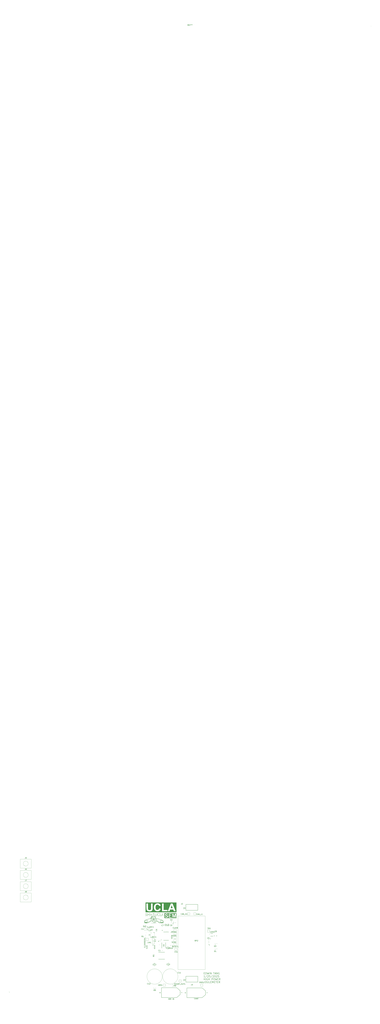
<source format=gbr>
%TF.GenerationSoftware,KiCad,Pcbnew,8.0.6*%
%TF.CreationDate,2025-02-01T23:36:04-08:00*%
%TF.ProjectId,Joulemeter,4a6f756c-656d-4657-9465-722e6b696361,rev?*%
%TF.SameCoordinates,Original*%
%TF.FileFunction,Legend,Top*%
%TF.FilePolarity,Positive*%
%FSLAX46Y46*%
G04 Gerber Fmt 4.6, Leading zero omitted, Abs format (unit mm)*
G04 Created by KiCad (PCBNEW 8.0.6) date 2025-02-01 23:36:04*
%MOMM*%
%LPD*%
G01*
G04 APERTURE LIST*
%ADD10C,0.200000*%
%ADD11C,0.150000*%
%ADD12C,0.098425*%
%ADD13C,0.120000*%
%ADD14C,0.254000*%
%ADD15C,0.127000*%
%ADD16C,0.100000*%
%ADD17C,0.152400*%
%ADD18C,0.000000*%
%ADD19C,0.012700*%
G04 APERTURE END LIST*
D10*
X152848720Y-95025566D02*
X153348720Y-95025566D01*
X153563006Y-95811280D02*
X152848720Y-95811280D01*
X152848720Y-95811280D02*
X152848720Y-94311280D01*
X152848720Y-94311280D02*
X153563006Y-94311280D01*
X154205863Y-95811280D02*
X154205863Y-94311280D01*
X154205863Y-94311280D02*
X154563006Y-94311280D01*
X154563006Y-94311280D02*
X154777292Y-94382709D01*
X154777292Y-94382709D02*
X154920149Y-94525566D01*
X154920149Y-94525566D02*
X154991578Y-94668423D01*
X154991578Y-94668423D02*
X155063006Y-94954137D01*
X155063006Y-94954137D02*
X155063006Y-95168423D01*
X155063006Y-95168423D02*
X154991578Y-95454137D01*
X154991578Y-95454137D02*
X154920149Y-95596994D01*
X154920149Y-95596994D02*
X154777292Y-95739852D01*
X154777292Y-95739852D02*
X154563006Y-95811280D01*
X154563006Y-95811280D02*
X154205863Y-95811280D01*
X155563006Y-94311280D02*
X155920149Y-95811280D01*
X155920149Y-95811280D02*
X156205863Y-94739852D01*
X156205863Y-94739852D02*
X156491578Y-95811280D01*
X156491578Y-95811280D02*
X156848721Y-94311280D01*
X157420149Y-95811280D02*
X157420149Y-94311280D01*
X158134435Y-95811280D02*
X158134435Y-94311280D01*
X158134435Y-94311280D02*
X158991578Y-95811280D01*
X158991578Y-95811280D02*
X158991578Y-94311280D01*
X160634436Y-94311280D02*
X161491579Y-94311280D01*
X161063007Y-95811280D02*
X161063007Y-94311280D01*
X161920150Y-95382709D02*
X162634436Y-95382709D01*
X161777293Y-95811280D02*
X162277293Y-94311280D01*
X162277293Y-94311280D02*
X162777293Y-95811280D01*
X163277292Y-95811280D02*
X163277292Y-94311280D01*
X163277292Y-94311280D02*
X164134435Y-95811280D01*
X164134435Y-95811280D02*
X164134435Y-94311280D01*
X165634436Y-94382709D02*
X165491579Y-94311280D01*
X165491579Y-94311280D02*
X165277293Y-94311280D01*
X165277293Y-94311280D02*
X165063007Y-94382709D01*
X165063007Y-94382709D02*
X164920150Y-94525566D01*
X164920150Y-94525566D02*
X164848721Y-94668423D01*
X164848721Y-94668423D02*
X164777293Y-94954137D01*
X164777293Y-94954137D02*
X164777293Y-95168423D01*
X164777293Y-95168423D02*
X164848721Y-95454137D01*
X164848721Y-95454137D02*
X164920150Y-95596994D01*
X164920150Y-95596994D02*
X165063007Y-95739852D01*
X165063007Y-95739852D02*
X165277293Y-95811280D01*
X165277293Y-95811280D02*
X165420150Y-95811280D01*
X165420150Y-95811280D02*
X165634436Y-95739852D01*
X165634436Y-95739852D02*
X165705864Y-95668423D01*
X165705864Y-95668423D02*
X165705864Y-95168423D01*
X165705864Y-95168423D02*
X165420150Y-95168423D01*
X153634435Y-98226196D02*
X152777292Y-98226196D01*
X153205863Y-98226196D02*
X153205863Y-96726196D01*
X153205863Y-96726196D02*
X153063006Y-96940482D01*
X153063006Y-96940482D02*
X152920149Y-97083339D01*
X152920149Y-97083339D02*
X152777292Y-97154768D01*
X155348720Y-96654768D02*
X154063006Y-98583339D01*
X155777292Y-96869053D02*
X155848720Y-96797625D01*
X155848720Y-96797625D02*
X155991578Y-96726196D01*
X155991578Y-96726196D02*
X156348720Y-96726196D01*
X156348720Y-96726196D02*
X156491578Y-96797625D01*
X156491578Y-96797625D02*
X156563006Y-96869053D01*
X156563006Y-96869053D02*
X156634435Y-97011910D01*
X156634435Y-97011910D02*
X156634435Y-97154768D01*
X156634435Y-97154768D02*
X156563006Y-97369053D01*
X156563006Y-97369053D02*
X155705863Y-98226196D01*
X155705863Y-98226196D02*
X156634435Y-98226196D01*
X157991577Y-96726196D02*
X157277291Y-96726196D01*
X157277291Y-96726196D02*
X157205863Y-97440482D01*
X157205863Y-97440482D02*
X157277291Y-97369053D01*
X157277291Y-97369053D02*
X157420149Y-97297625D01*
X157420149Y-97297625D02*
X157777291Y-97297625D01*
X157777291Y-97297625D02*
X157920149Y-97369053D01*
X157920149Y-97369053D02*
X157991577Y-97440482D01*
X157991577Y-97440482D02*
X158063006Y-97583339D01*
X158063006Y-97583339D02*
X158063006Y-97940482D01*
X158063006Y-97940482D02*
X157991577Y-98083339D01*
X157991577Y-98083339D02*
X157920149Y-98154768D01*
X157920149Y-98154768D02*
X157777291Y-98226196D01*
X157777291Y-98226196D02*
X157420149Y-98226196D01*
X157420149Y-98226196D02*
X157277291Y-98154768D01*
X157277291Y-98154768D02*
X157205863Y-98083339D01*
X159777291Y-96654768D02*
X158491577Y-98583339D01*
X160205863Y-96869053D02*
X160277291Y-96797625D01*
X160277291Y-96797625D02*
X160420149Y-96726196D01*
X160420149Y-96726196D02*
X160777291Y-96726196D01*
X160777291Y-96726196D02*
X160920149Y-96797625D01*
X160920149Y-96797625D02*
X160991577Y-96869053D01*
X160991577Y-96869053D02*
X161063006Y-97011910D01*
X161063006Y-97011910D02*
X161063006Y-97154768D01*
X161063006Y-97154768D02*
X160991577Y-97369053D01*
X160991577Y-97369053D02*
X160134434Y-98226196D01*
X160134434Y-98226196D02*
X161063006Y-98226196D01*
X161991577Y-96726196D02*
X162134434Y-96726196D01*
X162134434Y-96726196D02*
X162277291Y-96797625D01*
X162277291Y-96797625D02*
X162348720Y-96869053D01*
X162348720Y-96869053D02*
X162420148Y-97011910D01*
X162420148Y-97011910D02*
X162491577Y-97297625D01*
X162491577Y-97297625D02*
X162491577Y-97654768D01*
X162491577Y-97654768D02*
X162420148Y-97940482D01*
X162420148Y-97940482D02*
X162348720Y-98083339D01*
X162348720Y-98083339D02*
X162277291Y-98154768D01*
X162277291Y-98154768D02*
X162134434Y-98226196D01*
X162134434Y-98226196D02*
X161991577Y-98226196D01*
X161991577Y-98226196D02*
X161848720Y-98154768D01*
X161848720Y-98154768D02*
X161777291Y-98083339D01*
X161777291Y-98083339D02*
X161705862Y-97940482D01*
X161705862Y-97940482D02*
X161634434Y-97654768D01*
X161634434Y-97654768D02*
X161634434Y-97297625D01*
X161634434Y-97297625D02*
X161705862Y-97011910D01*
X161705862Y-97011910D02*
X161777291Y-96869053D01*
X161777291Y-96869053D02*
X161848720Y-96797625D01*
X161848720Y-96797625D02*
X161991577Y-96726196D01*
X163063005Y-96869053D02*
X163134433Y-96797625D01*
X163134433Y-96797625D02*
X163277291Y-96726196D01*
X163277291Y-96726196D02*
X163634433Y-96726196D01*
X163634433Y-96726196D02*
X163777291Y-96797625D01*
X163777291Y-96797625D02*
X163848719Y-96869053D01*
X163848719Y-96869053D02*
X163920148Y-97011910D01*
X163920148Y-97011910D02*
X163920148Y-97154768D01*
X163920148Y-97154768D02*
X163848719Y-97369053D01*
X163848719Y-97369053D02*
X162991576Y-98226196D01*
X162991576Y-98226196D02*
X163920148Y-98226196D01*
X165277290Y-96726196D02*
X164563004Y-96726196D01*
X164563004Y-96726196D02*
X164491576Y-97440482D01*
X164491576Y-97440482D02*
X164563004Y-97369053D01*
X164563004Y-97369053D02*
X164705862Y-97297625D01*
X164705862Y-97297625D02*
X165063004Y-97297625D01*
X165063004Y-97297625D02*
X165205862Y-97369053D01*
X165205862Y-97369053D02*
X165277290Y-97440482D01*
X165277290Y-97440482D02*
X165348719Y-97583339D01*
X165348719Y-97583339D02*
X165348719Y-97940482D01*
X165348719Y-97940482D02*
X165277290Y-98083339D01*
X165277290Y-98083339D02*
X165205862Y-98154768D01*
X165205862Y-98154768D02*
X165063004Y-98226196D01*
X165063004Y-98226196D02*
X164705862Y-98226196D01*
X164705862Y-98226196D02*
X164563004Y-98154768D01*
X164563004Y-98154768D02*
X164491576Y-98083339D01*
X152848720Y-100641112D02*
X152848720Y-99141112D01*
X152848720Y-99855398D02*
X153705863Y-99855398D01*
X153705863Y-100641112D02*
X153705863Y-99141112D01*
X154420149Y-100641112D02*
X154420149Y-99141112D01*
X155920150Y-99212541D02*
X155777293Y-99141112D01*
X155777293Y-99141112D02*
X155563007Y-99141112D01*
X155563007Y-99141112D02*
X155348721Y-99212541D01*
X155348721Y-99212541D02*
X155205864Y-99355398D01*
X155205864Y-99355398D02*
X155134435Y-99498255D01*
X155134435Y-99498255D02*
X155063007Y-99783969D01*
X155063007Y-99783969D02*
X155063007Y-99998255D01*
X155063007Y-99998255D02*
X155134435Y-100283969D01*
X155134435Y-100283969D02*
X155205864Y-100426826D01*
X155205864Y-100426826D02*
X155348721Y-100569684D01*
X155348721Y-100569684D02*
X155563007Y-100641112D01*
X155563007Y-100641112D02*
X155705864Y-100641112D01*
X155705864Y-100641112D02*
X155920150Y-100569684D01*
X155920150Y-100569684D02*
X155991578Y-100498255D01*
X155991578Y-100498255D02*
X155991578Y-99998255D01*
X155991578Y-99998255D02*
X155705864Y-99998255D01*
X156634435Y-100641112D02*
X156634435Y-99141112D01*
X156634435Y-99855398D02*
X157491578Y-99855398D01*
X157491578Y-100641112D02*
X157491578Y-99141112D01*
X159348721Y-100641112D02*
X159348721Y-99141112D01*
X159348721Y-99141112D02*
X159920150Y-99141112D01*
X159920150Y-99141112D02*
X160063007Y-99212541D01*
X160063007Y-99212541D02*
X160134436Y-99283969D01*
X160134436Y-99283969D02*
X160205864Y-99426826D01*
X160205864Y-99426826D02*
X160205864Y-99641112D01*
X160205864Y-99641112D02*
X160134436Y-99783969D01*
X160134436Y-99783969D02*
X160063007Y-99855398D01*
X160063007Y-99855398D02*
X159920150Y-99926826D01*
X159920150Y-99926826D02*
X159348721Y-99926826D01*
X161134436Y-99141112D02*
X161420150Y-99141112D01*
X161420150Y-99141112D02*
X161563007Y-99212541D01*
X161563007Y-99212541D02*
X161705864Y-99355398D01*
X161705864Y-99355398D02*
X161777293Y-99641112D01*
X161777293Y-99641112D02*
X161777293Y-100141112D01*
X161777293Y-100141112D02*
X161705864Y-100426826D01*
X161705864Y-100426826D02*
X161563007Y-100569684D01*
X161563007Y-100569684D02*
X161420150Y-100641112D01*
X161420150Y-100641112D02*
X161134436Y-100641112D01*
X161134436Y-100641112D02*
X160991579Y-100569684D01*
X160991579Y-100569684D02*
X160848721Y-100426826D01*
X160848721Y-100426826D02*
X160777293Y-100141112D01*
X160777293Y-100141112D02*
X160777293Y-99641112D01*
X160777293Y-99641112D02*
X160848721Y-99355398D01*
X160848721Y-99355398D02*
X160991579Y-99212541D01*
X160991579Y-99212541D02*
X161134436Y-99141112D01*
X162277293Y-99141112D02*
X162634436Y-100641112D01*
X162634436Y-100641112D02*
X162920150Y-99569684D01*
X162920150Y-99569684D02*
X163205865Y-100641112D01*
X163205865Y-100641112D02*
X163563008Y-99141112D01*
X164134436Y-99855398D02*
X164634436Y-99855398D01*
X164848722Y-100641112D02*
X164134436Y-100641112D01*
X164134436Y-100641112D02*
X164134436Y-99141112D01*
X164134436Y-99141112D02*
X164848722Y-99141112D01*
X166348722Y-100641112D02*
X165848722Y-99926826D01*
X165491579Y-100641112D02*
X165491579Y-99141112D01*
X165491579Y-99141112D02*
X166063008Y-99141112D01*
X166063008Y-99141112D02*
X166205865Y-99212541D01*
X166205865Y-99212541D02*
X166277294Y-99283969D01*
X166277294Y-99283969D02*
X166348722Y-99426826D01*
X166348722Y-99426826D02*
X166348722Y-99641112D01*
X166348722Y-99641112D02*
X166277294Y-99783969D01*
X166277294Y-99783969D02*
X166205865Y-99855398D01*
X166205865Y-99855398D02*
X166063008Y-99926826D01*
X166063008Y-99926826D02*
X165491579Y-99926826D01*
X153277292Y-101556028D02*
X153277292Y-102627457D01*
X153277292Y-102627457D02*
X153205863Y-102841742D01*
X153205863Y-102841742D02*
X153063006Y-102984600D01*
X153063006Y-102984600D02*
X152848720Y-103056028D01*
X152848720Y-103056028D02*
X152705863Y-103056028D01*
X154277292Y-101556028D02*
X154563006Y-101556028D01*
X154563006Y-101556028D02*
X154705863Y-101627457D01*
X154705863Y-101627457D02*
X154848720Y-101770314D01*
X154848720Y-101770314D02*
X154920149Y-102056028D01*
X154920149Y-102056028D02*
X154920149Y-102556028D01*
X154920149Y-102556028D02*
X154848720Y-102841742D01*
X154848720Y-102841742D02*
X154705863Y-102984600D01*
X154705863Y-102984600D02*
X154563006Y-103056028D01*
X154563006Y-103056028D02*
X154277292Y-103056028D01*
X154277292Y-103056028D02*
X154134435Y-102984600D01*
X154134435Y-102984600D02*
X153991577Y-102841742D01*
X153991577Y-102841742D02*
X153920149Y-102556028D01*
X153920149Y-102556028D02*
X153920149Y-102056028D01*
X153920149Y-102056028D02*
X153991577Y-101770314D01*
X153991577Y-101770314D02*
X154134435Y-101627457D01*
X154134435Y-101627457D02*
X154277292Y-101556028D01*
X155563006Y-101556028D02*
X155563006Y-102770314D01*
X155563006Y-102770314D02*
X155634435Y-102913171D01*
X155634435Y-102913171D02*
X155705864Y-102984600D01*
X155705864Y-102984600D02*
X155848721Y-103056028D01*
X155848721Y-103056028D02*
X156134435Y-103056028D01*
X156134435Y-103056028D02*
X156277292Y-102984600D01*
X156277292Y-102984600D02*
X156348721Y-102913171D01*
X156348721Y-102913171D02*
X156420149Y-102770314D01*
X156420149Y-102770314D02*
X156420149Y-101556028D01*
X157848721Y-103056028D02*
X157134435Y-103056028D01*
X157134435Y-103056028D02*
X157134435Y-101556028D01*
X158348721Y-102270314D02*
X158848721Y-102270314D01*
X159063007Y-103056028D02*
X158348721Y-103056028D01*
X158348721Y-103056028D02*
X158348721Y-101556028D01*
X158348721Y-101556028D02*
X159063007Y-101556028D01*
X159705864Y-103056028D02*
X159705864Y-101556028D01*
X159705864Y-101556028D02*
X160205864Y-102627457D01*
X160205864Y-102627457D02*
X160705864Y-101556028D01*
X160705864Y-101556028D02*
X160705864Y-103056028D01*
X161420150Y-102270314D02*
X161920150Y-102270314D01*
X162134436Y-103056028D02*
X161420150Y-103056028D01*
X161420150Y-103056028D02*
X161420150Y-101556028D01*
X161420150Y-101556028D02*
X162134436Y-101556028D01*
X162563008Y-101556028D02*
X163420151Y-101556028D01*
X162991579Y-103056028D02*
X162991579Y-101556028D01*
X163920150Y-102270314D02*
X164420150Y-102270314D01*
X164634436Y-103056028D02*
X163920150Y-103056028D01*
X163920150Y-103056028D02*
X163920150Y-101556028D01*
X163920150Y-101556028D02*
X164634436Y-101556028D01*
X166134436Y-103056028D02*
X165634436Y-102341742D01*
X165277293Y-103056028D02*
X165277293Y-101556028D01*
X165277293Y-101556028D02*
X165848722Y-101556028D01*
X165848722Y-101556028D02*
X165991579Y-101627457D01*
X165991579Y-101627457D02*
X166063008Y-101698885D01*
X166063008Y-101698885D02*
X166134436Y-101841742D01*
X166134436Y-101841742D02*
X166134436Y-102056028D01*
X166134436Y-102056028D02*
X166063008Y-102198885D01*
X166063008Y-102198885D02*
X165991579Y-102270314D01*
X165991579Y-102270314D02*
X165848722Y-102341742D01*
X165848722Y-102341742D02*
X165277293Y-102341742D01*
D11*
X145312969Y-116369819D02*
X144836779Y-116369819D01*
X144836779Y-116369819D02*
X144836779Y-115369819D01*
X145789160Y-116369819D02*
X145693922Y-116322200D01*
X145693922Y-116322200D02*
X145646303Y-116274580D01*
X145646303Y-116274580D02*
X145598684Y-116179342D01*
X145598684Y-116179342D02*
X145598684Y-115893628D01*
X145598684Y-115893628D02*
X145646303Y-115798390D01*
X145646303Y-115798390D02*
X145693922Y-115750771D01*
X145693922Y-115750771D02*
X145789160Y-115703152D01*
X145789160Y-115703152D02*
X145932017Y-115703152D01*
X145932017Y-115703152D02*
X146027255Y-115750771D01*
X146027255Y-115750771D02*
X146074874Y-115798390D01*
X146074874Y-115798390D02*
X146122493Y-115893628D01*
X146122493Y-115893628D02*
X146122493Y-116179342D01*
X146122493Y-116179342D02*
X146074874Y-116274580D01*
X146074874Y-116274580D02*
X146027255Y-116322200D01*
X146027255Y-116322200D02*
X145932017Y-116369819D01*
X145932017Y-116369819D02*
X145789160Y-116369819D01*
X146979636Y-116369819D02*
X146979636Y-115846009D01*
X146979636Y-115846009D02*
X146932017Y-115750771D01*
X146932017Y-115750771D02*
X146836779Y-115703152D01*
X146836779Y-115703152D02*
X146646303Y-115703152D01*
X146646303Y-115703152D02*
X146551065Y-115750771D01*
X146979636Y-116322200D02*
X146884398Y-116369819D01*
X146884398Y-116369819D02*
X146646303Y-116369819D01*
X146646303Y-116369819D02*
X146551065Y-116322200D01*
X146551065Y-116322200D02*
X146503446Y-116226961D01*
X146503446Y-116226961D02*
X146503446Y-116131723D01*
X146503446Y-116131723D02*
X146551065Y-116036485D01*
X146551065Y-116036485D02*
X146646303Y-115988866D01*
X146646303Y-115988866D02*
X146884398Y-115988866D01*
X146884398Y-115988866D02*
X146979636Y-115941247D01*
X147884398Y-116369819D02*
X147884398Y-115369819D01*
X147884398Y-116322200D02*
X147789160Y-116369819D01*
X147789160Y-116369819D02*
X147598684Y-116369819D01*
X147598684Y-116369819D02*
X147503446Y-116322200D01*
X147503446Y-116322200D02*
X147455827Y-116274580D01*
X147455827Y-116274580D02*
X147408208Y-116179342D01*
X147408208Y-116179342D02*
X147408208Y-115893628D01*
X147408208Y-115893628D02*
X147455827Y-115798390D01*
X147455827Y-115798390D02*
X147503446Y-115750771D01*
X147503446Y-115750771D02*
X147598684Y-115703152D01*
X147598684Y-115703152D02*
X147789160Y-115703152D01*
X147789160Y-115703152D02*
X147884398Y-115750771D01*
X123765350Y-116093208D02*
X123765350Y-116759875D01*
X123527255Y-115712256D02*
X123289160Y-116426541D01*
X123289160Y-116426541D02*
X123908207Y-116426541D01*
X124432017Y-116188446D02*
X124336779Y-116140827D01*
X124336779Y-116140827D02*
X124289160Y-116093208D01*
X124289160Y-116093208D02*
X124241541Y-115997970D01*
X124241541Y-115997970D02*
X124241541Y-115950351D01*
X124241541Y-115950351D02*
X124289160Y-115855113D01*
X124289160Y-115855113D02*
X124336779Y-115807494D01*
X124336779Y-115807494D02*
X124432017Y-115759875D01*
X124432017Y-115759875D02*
X124622493Y-115759875D01*
X124622493Y-115759875D02*
X124717731Y-115807494D01*
X124717731Y-115807494D02*
X124765350Y-115855113D01*
X124765350Y-115855113D02*
X124812969Y-115950351D01*
X124812969Y-115950351D02*
X124812969Y-115997970D01*
X124812969Y-115997970D02*
X124765350Y-116093208D01*
X124765350Y-116093208D02*
X124717731Y-116140827D01*
X124717731Y-116140827D02*
X124622493Y-116188446D01*
X124622493Y-116188446D02*
X124432017Y-116188446D01*
X124432017Y-116188446D02*
X124336779Y-116236065D01*
X124336779Y-116236065D02*
X124289160Y-116283684D01*
X124289160Y-116283684D02*
X124241541Y-116378922D01*
X124241541Y-116378922D02*
X124241541Y-116569398D01*
X124241541Y-116569398D02*
X124289160Y-116664636D01*
X124289160Y-116664636D02*
X124336779Y-116712256D01*
X124336779Y-116712256D02*
X124432017Y-116759875D01*
X124432017Y-116759875D02*
X124622493Y-116759875D01*
X124622493Y-116759875D02*
X124717731Y-116712256D01*
X124717731Y-116712256D02*
X124765350Y-116664636D01*
X124765350Y-116664636D02*
X124812969Y-116569398D01*
X124812969Y-116569398D02*
X124812969Y-116378922D01*
X124812969Y-116378922D02*
X124765350Y-116283684D01*
X124765350Y-116283684D02*
X124717731Y-116236065D01*
X124717731Y-116236065D02*
X124622493Y-116188446D01*
X125098684Y-115759875D02*
X125432017Y-116759875D01*
X125432017Y-116759875D02*
X125765350Y-115759875D01*
X126860589Y-116759875D02*
X126860589Y-115759875D01*
X127336779Y-116759875D02*
X127336779Y-115759875D01*
X127336779Y-115759875D02*
X127908207Y-116759875D01*
X127908207Y-116759875D02*
X127908207Y-115759875D01*
X103234819Y-73597618D02*
X104234819Y-73264285D01*
X104234819Y-73264285D02*
X103234819Y-72930952D01*
X104330057Y-72835714D02*
X104330057Y-72073809D01*
X104234819Y-71835713D02*
X103234819Y-71835713D01*
X103234819Y-71835713D02*
X103234819Y-71597618D01*
X103234819Y-71597618D02*
X103282438Y-71454761D01*
X103282438Y-71454761D02*
X103377676Y-71359523D01*
X103377676Y-71359523D02*
X103472914Y-71311904D01*
X103472914Y-71311904D02*
X103663390Y-71264285D01*
X103663390Y-71264285D02*
X103806247Y-71264285D01*
X103806247Y-71264285D02*
X103996723Y-71311904D01*
X103996723Y-71311904D02*
X104091961Y-71359523D01*
X104091961Y-71359523D02*
X104187200Y-71454761D01*
X104187200Y-71454761D02*
X104234819Y-71597618D01*
X104234819Y-71597618D02*
X104234819Y-71835713D01*
X104234819Y-70835713D02*
X103234819Y-70835713D01*
X103234819Y-70502380D02*
X104234819Y-70169047D01*
X104234819Y-70169047D02*
X103234819Y-69835714D01*
X104234819Y-69502380D02*
X103234819Y-69502380D01*
X104234819Y-69026190D02*
X103234819Y-69026190D01*
X103234819Y-69026190D02*
X103234819Y-68788095D01*
X103234819Y-68788095D02*
X103282438Y-68645238D01*
X103282438Y-68645238D02*
X103377676Y-68550000D01*
X103377676Y-68550000D02*
X103472914Y-68502381D01*
X103472914Y-68502381D02*
X103663390Y-68454762D01*
X103663390Y-68454762D02*
X103806247Y-68454762D01*
X103806247Y-68454762D02*
X103996723Y-68502381D01*
X103996723Y-68502381D02*
X104091961Y-68550000D01*
X104091961Y-68550000D02*
X104187200Y-68645238D01*
X104187200Y-68645238D02*
X104234819Y-68788095D01*
X104234819Y-68788095D02*
X104234819Y-69026190D01*
X103711009Y-68026190D02*
X103711009Y-67692857D01*
X104234819Y-67550000D02*
X104234819Y-68026190D01*
X104234819Y-68026190D02*
X103234819Y-68026190D01*
X103234819Y-68026190D02*
X103234819Y-67550000D01*
X104234819Y-66550000D02*
X103758628Y-66883333D01*
X104234819Y-67121428D02*
X103234819Y-67121428D01*
X103234819Y-67121428D02*
X103234819Y-66740476D01*
X103234819Y-66740476D02*
X103282438Y-66645238D01*
X103282438Y-66645238D02*
X103330057Y-66597619D01*
X103330057Y-66597619D02*
X103425295Y-66550000D01*
X103425295Y-66550000D02*
X103568152Y-66550000D01*
X103568152Y-66550000D02*
X103663390Y-66597619D01*
X103663390Y-66597619D02*
X103711009Y-66645238D01*
X103711009Y-66645238D02*
X103758628Y-66740476D01*
X103758628Y-66740476D02*
X103758628Y-67121428D01*
X104234819Y-65597619D02*
X104234819Y-66169047D01*
X104234819Y-65883333D02*
X103234819Y-65883333D01*
X103234819Y-65883333D02*
X103377676Y-65978571D01*
X103377676Y-65978571D02*
X103472914Y-66073809D01*
X103472914Y-66073809D02*
X103520533Y-66169047D01*
X101543333Y-58779580D02*
X101495714Y-58827200D01*
X101495714Y-58827200D02*
X101352857Y-58874819D01*
X101352857Y-58874819D02*
X101257619Y-58874819D01*
X101257619Y-58874819D02*
X101114762Y-58827200D01*
X101114762Y-58827200D02*
X101019524Y-58731961D01*
X101019524Y-58731961D02*
X100971905Y-58636723D01*
X100971905Y-58636723D02*
X100924286Y-58446247D01*
X100924286Y-58446247D02*
X100924286Y-58303390D01*
X100924286Y-58303390D02*
X100971905Y-58112914D01*
X100971905Y-58112914D02*
X101019524Y-58017676D01*
X101019524Y-58017676D02*
X101114762Y-57922438D01*
X101114762Y-57922438D02*
X101257619Y-57874819D01*
X101257619Y-57874819D02*
X101352857Y-57874819D01*
X101352857Y-57874819D02*
X101495714Y-57922438D01*
X101495714Y-57922438D02*
X101543333Y-57970057D01*
X102400476Y-58208152D02*
X102400476Y-58874819D01*
X102162381Y-57827200D02*
X101924286Y-58541485D01*
X101924286Y-58541485D02*
X102543333Y-58541485D01*
D12*
X111344383Y-61427014D02*
X111213149Y-61239538D01*
X111119411Y-61427014D02*
X111119411Y-61033313D01*
X111119411Y-61033313D02*
X111269392Y-61033313D01*
X111269392Y-61033313D02*
X111306888Y-61052061D01*
X111306888Y-61052061D02*
X111325635Y-61070809D01*
X111325635Y-61070809D02*
X111344383Y-61108304D01*
X111344383Y-61108304D02*
X111344383Y-61164547D01*
X111344383Y-61164547D02*
X111325635Y-61202042D01*
X111325635Y-61202042D02*
X111306888Y-61220790D01*
X111306888Y-61220790D02*
X111269392Y-61239538D01*
X111269392Y-61239538D02*
X111119411Y-61239538D01*
X111681841Y-61164547D02*
X111681841Y-61427014D01*
X111588103Y-61014566D02*
X111494364Y-61295781D01*
X111494364Y-61295781D02*
X111738084Y-61295781D01*
D11*
X125071905Y-51218419D02*
X125071905Y-50218419D01*
X125071905Y-50218419D02*
X125310000Y-50218419D01*
X125310000Y-50218419D02*
X125452857Y-50266038D01*
X125452857Y-50266038D02*
X125548095Y-50361276D01*
X125548095Y-50361276D02*
X125595714Y-50456514D01*
X125595714Y-50456514D02*
X125643333Y-50646990D01*
X125643333Y-50646990D02*
X125643333Y-50789847D01*
X125643333Y-50789847D02*
X125595714Y-50980323D01*
X125595714Y-50980323D02*
X125548095Y-51075561D01*
X125548095Y-51075561D02*
X125452857Y-51170800D01*
X125452857Y-51170800D02*
X125310000Y-51218419D01*
X125310000Y-51218419D02*
X125071905Y-51218419D01*
X126024286Y-50313657D02*
X126071905Y-50266038D01*
X126071905Y-50266038D02*
X126167143Y-50218419D01*
X126167143Y-50218419D02*
X126405238Y-50218419D01*
X126405238Y-50218419D02*
X126500476Y-50266038D01*
X126500476Y-50266038D02*
X126548095Y-50313657D01*
X126548095Y-50313657D02*
X126595714Y-50408895D01*
X126595714Y-50408895D02*
X126595714Y-50504133D01*
X126595714Y-50504133D02*
X126548095Y-50646990D01*
X126548095Y-50646990D02*
X125976667Y-51218419D01*
X125976667Y-51218419D02*
X126595714Y-51218419D01*
D13*
X127227142Y-52502960D02*
X127592857Y-52502960D01*
X127409999Y-52685817D02*
X127409999Y-52320102D01*
D11*
X4691666Y-26969819D02*
X4691666Y-27684104D01*
X4691666Y-27684104D02*
X4644047Y-27826961D01*
X4644047Y-27826961D02*
X4548809Y-27922200D01*
X4548809Y-27922200D02*
X4405952Y-27969819D01*
X4405952Y-27969819D02*
X4310714Y-27969819D01*
X5310714Y-27398390D02*
X5215476Y-27350771D01*
X5215476Y-27350771D02*
X5167857Y-27303152D01*
X5167857Y-27303152D02*
X5120238Y-27207914D01*
X5120238Y-27207914D02*
X5120238Y-27160295D01*
X5120238Y-27160295D02*
X5167857Y-27065057D01*
X5167857Y-27065057D02*
X5215476Y-27017438D01*
X5215476Y-27017438D02*
X5310714Y-26969819D01*
X5310714Y-26969819D02*
X5501190Y-26969819D01*
X5501190Y-26969819D02*
X5596428Y-27017438D01*
X5596428Y-27017438D02*
X5644047Y-27065057D01*
X5644047Y-27065057D02*
X5691666Y-27160295D01*
X5691666Y-27160295D02*
X5691666Y-27207914D01*
X5691666Y-27207914D02*
X5644047Y-27303152D01*
X5644047Y-27303152D02*
X5596428Y-27350771D01*
X5596428Y-27350771D02*
X5501190Y-27398390D01*
X5501190Y-27398390D02*
X5310714Y-27398390D01*
X5310714Y-27398390D02*
X5215476Y-27446009D01*
X5215476Y-27446009D02*
X5167857Y-27493628D01*
X5167857Y-27493628D02*
X5120238Y-27588866D01*
X5120238Y-27588866D02*
X5120238Y-27779342D01*
X5120238Y-27779342D02*
X5167857Y-27874580D01*
X5167857Y-27874580D02*
X5215476Y-27922200D01*
X5215476Y-27922200D02*
X5310714Y-27969819D01*
X5310714Y-27969819D02*
X5501190Y-27969819D01*
X5501190Y-27969819D02*
X5596428Y-27922200D01*
X5596428Y-27922200D02*
X5644047Y-27874580D01*
X5644047Y-27874580D02*
X5691666Y-27779342D01*
X5691666Y-27779342D02*
X5691666Y-27588866D01*
X5691666Y-27588866D02*
X5644047Y-27493628D01*
X5644047Y-27493628D02*
X5596428Y-27446009D01*
X5596428Y-27446009D02*
X5501190Y-27398390D01*
D12*
X127367014Y-54043092D02*
X127179538Y-54174326D01*
X127367014Y-54268064D02*
X126973313Y-54268064D01*
X126973313Y-54268064D02*
X126973313Y-54118083D01*
X126973313Y-54118083D02*
X126992061Y-54080588D01*
X126992061Y-54080588D02*
X127010809Y-54061840D01*
X127010809Y-54061840D02*
X127048304Y-54043092D01*
X127048304Y-54043092D02*
X127104547Y-54043092D01*
X127104547Y-54043092D02*
X127142042Y-54061840D01*
X127142042Y-54061840D02*
X127160790Y-54080588D01*
X127160790Y-54080588D02*
X127179538Y-54118083D01*
X127179538Y-54118083D02*
X127179538Y-54268064D01*
X127367014Y-53668139D02*
X127367014Y-53893111D01*
X127367014Y-53780625D02*
X126973313Y-53780625D01*
X126973313Y-53780625D02*
X127029556Y-53818120D01*
X127029556Y-53818120D02*
X127067052Y-53855616D01*
X127067052Y-53855616D02*
X127085799Y-53893111D01*
X127367014Y-53293186D02*
X127367014Y-53518158D01*
X127367014Y-53405672D02*
X126973313Y-53405672D01*
X126973313Y-53405672D02*
X127029556Y-53443167D01*
X127029556Y-53443167D02*
X127067052Y-53480663D01*
X127067052Y-53480663D02*
X127085799Y-53518158D01*
D11*
X147235237Y-46469580D02*
X147187618Y-46517200D01*
X147187618Y-46517200D02*
X147044761Y-46564819D01*
X147044761Y-46564819D02*
X146949523Y-46564819D01*
X146949523Y-46564819D02*
X146806666Y-46517200D01*
X146806666Y-46517200D02*
X146711428Y-46421961D01*
X146711428Y-46421961D02*
X146663809Y-46326723D01*
X146663809Y-46326723D02*
X146616190Y-46136247D01*
X146616190Y-46136247D02*
X146616190Y-45993390D01*
X146616190Y-45993390D02*
X146663809Y-45802914D01*
X146663809Y-45802914D02*
X146711428Y-45707676D01*
X146711428Y-45707676D02*
X146806666Y-45612438D01*
X146806666Y-45612438D02*
X146949523Y-45564819D01*
X146949523Y-45564819D02*
X147044761Y-45564819D01*
X147044761Y-45564819D02*
X147187618Y-45612438D01*
X147187618Y-45612438D02*
X147235237Y-45660057D01*
X147616190Y-46279104D02*
X148092380Y-46279104D01*
X147520952Y-46564819D02*
X147854285Y-45564819D01*
X147854285Y-45564819D02*
X148187618Y-46564819D01*
X148520952Y-46564819D02*
X148520952Y-45564819D01*
X148520952Y-45564819D02*
X149092380Y-46564819D01*
X149092380Y-46564819D02*
X149092380Y-45564819D01*
X149330476Y-46660057D02*
X150092380Y-46660057D01*
X150806666Y-46564819D02*
X150330476Y-46564819D01*
X150330476Y-46564819D02*
X150330476Y-45564819D01*
X151663809Y-46564819D02*
X151092381Y-46564819D01*
X151378095Y-46564819D02*
X151378095Y-45564819D01*
X151378095Y-45564819D02*
X151282857Y-45707676D01*
X151282857Y-45707676D02*
X151187619Y-45802914D01*
X151187619Y-45802914D02*
X151092381Y-45850533D01*
X4691666Y1080180D02*
X4691666Y365895D01*
X4691666Y365895D02*
X4644047Y223038D01*
X4644047Y223038D02*
X4548809Y127800D01*
X4548809Y127800D02*
X4405952Y80180D01*
X4405952Y80180D02*
X4310714Y80180D01*
X5644047Y1080180D02*
X5167857Y1080180D01*
X5167857Y1080180D02*
X5120238Y603990D01*
X5120238Y603990D02*
X5167857Y651609D01*
X5167857Y651609D02*
X5263095Y699228D01*
X5263095Y699228D02*
X5501190Y699228D01*
X5501190Y699228D02*
X5596428Y651609D01*
X5596428Y651609D02*
X5644047Y603990D01*
X5644047Y603990D02*
X5691666Y508752D01*
X5691666Y508752D02*
X5691666Y270657D01*
X5691666Y270657D02*
X5644047Y175419D01*
X5644047Y175419D02*
X5596428Y127800D01*
X5596428Y127800D02*
X5501190Y80180D01*
X5501190Y80180D02*
X5263095Y80180D01*
X5263095Y80180D02*
X5167857Y127800D01*
X5167857Y127800D02*
X5120238Y175419D01*
X161381905Y-73074819D02*
X161381905Y-72074819D01*
X161381905Y-72074819D02*
X161620000Y-72074819D01*
X161620000Y-72074819D02*
X161762857Y-72122438D01*
X161762857Y-72122438D02*
X161858095Y-72217676D01*
X161858095Y-72217676D02*
X161905714Y-72312914D01*
X161905714Y-72312914D02*
X161953333Y-72503390D01*
X161953333Y-72503390D02*
X161953333Y-72646247D01*
X161953333Y-72646247D02*
X161905714Y-72836723D01*
X161905714Y-72836723D02*
X161858095Y-72931961D01*
X161858095Y-72931961D02*
X161762857Y-73027200D01*
X161762857Y-73027200D02*
X161620000Y-73074819D01*
X161620000Y-73074819D02*
X161381905Y-73074819D01*
X162286667Y-72074819D02*
X162905714Y-72074819D01*
X162905714Y-72074819D02*
X162572381Y-72455771D01*
X162572381Y-72455771D02*
X162715238Y-72455771D01*
X162715238Y-72455771D02*
X162810476Y-72503390D01*
X162810476Y-72503390D02*
X162858095Y-72551009D01*
X162858095Y-72551009D02*
X162905714Y-72646247D01*
X162905714Y-72646247D02*
X162905714Y-72884342D01*
X162905714Y-72884342D02*
X162858095Y-72979580D01*
X162858095Y-72979580D02*
X162810476Y-73027200D01*
X162810476Y-73027200D02*
X162715238Y-73074819D01*
X162715238Y-73074819D02*
X162429524Y-73074819D01*
X162429524Y-73074819D02*
X162334286Y-73027200D01*
X162334286Y-73027200D02*
X162286667Y-72979580D01*
D13*
X163327642Y-70407960D02*
X163693357Y-70407960D01*
X163510499Y-70590817D02*
X163510499Y-70225102D01*
D11*
X162293333Y-60699580D02*
X162245714Y-60747200D01*
X162245714Y-60747200D02*
X162102857Y-60794819D01*
X162102857Y-60794819D02*
X162007619Y-60794819D01*
X162007619Y-60794819D02*
X161864762Y-60747200D01*
X161864762Y-60747200D02*
X161769524Y-60651961D01*
X161769524Y-60651961D02*
X161721905Y-60556723D01*
X161721905Y-60556723D02*
X161674286Y-60366247D01*
X161674286Y-60366247D02*
X161674286Y-60223390D01*
X161674286Y-60223390D02*
X161721905Y-60032914D01*
X161721905Y-60032914D02*
X161769524Y-59937676D01*
X161769524Y-59937676D02*
X161864762Y-59842438D01*
X161864762Y-59842438D02*
X162007619Y-59794819D01*
X162007619Y-59794819D02*
X162102857Y-59794819D01*
X162102857Y-59794819D02*
X162245714Y-59842438D01*
X162245714Y-59842438D02*
X162293333Y-59890057D01*
X162864762Y-60223390D02*
X162769524Y-60175771D01*
X162769524Y-60175771D02*
X162721905Y-60128152D01*
X162721905Y-60128152D02*
X162674286Y-60032914D01*
X162674286Y-60032914D02*
X162674286Y-59985295D01*
X162674286Y-59985295D02*
X162721905Y-59890057D01*
X162721905Y-59890057D02*
X162769524Y-59842438D01*
X162769524Y-59842438D02*
X162864762Y-59794819D01*
X162864762Y-59794819D02*
X163055238Y-59794819D01*
X163055238Y-59794819D02*
X163150476Y-59842438D01*
X163150476Y-59842438D02*
X163198095Y-59890057D01*
X163198095Y-59890057D02*
X163245714Y-59985295D01*
X163245714Y-59985295D02*
X163245714Y-60032914D01*
X163245714Y-60032914D02*
X163198095Y-60128152D01*
X163198095Y-60128152D02*
X163150476Y-60175771D01*
X163150476Y-60175771D02*
X163055238Y-60223390D01*
X163055238Y-60223390D02*
X162864762Y-60223390D01*
X162864762Y-60223390D02*
X162769524Y-60271009D01*
X162769524Y-60271009D02*
X162721905Y-60318628D01*
X162721905Y-60318628D02*
X162674286Y-60413866D01*
X162674286Y-60413866D02*
X162674286Y-60604342D01*
X162674286Y-60604342D02*
X162721905Y-60699580D01*
X162721905Y-60699580D02*
X162769524Y-60747200D01*
X162769524Y-60747200D02*
X162864762Y-60794819D01*
X162864762Y-60794819D02*
X163055238Y-60794819D01*
X163055238Y-60794819D02*
X163150476Y-60747200D01*
X163150476Y-60747200D02*
X163198095Y-60699580D01*
X163198095Y-60699580D02*
X163245714Y-60604342D01*
X163245714Y-60604342D02*
X163245714Y-60413866D01*
X163245714Y-60413866D02*
X163198095Y-60318628D01*
X163198095Y-60318628D02*
X163150476Y-60271009D01*
X163150476Y-60271009D02*
X163055238Y-60223390D01*
X125912381Y-64354819D02*
X125912381Y-63354819D01*
X125912381Y-63354819D02*
X126245714Y-64069104D01*
X126245714Y-64069104D02*
X126579047Y-63354819D01*
X126579047Y-63354819D02*
X126579047Y-64354819D01*
X127055238Y-64354819D02*
X127055238Y-63354819D01*
X127483809Y-64307200D02*
X127626666Y-64354819D01*
X127626666Y-64354819D02*
X127864761Y-64354819D01*
X127864761Y-64354819D02*
X127959999Y-64307200D01*
X127959999Y-64307200D02*
X128007618Y-64259580D01*
X128007618Y-64259580D02*
X128055237Y-64164342D01*
X128055237Y-64164342D02*
X128055237Y-64069104D01*
X128055237Y-64069104D02*
X128007618Y-63973866D01*
X128007618Y-63973866D02*
X127959999Y-63926247D01*
X127959999Y-63926247D02*
X127864761Y-63878628D01*
X127864761Y-63878628D02*
X127674285Y-63831009D01*
X127674285Y-63831009D02*
X127579047Y-63783390D01*
X127579047Y-63783390D02*
X127531428Y-63735771D01*
X127531428Y-63735771D02*
X127483809Y-63640533D01*
X127483809Y-63640533D02*
X127483809Y-63545295D01*
X127483809Y-63545295D02*
X127531428Y-63450057D01*
X127531428Y-63450057D02*
X127579047Y-63402438D01*
X127579047Y-63402438D02*
X127674285Y-63354819D01*
X127674285Y-63354819D02*
X127912380Y-63354819D01*
X127912380Y-63354819D02*
X128055237Y-63402438D01*
X128674285Y-63354819D02*
X128864761Y-63354819D01*
X128864761Y-63354819D02*
X128959999Y-63402438D01*
X128959999Y-63402438D02*
X129055237Y-63497676D01*
X129055237Y-63497676D02*
X129102856Y-63688152D01*
X129102856Y-63688152D02*
X129102856Y-64021485D01*
X129102856Y-64021485D02*
X129055237Y-64211961D01*
X129055237Y-64211961D02*
X128959999Y-64307200D01*
X128959999Y-64307200D02*
X128864761Y-64354819D01*
X128864761Y-64354819D02*
X128674285Y-64354819D01*
X128674285Y-64354819D02*
X128579047Y-64307200D01*
X128579047Y-64307200D02*
X128483809Y-64211961D01*
X128483809Y-64211961D02*
X128436190Y-64021485D01*
X128436190Y-64021485D02*
X128436190Y-63688152D01*
X128436190Y-63688152D02*
X128483809Y-63497676D01*
X128483809Y-63497676D02*
X128579047Y-63402438D01*
X128579047Y-63402438D02*
X128674285Y-63354819D01*
X130055237Y-64354819D02*
X129483809Y-64354819D01*
X129769523Y-64354819D02*
X129769523Y-63354819D01*
X129769523Y-63354819D02*
X129674285Y-63497676D01*
X129674285Y-63497676D02*
X129579047Y-63592914D01*
X129579047Y-63592914D02*
X129483809Y-63640533D01*
X105950952Y-56134819D02*
X106284285Y-57134819D01*
X106284285Y-57134819D02*
X106617618Y-56134819D01*
X106712857Y-57230057D02*
X107474761Y-57230057D01*
X107665238Y-56849104D02*
X108141428Y-56849104D01*
X107570000Y-57134819D02*
X107903333Y-56134819D01*
X107903333Y-56134819D02*
X108236666Y-57134819D01*
X108570000Y-57134819D02*
X108570000Y-56134819D01*
X108570000Y-56134819D02*
X108808095Y-56134819D01*
X108808095Y-56134819D02*
X108950952Y-56182438D01*
X108950952Y-56182438D02*
X109046190Y-56277676D01*
X109046190Y-56277676D02*
X109093809Y-56372914D01*
X109093809Y-56372914D02*
X109141428Y-56563390D01*
X109141428Y-56563390D02*
X109141428Y-56706247D01*
X109141428Y-56706247D02*
X109093809Y-56896723D01*
X109093809Y-56896723D02*
X109046190Y-56991961D01*
X109046190Y-56991961D02*
X108950952Y-57087200D01*
X108950952Y-57087200D02*
X108808095Y-57134819D01*
X108808095Y-57134819D02*
X108570000Y-57134819D01*
X110141428Y-57039580D02*
X110093809Y-57087200D01*
X110093809Y-57087200D02*
X109950952Y-57134819D01*
X109950952Y-57134819D02*
X109855714Y-57134819D01*
X109855714Y-57134819D02*
X109712857Y-57087200D01*
X109712857Y-57087200D02*
X109617619Y-56991961D01*
X109617619Y-56991961D02*
X109570000Y-56896723D01*
X109570000Y-56896723D02*
X109522381Y-56706247D01*
X109522381Y-56706247D02*
X109522381Y-56563390D01*
X109522381Y-56563390D02*
X109570000Y-56372914D01*
X109570000Y-56372914D02*
X109617619Y-56277676D01*
X109617619Y-56277676D02*
X109712857Y-56182438D01*
X109712857Y-56182438D02*
X109855714Y-56134819D01*
X109855714Y-56134819D02*
X109950952Y-56134819D01*
X109950952Y-56134819D02*
X110093809Y-56182438D01*
X110093809Y-56182438D02*
X110141428Y-56230057D01*
X111093809Y-57134819D02*
X110522381Y-57134819D01*
X110808095Y-57134819D02*
X110808095Y-56134819D01*
X110808095Y-56134819D02*
X110712857Y-56277676D01*
X110712857Y-56277676D02*
X110617619Y-56372914D01*
X110617619Y-56372914D02*
X110522381Y-56420533D01*
X126032381Y-61234819D02*
X126032381Y-60234819D01*
X126032381Y-60234819D02*
X126365714Y-60949104D01*
X126365714Y-60949104D02*
X126699047Y-60234819D01*
X126699047Y-60234819D02*
X126699047Y-61234819D01*
X127365714Y-60234819D02*
X127556190Y-60234819D01*
X127556190Y-60234819D02*
X127651428Y-60282438D01*
X127651428Y-60282438D02*
X127746666Y-60377676D01*
X127746666Y-60377676D02*
X127794285Y-60568152D01*
X127794285Y-60568152D02*
X127794285Y-60901485D01*
X127794285Y-60901485D02*
X127746666Y-61091961D01*
X127746666Y-61091961D02*
X127651428Y-61187200D01*
X127651428Y-61187200D02*
X127556190Y-61234819D01*
X127556190Y-61234819D02*
X127365714Y-61234819D01*
X127365714Y-61234819D02*
X127270476Y-61187200D01*
X127270476Y-61187200D02*
X127175238Y-61091961D01*
X127175238Y-61091961D02*
X127127619Y-60901485D01*
X127127619Y-60901485D02*
X127127619Y-60568152D01*
X127127619Y-60568152D02*
X127175238Y-60377676D01*
X127175238Y-60377676D02*
X127270476Y-60282438D01*
X127270476Y-60282438D02*
X127365714Y-60234819D01*
X128175238Y-61187200D02*
X128318095Y-61234819D01*
X128318095Y-61234819D02*
X128556190Y-61234819D01*
X128556190Y-61234819D02*
X128651428Y-61187200D01*
X128651428Y-61187200D02*
X128699047Y-61139580D01*
X128699047Y-61139580D02*
X128746666Y-61044342D01*
X128746666Y-61044342D02*
X128746666Y-60949104D01*
X128746666Y-60949104D02*
X128699047Y-60853866D01*
X128699047Y-60853866D02*
X128651428Y-60806247D01*
X128651428Y-60806247D02*
X128556190Y-60758628D01*
X128556190Y-60758628D02*
X128365714Y-60711009D01*
X128365714Y-60711009D02*
X128270476Y-60663390D01*
X128270476Y-60663390D02*
X128222857Y-60615771D01*
X128222857Y-60615771D02*
X128175238Y-60520533D01*
X128175238Y-60520533D02*
X128175238Y-60425295D01*
X128175238Y-60425295D02*
X128222857Y-60330057D01*
X128222857Y-60330057D02*
X128270476Y-60282438D01*
X128270476Y-60282438D02*
X128365714Y-60234819D01*
X128365714Y-60234819D02*
X128603809Y-60234819D01*
X128603809Y-60234819D02*
X128746666Y-60282438D01*
X129175238Y-61234819D02*
X129175238Y-60234819D01*
X130175237Y-61234819D02*
X129603809Y-61234819D01*
X129889523Y-61234819D02*
X129889523Y-60234819D01*
X129889523Y-60234819D02*
X129794285Y-60377676D01*
X129794285Y-60377676D02*
X129699047Y-60472914D01*
X129699047Y-60472914D02*
X129603809Y-60520533D01*
D12*
X157204883Y-71757014D02*
X157073649Y-71569538D01*
X156979911Y-71757014D02*
X156979911Y-71363313D01*
X156979911Y-71363313D02*
X157129892Y-71363313D01*
X157129892Y-71363313D02*
X157167388Y-71382061D01*
X157167388Y-71382061D02*
X157186135Y-71400809D01*
X157186135Y-71400809D02*
X157204883Y-71438304D01*
X157204883Y-71438304D02*
X157204883Y-71494547D01*
X157204883Y-71494547D02*
X157186135Y-71532042D01*
X157186135Y-71532042D02*
X157167388Y-71550790D01*
X157167388Y-71550790D02*
X157129892Y-71569538D01*
X157129892Y-71569538D02*
X156979911Y-71569538D01*
X157542341Y-71363313D02*
X157467350Y-71363313D01*
X157467350Y-71363313D02*
X157429855Y-71382061D01*
X157429855Y-71382061D02*
X157411107Y-71400809D01*
X157411107Y-71400809D02*
X157373612Y-71457052D01*
X157373612Y-71457052D02*
X157354864Y-71532042D01*
X157354864Y-71532042D02*
X157354864Y-71682024D01*
X157354864Y-71682024D02*
X157373612Y-71719519D01*
X157373612Y-71719519D02*
X157392360Y-71738267D01*
X157392360Y-71738267D02*
X157429855Y-71757014D01*
X157429855Y-71757014D02*
X157504846Y-71757014D01*
X157504846Y-71757014D02*
X157542341Y-71738267D01*
X157542341Y-71738267D02*
X157561089Y-71719519D01*
X157561089Y-71719519D02*
X157579836Y-71682024D01*
X157579836Y-71682024D02*
X157579836Y-71588285D01*
X157579836Y-71588285D02*
X157561089Y-71550790D01*
X157561089Y-71550790D02*
X157542341Y-71532042D01*
X157542341Y-71532042D02*
X157504846Y-71513295D01*
X157504846Y-71513295D02*
X157429855Y-71513295D01*
X157429855Y-71513295D02*
X157392360Y-71532042D01*
X157392360Y-71532042D02*
X157373612Y-71550790D01*
X157373612Y-71550790D02*
X157354864Y-71588285D01*
X107558283Y-63367014D02*
X107427049Y-63179538D01*
X107333311Y-63367014D02*
X107333311Y-62973313D01*
X107333311Y-62973313D02*
X107483292Y-62973313D01*
X107483292Y-62973313D02*
X107520788Y-62992061D01*
X107520788Y-62992061D02*
X107539535Y-63010809D01*
X107539535Y-63010809D02*
X107558283Y-63048304D01*
X107558283Y-63048304D02*
X107558283Y-63104547D01*
X107558283Y-63104547D02*
X107539535Y-63142042D01*
X107539535Y-63142042D02*
X107520788Y-63160790D01*
X107520788Y-63160790D02*
X107483292Y-63179538D01*
X107483292Y-63179538D02*
X107333311Y-63179538D01*
X107708264Y-63010809D02*
X107727012Y-62992061D01*
X107727012Y-62992061D02*
X107764507Y-62973313D01*
X107764507Y-62973313D02*
X107858246Y-62973313D01*
X107858246Y-62973313D02*
X107895741Y-62992061D01*
X107895741Y-62992061D02*
X107914489Y-63010809D01*
X107914489Y-63010809D02*
X107933236Y-63048304D01*
X107933236Y-63048304D02*
X107933236Y-63085799D01*
X107933236Y-63085799D02*
X107914489Y-63142042D01*
X107914489Y-63142042D02*
X107689517Y-63367014D01*
X107689517Y-63367014D02*
X107933236Y-63367014D01*
D11*
X127692857Y-57739580D02*
X127645238Y-57787200D01*
X127645238Y-57787200D02*
X127502381Y-57834819D01*
X127502381Y-57834819D02*
X127407143Y-57834819D01*
X127407143Y-57834819D02*
X127264286Y-57787200D01*
X127264286Y-57787200D02*
X127169048Y-57691961D01*
X127169048Y-57691961D02*
X127121429Y-57596723D01*
X127121429Y-57596723D02*
X127073810Y-57406247D01*
X127073810Y-57406247D02*
X127073810Y-57263390D01*
X127073810Y-57263390D02*
X127121429Y-57072914D01*
X127121429Y-57072914D02*
X127169048Y-56977676D01*
X127169048Y-56977676D02*
X127264286Y-56882438D01*
X127264286Y-56882438D02*
X127407143Y-56834819D01*
X127407143Y-56834819D02*
X127502381Y-56834819D01*
X127502381Y-56834819D02*
X127645238Y-56882438D01*
X127645238Y-56882438D02*
X127692857Y-56930057D01*
X128597619Y-57834819D02*
X128121429Y-57834819D01*
X128121429Y-57834819D02*
X128121429Y-56834819D01*
X128930953Y-57834819D02*
X128930953Y-56834819D01*
X129502381Y-57834819D02*
X129073810Y-57263390D01*
X129502381Y-56834819D02*
X128930953Y-57406247D01*
X129930953Y-57834819D02*
X129930953Y-56834819D01*
X130407143Y-57834819D02*
X130407143Y-56834819D01*
X130407143Y-56834819D02*
X130978571Y-57834819D01*
X130978571Y-57834819D02*
X130978571Y-56834819D01*
X126268095Y-69717200D02*
X126410952Y-69764819D01*
X126410952Y-69764819D02*
X126649047Y-69764819D01*
X126649047Y-69764819D02*
X126744285Y-69717200D01*
X126744285Y-69717200D02*
X126791904Y-69669580D01*
X126791904Y-69669580D02*
X126839523Y-69574342D01*
X126839523Y-69574342D02*
X126839523Y-69479104D01*
X126839523Y-69479104D02*
X126791904Y-69383866D01*
X126791904Y-69383866D02*
X126744285Y-69336247D01*
X126744285Y-69336247D02*
X126649047Y-69288628D01*
X126649047Y-69288628D02*
X126458571Y-69241009D01*
X126458571Y-69241009D02*
X126363333Y-69193390D01*
X126363333Y-69193390D02*
X126315714Y-69145771D01*
X126315714Y-69145771D02*
X126268095Y-69050533D01*
X126268095Y-69050533D02*
X126268095Y-68955295D01*
X126268095Y-68955295D02*
X126315714Y-68860057D01*
X126315714Y-68860057D02*
X126363333Y-68812438D01*
X126363333Y-68812438D02*
X126458571Y-68764819D01*
X126458571Y-68764819D02*
X126696666Y-68764819D01*
X126696666Y-68764819D02*
X126839523Y-68812438D01*
X127839523Y-69669580D02*
X127791904Y-69717200D01*
X127791904Y-69717200D02*
X127649047Y-69764819D01*
X127649047Y-69764819D02*
X127553809Y-69764819D01*
X127553809Y-69764819D02*
X127410952Y-69717200D01*
X127410952Y-69717200D02*
X127315714Y-69621961D01*
X127315714Y-69621961D02*
X127268095Y-69526723D01*
X127268095Y-69526723D02*
X127220476Y-69336247D01*
X127220476Y-69336247D02*
X127220476Y-69193390D01*
X127220476Y-69193390D02*
X127268095Y-69002914D01*
X127268095Y-69002914D02*
X127315714Y-68907676D01*
X127315714Y-68907676D02*
X127410952Y-68812438D01*
X127410952Y-68812438D02*
X127553809Y-68764819D01*
X127553809Y-68764819D02*
X127649047Y-68764819D01*
X127649047Y-68764819D02*
X127791904Y-68812438D01*
X127791904Y-68812438D02*
X127839523Y-68860057D01*
X128268095Y-69764819D02*
X128268095Y-68764819D01*
X128839523Y-69764819D02*
X128410952Y-69193390D01*
X128839523Y-68764819D02*
X128268095Y-69336247D01*
X129791904Y-69764819D02*
X129220476Y-69764819D01*
X129506190Y-69764819D02*
X129506190Y-68764819D01*
X129506190Y-68764819D02*
X129410952Y-68907676D01*
X129410952Y-68907676D02*
X129315714Y-69002914D01*
X129315714Y-69002914D02*
X129220476Y-69050533D01*
X122637142Y-88029580D02*
X122589523Y-88077200D01*
X122589523Y-88077200D02*
X122446666Y-88124819D01*
X122446666Y-88124819D02*
X122351428Y-88124819D01*
X122351428Y-88124819D02*
X122208571Y-88077200D01*
X122208571Y-88077200D02*
X122113333Y-87981961D01*
X122113333Y-87981961D02*
X122065714Y-87886723D01*
X122065714Y-87886723D02*
X122018095Y-87696247D01*
X122018095Y-87696247D02*
X122018095Y-87553390D01*
X122018095Y-87553390D02*
X122065714Y-87362914D01*
X122065714Y-87362914D02*
X122113333Y-87267676D01*
X122113333Y-87267676D02*
X122208571Y-87172438D01*
X122208571Y-87172438D02*
X122351428Y-87124819D01*
X122351428Y-87124819D02*
X122446666Y-87124819D01*
X122446666Y-87124819D02*
X122589523Y-87172438D01*
X122589523Y-87172438D02*
X122637142Y-87220057D01*
X123589523Y-88124819D02*
X123018095Y-88124819D01*
X123303809Y-88124819D02*
X123303809Y-87124819D01*
X123303809Y-87124819D02*
X123208571Y-87267676D01*
X123208571Y-87267676D02*
X123113333Y-87362914D01*
X123113333Y-87362914D02*
X123018095Y-87410533D01*
X124208571Y-87124819D02*
X124303809Y-87124819D01*
X124303809Y-87124819D02*
X124399047Y-87172438D01*
X124399047Y-87172438D02*
X124446666Y-87220057D01*
X124446666Y-87220057D02*
X124494285Y-87315295D01*
X124494285Y-87315295D02*
X124541904Y-87505771D01*
X124541904Y-87505771D02*
X124541904Y-87743866D01*
X124541904Y-87743866D02*
X124494285Y-87934342D01*
X124494285Y-87934342D02*
X124446666Y-88029580D01*
X124446666Y-88029580D02*
X124399047Y-88077200D01*
X124399047Y-88077200D02*
X124303809Y-88124819D01*
X124303809Y-88124819D02*
X124208571Y-88124819D01*
X124208571Y-88124819D02*
X124113333Y-88077200D01*
X124113333Y-88077200D02*
X124065714Y-88029580D01*
X124065714Y-88029580D02*
X124018095Y-87934342D01*
X124018095Y-87934342D02*
X123970476Y-87743866D01*
X123970476Y-87743866D02*
X123970476Y-87505771D01*
X123970476Y-87505771D02*
X124018095Y-87315295D01*
X124018095Y-87315295D02*
X124065714Y-87220057D01*
X124065714Y-87220057D02*
X124113333Y-87172438D01*
X124113333Y-87172438D02*
X124208571Y-87124819D01*
X128266190Y-104297200D02*
X128409047Y-104344819D01*
X128409047Y-104344819D02*
X128647142Y-104344819D01*
X128647142Y-104344819D02*
X128742380Y-104297200D01*
X128742380Y-104297200D02*
X128789999Y-104249580D01*
X128789999Y-104249580D02*
X128837618Y-104154342D01*
X128837618Y-104154342D02*
X128837618Y-104059104D01*
X128837618Y-104059104D02*
X128789999Y-103963866D01*
X128789999Y-103963866D02*
X128742380Y-103916247D01*
X128742380Y-103916247D02*
X128647142Y-103868628D01*
X128647142Y-103868628D02*
X128456666Y-103821009D01*
X128456666Y-103821009D02*
X128361428Y-103773390D01*
X128361428Y-103773390D02*
X128313809Y-103725771D01*
X128313809Y-103725771D02*
X128266190Y-103630533D01*
X128266190Y-103630533D02*
X128266190Y-103535295D01*
X128266190Y-103535295D02*
X128313809Y-103440057D01*
X128313809Y-103440057D02*
X128361428Y-103392438D01*
X128361428Y-103392438D02*
X128456666Y-103344819D01*
X128456666Y-103344819D02*
X128694761Y-103344819D01*
X128694761Y-103344819D02*
X128837618Y-103392438D01*
X129266190Y-104344819D02*
X129266190Y-103344819D01*
X129266190Y-103821009D02*
X129837618Y-103821009D01*
X129837618Y-104344819D02*
X129837618Y-103344819D01*
X130313809Y-103344819D02*
X130313809Y-104154342D01*
X130313809Y-104154342D02*
X130361428Y-104249580D01*
X130361428Y-104249580D02*
X130409047Y-104297200D01*
X130409047Y-104297200D02*
X130504285Y-104344819D01*
X130504285Y-104344819D02*
X130694761Y-104344819D01*
X130694761Y-104344819D02*
X130789999Y-104297200D01*
X130789999Y-104297200D02*
X130837618Y-104249580D01*
X130837618Y-104249580D02*
X130885237Y-104154342D01*
X130885237Y-104154342D02*
X130885237Y-103344819D01*
X131361428Y-104344819D02*
X131361428Y-103344819D01*
X131361428Y-103344819D02*
X131932856Y-104344819D01*
X131932856Y-104344819D02*
X131932856Y-103344819D01*
X132266190Y-103344819D02*
X132837618Y-103344819D01*
X132551904Y-104344819D02*
X132551904Y-103344819D01*
X132932857Y-104440057D02*
X133694761Y-104440057D01*
X134123333Y-103344819D02*
X134313809Y-103344819D01*
X134313809Y-103344819D02*
X134409047Y-103392438D01*
X134409047Y-103392438D02*
X134504285Y-103487676D01*
X134504285Y-103487676D02*
X134551904Y-103678152D01*
X134551904Y-103678152D02*
X134551904Y-104011485D01*
X134551904Y-104011485D02*
X134504285Y-104201961D01*
X134504285Y-104201961D02*
X134409047Y-104297200D01*
X134409047Y-104297200D02*
X134313809Y-104344819D01*
X134313809Y-104344819D02*
X134123333Y-104344819D01*
X134123333Y-104344819D02*
X134028095Y-104297200D01*
X134028095Y-104297200D02*
X133932857Y-104201961D01*
X133932857Y-104201961D02*
X133885238Y-104011485D01*
X133885238Y-104011485D02*
X133885238Y-103678152D01*
X133885238Y-103678152D02*
X133932857Y-103487676D01*
X133932857Y-103487676D02*
X134028095Y-103392438D01*
X134028095Y-103392438D02*
X134123333Y-103344819D01*
X134980476Y-103344819D02*
X134980476Y-104154342D01*
X134980476Y-104154342D02*
X135028095Y-104249580D01*
X135028095Y-104249580D02*
X135075714Y-104297200D01*
X135075714Y-104297200D02*
X135170952Y-104344819D01*
X135170952Y-104344819D02*
X135361428Y-104344819D01*
X135361428Y-104344819D02*
X135456666Y-104297200D01*
X135456666Y-104297200D02*
X135504285Y-104249580D01*
X135504285Y-104249580D02*
X135551904Y-104154342D01*
X135551904Y-104154342D02*
X135551904Y-103344819D01*
X135885238Y-103344819D02*
X136456666Y-103344819D01*
X136170952Y-104344819D02*
X136170952Y-103344819D01*
X137313809Y-104344819D02*
X136742381Y-104344819D01*
X137028095Y-104344819D02*
X137028095Y-103344819D01*
X137028095Y-103344819D02*
X136932857Y-103487676D01*
X136932857Y-103487676D02*
X136837619Y-103582914D01*
X136837619Y-103582914D02*
X136742381Y-103630533D01*
X127151428Y-73324819D02*
X126818095Y-72848628D01*
X126580000Y-73324819D02*
X126580000Y-72324819D01*
X126580000Y-72324819D02*
X126960952Y-72324819D01*
X126960952Y-72324819D02*
X127056190Y-72372438D01*
X127056190Y-72372438D02*
X127103809Y-72420057D01*
X127103809Y-72420057D02*
X127151428Y-72515295D01*
X127151428Y-72515295D02*
X127151428Y-72658152D01*
X127151428Y-72658152D02*
X127103809Y-72753390D01*
X127103809Y-72753390D02*
X127056190Y-72801009D01*
X127056190Y-72801009D02*
X126960952Y-72848628D01*
X126960952Y-72848628D02*
X126580000Y-72848628D01*
X127580000Y-72801009D02*
X127913333Y-72801009D01*
X128056190Y-73324819D02*
X127580000Y-73324819D01*
X127580000Y-73324819D02*
X127580000Y-72324819D01*
X127580000Y-72324819D02*
X128056190Y-72324819D01*
X128437143Y-73277200D02*
X128580000Y-73324819D01*
X128580000Y-73324819D02*
X128818095Y-73324819D01*
X128818095Y-73324819D02*
X128913333Y-73277200D01*
X128913333Y-73277200D02*
X128960952Y-73229580D01*
X128960952Y-73229580D02*
X129008571Y-73134342D01*
X129008571Y-73134342D02*
X129008571Y-73039104D01*
X129008571Y-73039104D02*
X128960952Y-72943866D01*
X128960952Y-72943866D02*
X128913333Y-72896247D01*
X128913333Y-72896247D02*
X128818095Y-72848628D01*
X128818095Y-72848628D02*
X128627619Y-72801009D01*
X128627619Y-72801009D02*
X128532381Y-72753390D01*
X128532381Y-72753390D02*
X128484762Y-72705771D01*
X128484762Y-72705771D02*
X128437143Y-72610533D01*
X128437143Y-72610533D02*
X128437143Y-72515295D01*
X128437143Y-72515295D02*
X128484762Y-72420057D01*
X128484762Y-72420057D02*
X128532381Y-72372438D01*
X128532381Y-72372438D02*
X128627619Y-72324819D01*
X128627619Y-72324819D02*
X128865714Y-72324819D01*
X128865714Y-72324819D02*
X129008571Y-72372438D01*
X129437143Y-72801009D02*
X129770476Y-72801009D01*
X129913333Y-73324819D02*
X129437143Y-73324819D01*
X129437143Y-73324819D02*
X129437143Y-72324819D01*
X129437143Y-72324819D02*
X129913333Y-72324819D01*
X130199048Y-72324819D02*
X130770476Y-72324819D01*
X130484762Y-73324819D02*
X130484762Y-72324819D01*
X131627619Y-73324819D02*
X131056191Y-73324819D01*
X131341905Y-73324819D02*
X131341905Y-72324819D01*
X131341905Y-72324819D02*
X131246667Y-72467676D01*
X131246667Y-72467676D02*
X131151429Y-72562914D01*
X131151429Y-72562914D02*
X131056191Y-72610533D01*
X112472857Y-87380419D02*
X112520476Y-87332800D01*
X112520476Y-87332800D02*
X112663333Y-87285180D01*
X112663333Y-87285180D02*
X112758571Y-87285180D01*
X112758571Y-87285180D02*
X112901428Y-87332800D01*
X112901428Y-87332800D02*
X112996666Y-87428038D01*
X112996666Y-87428038D02*
X113044285Y-87523276D01*
X113044285Y-87523276D02*
X113091904Y-87713752D01*
X113091904Y-87713752D02*
X113091904Y-87856609D01*
X113091904Y-87856609D02*
X113044285Y-88047085D01*
X113044285Y-88047085D02*
X112996666Y-88142323D01*
X112996666Y-88142323D02*
X112901428Y-88237561D01*
X112901428Y-88237561D02*
X112758571Y-88285180D01*
X112758571Y-88285180D02*
X112663333Y-88285180D01*
X112663333Y-88285180D02*
X112520476Y-88237561D01*
X112520476Y-88237561D02*
X112472857Y-88189942D01*
X111520476Y-87285180D02*
X112091904Y-87285180D01*
X111806190Y-87285180D02*
X111806190Y-88285180D01*
X111806190Y-88285180D02*
X111901428Y-88142323D01*
X111901428Y-88142323D02*
X111996666Y-88047085D01*
X111996666Y-88047085D02*
X112091904Y-87999466D01*
X111187142Y-88285180D02*
X110568095Y-88285180D01*
X110568095Y-88285180D02*
X110901428Y-87904228D01*
X110901428Y-87904228D02*
X110758571Y-87904228D01*
X110758571Y-87904228D02*
X110663333Y-87856609D01*
X110663333Y-87856609D02*
X110615714Y-87808990D01*
X110615714Y-87808990D02*
X110568095Y-87713752D01*
X110568095Y-87713752D02*
X110568095Y-87475657D01*
X110568095Y-87475657D02*
X110615714Y-87380419D01*
X110615714Y-87380419D02*
X110663333Y-87332800D01*
X110663333Y-87332800D02*
X110758571Y-87285180D01*
X110758571Y-87285180D02*
X111044285Y-87285180D01*
X111044285Y-87285180D02*
X111139523Y-87332800D01*
X111139523Y-87332800D02*
X111187142Y-87380419D01*
X149581904Y-102042438D02*
X149486666Y-101994819D01*
X149486666Y-101994819D02*
X149343809Y-101994819D01*
X149343809Y-101994819D02*
X149200952Y-102042438D01*
X149200952Y-102042438D02*
X149105714Y-102137676D01*
X149105714Y-102137676D02*
X149058095Y-102232914D01*
X149058095Y-102232914D02*
X149010476Y-102423390D01*
X149010476Y-102423390D02*
X149010476Y-102566247D01*
X149010476Y-102566247D02*
X149058095Y-102756723D01*
X149058095Y-102756723D02*
X149105714Y-102851961D01*
X149105714Y-102851961D02*
X149200952Y-102947200D01*
X149200952Y-102947200D02*
X149343809Y-102994819D01*
X149343809Y-102994819D02*
X149439047Y-102994819D01*
X149439047Y-102994819D02*
X149581904Y-102947200D01*
X149581904Y-102947200D02*
X149629523Y-102899580D01*
X149629523Y-102899580D02*
X149629523Y-102566247D01*
X149629523Y-102566247D02*
X149439047Y-102566247D01*
X150058095Y-102994819D02*
X150058095Y-101994819D01*
X150058095Y-101994819D02*
X150629523Y-102994819D01*
X150629523Y-102994819D02*
X150629523Y-101994819D01*
X151105714Y-102994819D02*
X151105714Y-101994819D01*
X151105714Y-101994819D02*
X151343809Y-101994819D01*
X151343809Y-101994819D02*
X151486666Y-102042438D01*
X151486666Y-102042438D02*
X151581904Y-102137676D01*
X151581904Y-102137676D02*
X151629523Y-102232914D01*
X151629523Y-102232914D02*
X151677142Y-102423390D01*
X151677142Y-102423390D02*
X151677142Y-102566247D01*
X151677142Y-102566247D02*
X151629523Y-102756723D01*
X151629523Y-102756723D02*
X151581904Y-102851961D01*
X151581904Y-102851961D02*
X151486666Y-102947200D01*
X151486666Y-102947200D02*
X151343809Y-102994819D01*
X151343809Y-102994819D02*
X151105714Y-102994819D01*
X152629523Y-102994819D02*
X152058095Y-102994819D01*
X152343809Y-102994819D02*
X152343809Y-101994819D01*
X152343809Y-101994819D02*
X152248571Y-102137676D01*
X152248571Y-102137676D02*
X152153333Y-102232914D01*
X152153333Y-102232914D02*
X152058095Y-102280533D01*
X131717142Y-94899580D02*
X131669523Y-94947200D01*
X131669523Y-94947200D02*
X131526666Y-94994819D01*
X131526666Y-94994819D02*
X131431428Y-94994819D01*
X131431428Y-94994819D02*
X131288571Y-94947200D01*
X131288571Y-94947200D02*
X131193333Y-94851961D01*
X131193333Y-94851961D02*
X131145714Y-94756723D01*
X131145714Y-94756723D02*
X131098095Y-94566247D01*
X131098095Y-94566247D02*
X131098095Y-94423390D01*
X131098095Y-94423390D02*
X131145714Y-94232914D01*
X131145714Y-94232914D02*
X131193333Y-94137676D01*
X131193333Y-94137676D02*
X131288571Y-94042438D01*
X131288571Y-94042438D02*
X131431428Y-93994819D01*
X131431428Y-93994819D02*
X131526666Y-93994819D01*
X131526666Y-93994819D02*
X131669523Y-94042438D01*
X131669523Y-94042438D02*
X131717142Y-94090057D01*
X132669523Y-94994819D02*
X132098095Y-94994819D01*
X132383809Y-94994819D02*
X132383809Y-93994819D01*
X132383809Y-93994819D02*
X132288571Y-94137676D01*
X132288571Y-94137676D02*
X132193333Y-94232914D01*
X132193333Y-94232914D02*
X132098095Y-94280533D01*
X133621904Y-94994819D02*
X133050476Y-94994819D01*
X133336190Y-94994819D02*
X133336190Y-93994819D01*
X133336190Y-93994819D02*
X133240952Y-94137676D01*
X133240952Y-94137676D02*
X133145714Y-94232914D01*
X133145714Y-94232914D02*
X133050476Y-94280533D01*
X102331905Y-55644819D02*
X102950952Y-55644819D01*
X102950952Y-55644819D02*
X102617619Y-56025771D01*
X102617619Y-56025771D02*
X102760476Y-56025771D01*
X102760476Y-56025771D02*
X102855714Y-56073390D01*
X102855714Y-56073390D02*
X102903333Y-56121009D01*
X102903333Y-56121009D02*
X102950952Y-56216247D01*
X102950952Y-56216247D02*
X102950952Y-56454342D01*
X102950952Y-56454342D02*
X102903333Y-56549580D01*
X102903333Y-56549580D02*
X102855714Y-56597200D01*
X102855714Y-56597200D02*
X102760476Y-56644819D01*
X102760476Y-56644819D02*
X102474762Y-56644819D01*
X102474762Y-56644819D02*
X102379524Y-56597200D01*
X102379524Y-56597200D02*
X102331905Y-56549580D01*
X103236667Y-55644819D02*
X103570000Y-56644819D01*
X103570000Y-56644819D02*
X103903333Y-55644819D01*
X104141429Y-55644819D02*
X104760476Y-55644819D01*
X104760476Y-55644819D02*
X104427143Y-56025771D01*
X104427143Y-56025771D02*
X104570000Y-56025771D01*
X104570000Y-56025771D02*
X104665238Y-56073390D01*
X104665238Y-56073390D02*
X104712857Y-56121009D01*
X104712857Y-56121009D02*
X104760476Y-56216247D01*
X104760476Y-56216247D02*
X104760476Y-56454342D01*
X104760476Y-56454342D02*
X104712857Y-56549580D01*
X104712857Y-56549580D02*
X104665238Y-56597200D01*
X104665238Y-56597200D02*
X104570000Y-56644819D01*
X104570000Y-56644819D02*
X104284286Y-56644819D01*
X104284286Y-56644819D02*
X104189048Y-56597200D01*
X104189048Y-56597200D02*
X104141429Y-56549580D01*
X115723333Y-76539580D02*
X115675714Y-76587200D01*
X115675714Y-76587200D02*
X115532857Y-76634819D01*
X115532857Y-76634819D02*
X115437619Y-76634819D01*
X115437619Y-76634819D02*
X115294762Y-76587200D01*
X115294762Y-76587200D02*
X115199524Y-76491961D01*
X115199524Y-76491961D02*
X115151905Y-76396723D01*
X115151905Y-76396723D02*
X115104286Y-76206247D01*
X115104286Y-76206247D02*
X115104286Y-76063390D01*
X115104286Y-76063390D02*
X115151905Y-75872914D01*
X115151905Y-75872914D02*
X115199524Y-75777676D01*
X115199524Y-75777676D02*
X115294762Y-75682438D01*
X115294762Y-75682438D02*
X115437619Y-75634819D01*
X115437619Y-75634819D02*
X115532857Y-75634819D01*
X115532857Y-75634819D02*
X115675714Y-75682438D01*
X115675714Y-75682438D02*
X115723333Y-75730057D01*
X116675714Y-76634819D02*
X116104286Y-76634819D01*
X116390000Y-76634819D02*
X116390000Y-75634819D01*
X116390000Y-75634819D02*
X116294762Y-75777676D01*
X116294762Y-75777676D02*
X116199524Y-75872914D01*
X116199524Y-75872914D02*
X116104286Y-75920533D01*
X108418095Y-58524819D02*
X108418095Y-59334342D01*
X108418095Y-59334342D02*
X108465714Y-59429580D01*
X108465714Y-59429580D02*
X108513333Y-59477200D01*
X108513333Y-59477200D02*
X108608571Y-59524819D01*
X108608571Y-59524819D02*
X108799047Y-59524819D01*
X108799047Y-59524819D02*
X108894285Y-59477200D01*
X108894285Y-59477200D02*
X108941904Y-59429580D01*
X108941904Y-59429580D02*
X108989523Y-59334342D01*
X108989523Y-59334342D02*
X108989523Y-58524819D01*
X109370476Y-58524819D02*
X109989523Y-58524819D01*
X109989523Y-58524819D02*
X109656190Y-58905771D01*
X109656190Y-58905771D02*
X109799047Y-58905771D01*
X109799047Y-58905771D02*
X109894285Y-58953390D01*
X109894285Y-58953390D02*
X109941904Y-59001009D01*
X109941904Y-59001009D02*
X109989523Y-59096247D01*
X109989523Y-59096247D02*
X109989523Y-59334342D01*
X109989523Y-59334342D02*
X109941904Y-59429580D01*
X109941904Y-59429580D02*
X109894285Y-59477200D01*
X109894285Y-59477200D02*
X109799047Y-59524819D01*
X109799047Y-59524819D02*
X109513333Y-59524819D01*
X109513333Y-59524819D02*
X109418095Y-59477200D01*
X109418095Y-59477200D02*
X109370476Y-59429580D01*
X106335998Y-58453818D02*
X106335998Y-58691913D01*
X106097903Y-58596675D02*
X106335998Y-58691913D01*
X106335998Y-58691913D02*
X106574093Y-58596675D01*
X106193141Y-58882389D02*
X106335998Y-58691913D01*
X106335998Y-58691913D02*
X106478855Y-58882389D01*
X106335998Y-58453818D02*
X106335998Y-58691913D01*
X106097903Y-58596675D02*
X106335998Y-58691913D01*
X106335998Y-58691913D02*
X106574093Y-58596675D01*
X106193141Y-58882389D02*
X106335998Y-58691913D01*
X106335998Y-58691913D02*
X106478855Y-58882389D01*
X115409523Y-104588152D02*
X115409523Y-105254819D01*
X115171428Y-104207200D02*
X114933333Y-104921485D01*
X114933333Y-104921485D02*
X115552380Y-104921485D01*
X116076190Y-104683390D02*
X115980952Y-104635771D01*
X115980952Y-104635771D02*
X115933333Y-104588152D01*
X115933333Y-104588152D02*
X115885714Y-104492914D01*
X115885714Y-104492914D02*
X115885714Y-104445295D01*
X115885714Y-104445295D02*
X115933333Y-104350057D01*
X115933333Y-104350057D02*
X115980952Y-104302438D01*
X115980952Y-104302438D02*
X116076190Y-104254819D01*
X116076190Y-104254819D02*
X116266666Y-104254819D01*
X116266666Y-104254819D02*
X116361904Y-104302438D01*
X116361904Y-104302438D02*
X116409523Y-104350057D01*
X116409523Y-104350057D02*
X116457142Y-104445295D01*
X116457142Y-104445295D02*
X116457142Y-104492914D01*
X116457142Y-104492914D02*
X116409523Y-104588152D01*
X116409523Y-104588152D02*
X116361904Y-104635771D01*
X116361904Y-104635771D02*
X116266666Y-104683390D01*
X116266666Y-104683390D02*
X116076190Y-104683390D01*
X116076190Y-104683390D02*
X115980952Y-104731009D01*
X115980952Y-104731009D02*
X115933333Y-104778628D01*
X115933333Y-104778628D02*
X115885714Y-104873866D01*
X115885714Y-104873866D02*
X115885714Y-105064342D01*
X115885714Y-105064342D02*
X115933333Y-105159580D01*
X115933333Y-105159580D02*
X115980952Y-105207200D01*
X115980952Y-105207200D02*
X116076190Y-105254819D01*
X116076190Y-105254819D02*
X116266666Y-105254819D01*
X116266666Y-105254819D02*
X116361904Y-105207200D01*
X116361904Y-105207200D02*
X116409523Y-105159580D01*
X116409523Y-105159580D02*
X116457142Y-105064342D01*
X116457142Y-105064342D02*
X116457142Y-104873866D01*
X116457142Y-104873866D02*
X116409523Y-104778628D01*
X116409523Y-104778628D02*
X116361904Y-104731009D01*
X116361904Y-104731009D02*
X116266666Y-104683390D01*
X116742857Y-104254819D02*
X117076190Y-105254819D01*
X117076190Y-105254819D02*
X117409523Y-104254819D01*
X118266666Y-105254819D02*
X117695238Y-105254819D01*
X117980952Y-105254819D02*
X117980952Y-104254819D01*
X117980952Y-104254819D02*
X117885714Y-104397676D01*
X117885714Y-104397676D02*
X117790476Y-104492914D01*
X117790476Y-104492914D02*
X117695238Y-104540533D01*
D12*
X158104383Y-66647014D02*
X157973149Y-66459538D01*
X157879411Y-66647014D02*
X157879411Y-66253313D01*
X157879411Y-66253313D02*
X158029392Y-66253313D01*
X158029392Y-66253313D02*
X158066888Y-66272061D01*
X158066888Y-66272061D02*
X158085635Y-66290809D01*
X158085635Y-66290809D02*
X158104383Y-66328304D01*
X158104383Y-66328304D02*
X158104383Y-66384547D01*
X158104383Y-66384547D02*
X158085635Y-66422042D01*
X158085635Y-66422042D02*
X158066888Y-66440790D01*
X158066888Y-66440790D02*
X158029392Y-66459538D01*
X158029392Y-66459538D02*
X157879411Y-66459538D01*
X158235617Y-66253313D02*
X158498084Y-66253313D01*
X158498084Y-66253313D02*
X158329355Y-66647014D01*
D11*
X113869580Y-59434465D02*
X113917200Y-59482084D01*
X113917200Y-59482084D02*
X113964819Y-59624941D01*
X113964819Y-59624941D02*
X113964819Y-59720179D01*
X113964819Y-59720179D02*
X113917200Y-59863036D01*
X113917200Y-59863036D02*
X113821961Y-59958274D01*
X113821961Y-59958274D02*
X113726723Y-60005893D01*
X113726723Y-60005893D02*
X113536247Y-60053512D01*
X113536247Y-60053512D02*
X113393390Y-60053512D01*
X113393390Y-60053512D02*
X113202914Y-60005893D01*
X113202914Y-60005893D02*
X113107676Y-59958274D01*
X113107676Y-59958274D02*
X113012438Y-59863036D01*
X113012438Y-59863036D02*
X112964819Y-59720179D01*
X112964819Y-59720179D02*
X112964819Y-59624941D01*
X112964819Y-59624941D02*
X113012438Y-59482084D01*
X113012438Y-59482084D02*
X113060057Y-59434465D01*
X112964819Y-58577322D02*
X112964819Y-58767798D01*
X112964819Y-58767798D02*
X113012438Y-58863036D01*
X113012438Y-58863036D02*
X113060057Y-58910655D01*
X113060057Y-58910655D02*
X113202914Y-59005893D01*
X113202914Y-59005893D02*
X113393390Y-59053512D01*
X113393390Y-59053512D02*
X113774342Y-59053512D01*
X113774342Y-59053512D02*
X113869580Y-59005893D01*
X113869580Y-59005893D02*
X113917200Y-58958274D01*
X113917200Y-58958274D02*
X113964819Y-58863036D01*
X113964819Y-58863036D02*
X113964819Y-58672560D01*
X113964819Y-58672560D02*
X113917200Y-58577322D01*
X113917200Y-58577322D02*
X113869580Y-58529703D01*
X113869580Y-58529703D02*
X113774342Y-58482084D01*
X113774342Y-58482084D02*
X113536247Y-58482084D01*
X113536247Y-58482084D02*
X113441009Y-58529703D01*
X113441009Y-58529703D02*
X113393390Y-58577322D01*
X113393390Y-58577322D02*
X113345771Y-58672560D01*
X113345771Y-58672560D02*
X113345771Y-58863036D01*
X113345771Y-58863036D02*
X113393390Y-58958274D01*
X113393390Y-58958274D02*
X113441009Y-59005893D01*
X113441009Y-59005893D02*
X113536247Y-59053512D01*
D12*
X115287014Y-68645616D02*
X115099538Y-68776850D01*
X115287014Y-68870588D02*
X114893313Y-68870588D01*
X114893313Y-68870588D02*
X114893313Y-68720607D01*
X114893313Y-68720607D02*
X114912061Y-68683112D01*
X114912061Y-68683112D02*
X114930809Y-68664364D01*
X114930809Y-68664364D02*
X114968304Y-68645616D01*
X114968304Y-68645616D02*
X115024547Y-68645616D01*
X115024547Y-68645616D02*
X115062042Y-68664364D01*
X115062042Y-68664364D02*
X115080790Y-68683112D01*
X115080790Y-68683112D02*
X115099538Y-68720607D01*
X115099538Y-68720607D02*
X115099538Y-68870588D01*
X114893313Y-68514383D02*
X114893313Y-68270663D01*
X114893313Y-68270663D02*
X115043295Y-68401897D01*
X115043295Y-68401897D02*
X115043295Y-68345654D01*
X115043295Y-68345654D02*
X115062042Y-68308158D01*
X115062042Y-68308158D02*
X115080790Y-68289411D01*
X115080790Y-68289411D02*
X115118285Y-68270663D01*
X115118285Y-68270663D02*
X115212024Y-68270663D01*
X115212024Y-68270663D02*
X115249519Y-68289411D01*
X115249519Y-68289411D02*
X115268267Y-68308158D01*
X115268267Y-68308158D02*
X115287014Y-68345654D01*
X115287014Y-68345654D02*
X115287014Y-68458140D01*
X115287014Y-68458140D02*
X115268267Y-68495635D01*
X115268267Y-68495635D02*
X115249519Y-68514383D01*
D11*
X101793333Y-64974819D02*
X101460000Y-64498628D01*
X101221905Y-64974819D02*
X101221905Y-63974819D01*
X101221905Y-63974819D02*
X101602857Y-63974819D01*
X101602857Y-63974819D02*
X101698095Y-64022438D01*
X101698095Y-64022438D02*
X101745714Y-64070057D01*
X101745714Y-64070057D02*
X101793333Y-64165295D01*
X101793333Y-64165295D02*
X101793333Y-64308152D01*
X101793333Y-64308152D02*
X101745714Y-64403390D01*
X101745714Y-64403390D02*
X101698095Y-64451009D01*
X101698095Y-64451009D02*
X101602857Y-64498628D01*
X101602857Y-64498628D02*
X101221905Y-64498628D01*
X102745714Y-64974819D02*
X102174286Y-64974819D01*
X102460000Y-64974819D02*
X102460000Y-63974819D01*
X102460000Y-63974819D02*
X102364762Y-64117676D01*
X102364762Y-64117676D02*
X102269524Y-64212914D01*
X102269524Y-64212914D02*
X102174286Y-64260533D01*
X118283333Y-55734580D02*
X118235714Y-55782200D01*
X118235714Y-55782200D02*
X118092857Y-55829819D01*
X118092857Y-55829819D02*
X117997619Y-55829819D01*
X117997619Y-55829819D02*
X117854762Y-55782200D01*
X117854762Y-55782200D02*
X117759524Y-55686961D01*
X117759524Y-55686961D02*
X117711905Y-55591723D01*
X117711905Y-55591723D02*
X117664286Y-55401247D01*
X117664286Y-55401247D02*
X117664286Y-55258390D01*
X117664286Y-55258390D02*
X117711905Y-55067914D01*
X117711905Y-55067914D02*
X117759524Y-54972676D01*
X117759524Y-54972676D02*
X117854762Y-54877438D01*
X117854762Y-54877438D02*
X117997619Y-54829819D01*
X117997619Y-54829819D02*
X118092857Y-54829819D01*
X118092857Y-54829819D02*
X118235714Y-54877438D01*
X118235714Y-54877438D02*
X118283333Y-54925057D01*
X118616667Y-54829819D02*
X119283333Y-54829819D01*
X119283333Y-54829819D02*
X118854762Y-55829819D01*
X126755180Y-64788095D02*
X125945657Y-64788095D01*
X125945657Y-64788095D02*
X125850419Y-64835714D01*
X125850419Y-64835714D02*
X125802800Y-64883333D01*
X125802800Y-64883333D02*
X125755180Y-64978571D01*
X125755180Y-64978571D02*
X125755180Y-65169047D01*
X125755180Y-65169047D02*
X125802800Y-65264285D01*
X125802800Y-65264285D02*
X125850419Y-65311904D01*
X125850419Y-65311904D02*
X125945657Y-65359523D01*
X125945657Y-65359523D02*
X126755180Y-65359523D01*
X126421847Y-66264285D02*
X125755180Y-66264285D01*
X126802800Y-66026190D02*
X126088514Y-65788095D01*
X126088514Y-65788095D02*
X126088514Y-66407142D01*
X118240000Y-59256218D02*
X118240000Y-59494313D01*
X118001905Y-59399075D02*
X118240000Y-59494313D01*
X118240000Y-59494313D02*
X118478095Y-59399075D01*
X118097143Y-59684789D02*
X118240000Y-59494313D01*
X118240000Y-59494313D02*
X118382857Y-59684789D01*
X118240000Y-59256218D02*
X118240000Y-59494313D01*
X118001905Y-59399075D02*
X118240000Y-59494313D01*
X118240000Y-59494313D02*
X118478095Y-59399075D01*
X118097143Y-59684789D02*
X118240000Y-59494313D01*
X118240000Y-59494313D02*
X118382857Y-59684789D01*
X111579819Y-80641666D02*
X111103628Y-80974999D01*
X111579819Y-81213094D02*
X110579819Y-81213094D01*
X110579819Y-81213094D02*
X110579819Y-80832142D01*
X110579819Y-80832142D02*
X110627438Y-80736904D01*
X110627438Y-80736904D02*
X110675057Y-80689285D01*
X110675057Y-80689285D02*
X110770295Y-80641666D01*
X110770295Y-80641666D02*
X110913152Y-80641666D01*
X110913152Y-80641666D02*
X111008390Y-80689285D01*
X111008390Y-80689285D02*
X111056009Y-80736904D01*
X111056009Y-80736904D02*
X111103628Y-80832142D01*
X111103628Y-80832142D02*
X111103628Y-81213094D01*
X110579819Y-79736904D02*
X110579819Y-80213094D01*
X110579819Y-80213094D02*
X111056009Y-80260713D01*
X111056009Y-80260713D02*
X111008390Y-80213094D01*
X111008390Y-80213094D02*
X110960771Y-80117856D01*
X110960771Y-80117856D02*
X110960771Y-79879761D01*
X110960771Y-79879761D02*
X111008390Y-79784523D01*
X111008390Y-79784523D02*
X111056009Y-79736904D01*
X111056009Y-79736904D02*
X111151247Y-79689285D01*
X111151247Y-79689285D02*
X111389342Y-79689285D01*
X111389342Y-79689285D02*
X111484580Y-79736904D01*
X111484580Y-79736904D02*
X111532200Y-79784523D01*
X111532200Y-79784523D02*
X111579819Y-79879761D01*
X111579819Y-79879761D02*
X111579819Y-80117856D01*
X111579819Y-80117856D02*
X111532200Y-80213094D01*
X111532200Y-80213094D02*
X111484580Y-80260713D01*
X4691666Y-8269819D02*
X4691666Y-8984104D01*
X4691666Y-8984104D02*
X4644047Y-9126961D01*
X4644047Y-9126961D02*
X4548809Y-9222200D01*
X4548809Y-9222200D02*
X4405952Y-9269819D01*
X4405952Y-9269819D02*
X4310714Y-9269819D01*
X5596428Y-8269819D02*
X5405952Y-8269819D01*
X5405952Y-8269819D02*
X5310714Y-8317438D01*
X5310714Y-8317438D02*
X5263095Y-8365057D01*
X5263095Y-8365057D02*
X5167857Y-8507914D01*
X5167857Y-8507914D02*
X5120238Y-8698390D01*
X5120238Y-8698390D02*
X5120238Y-9079342D01*
X5120238Y-9079342D02*
X5167857Y-9174580D01*
X5167857Y-9174580D02*
X5215476Y-9222200D01*
X5215476Y-9222200D02*
X5310714Y-9269819D01*
X5310714Y-9269819D02*
X5501190Y-9269819D01*
X5501190Y-9269819D02*
X5596428Y-9222200D01*
X5596428Y-9222200D02*
X5644047Y-9174580D01*
X5644047Y-9174580D02*
X5691666Y-9079342D01*
X5691666Y-9079342D02*
X5691666Y-8841247D01*
X5691666Y-8841247D02*
X5644047Y-8746009D01*
X5644047Y-8746009D02*
X5596428Y-8698390D01*
X5596428Y-8698390D02*
X5501190Y-8650771D01*
X5501190Y-8650771D02*
X5310714Y-8650771D01*
X5310714Y-8650771D02*
X5215476Y-8698390D01*
X5215476Y-8698390D02*
X5167857Y-8746009D01*
X5167857Y-8746009D02*
X5120238Y-8841247D01*
X111870419Y-67711132D02*
X111822800Y-67663513D01*
X111822800Y-67663513D02*
X111775180Y-67520656D01*
X111775180Y-67520656D02*
X111775180Y-67425418D01*
X111775180Y-67425418D02*
X111822800Y-67282561D01*
X111822800Y-67282561D02*
X111918038Y-67187323D01*
X111918038Y-67187323D02*
X112013276Y-67139704D01*
X112013276Y-67139704D02*
X112203752Y-67092085D01*
X112203752Y-67092085D02*
X112346609Y-67092085D01*
X112346609Y-67092085D02*
X112537085Y-67139704D01*
X112537085Y-67139704D02*
X112632323Y-67187323D01*
X112632323Y-67187323D02*
X112727561Y-67282561D01*
X112727561Y-67282561D02*
X112775180Y-67425418D01*
X112775180Y-67425418D02*
X112775180Y-67520656D01*
X112775180Y-67520656D02*
X112727561Y-67663513D01*
X112727561Y-67663513D02*
X112679942Y-67711132D01*
X112775180Y-68044466D02*
X112775180Y-68663513D01*
X112775180Y-68663513D02*
X112394228Y-68330180D01*
X112394228Y-68330180D02*
X112394228Y-68473037D01*
X112394228Y-68473037D02*
X112346609Y-68568275D01*
X112346609Y-68568275D02*
X112298990Y-68615894D01*
X112298990Y-68615894D02*
X112203752Y-68663513D01*
X112203752Y-68663513D02*
X111965657Y-68663513D01*
X111965657Y-68663513D02*
X111870419Y-68615894D01*
X111870419Y-68615894D02*
X111822800Y-68568275D01*
X111822800Y-68568275D02*
X111775180Y-68473037D01*
X111775180Y-68473037D02*
X111775180Y-68187323D01*
X111775180Y-68187323D02*
X111822800Y-68092085D01*
X111822800Y-68092085D02*
X111870419Y-68044466D01*
X106427142Y-104079580D02*
X106379523Y-104127200D01*
X106379523Y-104127200D02*
X106236666Y-104174819D01*
X106236666Y-104174819D02*
X106141428Y-104174819D01*
X106141428Y-104174819D02*
X105998571Y-104127200D01*
X105998571Y-104127200D02*
X105903333Y-104031961D01*
X105903333Y-104031961D02*
X105855714Y-103936723D01*
X105855714Y-103936723D02*
X105808095Y-103746247D01*
X105808095Y-103746247D02*
X105808095Y-103603390D01*
X105808095Y-103603390D02*
X105855714Y-103412914D01*
X105855714Y-103412914D02*
X105903333Y-103317676D01*
X105903333Y-103317676D02*
X105998571Y-103222438D01*
X105998571Y-103222438D02*
X106141428Y-103174819D01*
X106141428Y-103174819D02*
X106236666Y-103174819D01*
X106236666Y-103174819D02*
X106379523Y-103222438D01*
X106379523Y-103222438D02*
X106427142Y-103270057D01*
X107379523Y-104174819D02*
X106808095Y-104174819D01*
X107093809Y-104174819D02*
X107093809Y-103174819D01*
X107093809Y-103174819D02*
X106998571Y-103317676D01*
X106998571Y-103317676D02*
X106903333Y-103412914D01*
X106903333Y-103412914D02*
X106808095Y-103460533D01*
X107760476Y-103270057D02*
X107808095Y-103222438D01*
X107808095Y-103222438D02*
X107903333Y-103174819D01*
X107903333Y-103174819D02*
X108141428Y-103174819D01*
X108141428Y-103174819D02*
X108236666Y-103222438D01*
X108236666Y-103222438D02*
X108284285Y-103270057D01*
X108284285Y-103270057D02*
X108331904Y-103365295D01*
X108331904Y-103365295D02*
X108331904Y-103460533D01*
X108331904Y-103460533D02*
X108284285Y-103603390D01*
X108284285Y-103603390D02*
X107712857Y-104174819D01*
X107712857Y-104174819D02*
X108331904Y-104174819D01*
D14*
X122668333Y-74533365D02*
X122607857Y-74593842D01*
X122607857Y-74593842D02*
X122426428Y-74654318D01*
X122426428Y-74654318D02*
X122305476Y-74654318D01*
X122305476Y-74654318D02*
X122124047Y-74593842D01*
X122124047Y-74593842D02*
X122003095Y-74472889D01*
X122003095Y-74472889D02*
X121942618Y-74351937D01*
X121942618Y-74351937D02*
X121882142Y-74110032D01*
X121882142Y-74110032D02*
X121882142Y-73928603D01*
X121882142Y-73928603D02*
X121942618Y-73686699D01*
X121942618Y-73686699D02*
X122003095Y-73565746D01*
X122003095Y-73565746D02*
X122124047Y-73444794D01*
X122124047Y-73444794D02*
X122305476Y-73384318D01*
X122305476Y-73384318D02*
X122426428Y-73384318D01*
X122426428Y-73384318D02*
X122607857Y-73444794D01*
X122607857Y-73444794D02*
X122668333Y-73505270D01*
X123152142Y-73505270D02*
X123212618Y-73444794D01*
X123212618Y-73444794D02*
X123333571Y-73384318D01*
X123333571Y-73384318D02*
X123635952Y-73384318D01*
X123635952Y-73384318D02*
X123756904Y-73444794D01*
X123756904Y-73444794D02*
X123817380Y-73505270D01*
X123817380Y-73505270D02*
X123877857Y-73626222D01*
X123877857Y-73626222D02*
X123877857Y-73747175D01*
X123877857Y-73747175D02*
X123817380Y-73928603D01*
X123817380Y-73928603D02*
X123091666Y-74654318D01*
X123091666Y-74654318D02*
X123877857Y-74654318D01*
D11*
X128708333Y-105804819D02*
X128375000Y-105328628D01*
X128136905Y-105804819D02*
X128136905Y-104804819D01*
X128136905Y-104804819D02*
X128517857Y-104804819D01*
X128517857Y-104804819D02*
X128613095Y-104852438D01*
X128613095Y-104852438D02*
X128660714Y-104900057D01*
X128660714Y-104900057D02*
X128708333Y-104995295D01*
X128708333Y-104995295D02*
X128708333Y-105138152D01*
X128708333Y-105138152D02*
X128660714Y-105233390D01*
X128660714Y-105233390D02*
X128613095Y-105281009D01*
X128613095Y-105281009D02*
X128517857Y-105328628D01*
X128517857Y-105328628D02*
X128136905Y-105328628D01*
X129279762Y-105233390D02*
X129184524Y-105185771D01*
X129184524Y-105185771D02*
X129136905Y-105138152D01*
X129136905Y-105138152D02*
X129089286Y-105042914D01*
X129089286Y-105042914D02*
X129089286Y-104995295D01*
X129089286Y-104995295D02*
X129136905Y-104900057D01*
X129136905Y-104900057D02*
X129184524Y-104852438D01*
X129184524Y-104852438D02*
X129279762Y-104804819D01*
X129279762Y-104804819D02*
X129470238Y-104804819D01*
X129470238Y-104804819D02*
X129565476Y-104852438D01*
X129565476Y-104852438D02*
X129613095Y-104900057D01*
X129613095Y-104900057D02*
X129660714Y-104995295D01*
X129660714Y-104995295D02*
X129660714Y-105042914D01*
X129660714Y-105042914D02*
X129613095Y-105138152D01*
X129613095Y-105138152D02*
X129565476Y-105185771D01*
X129565476Y-105185771D02*
X129470238Y-105233390D01*
X129470238Y-105233390D02*
X129279762Y-105233390D01*
X129279762Y-105233390D02*
X129184524Y-105281009D01*
X129184524Y-105281009D02*
X129136905Y-105328628D01*
X129136905Y-105328628D02*
X129089286Y-105423866D01*
X129089286Y-105423866D02*
X129089286Y-105614342D01*
X129089286Y-105614342D02*
X129136905Y-105709580D01*
X129136905Y-105709580D02*
X129184524Y-105757200D01*
X129184524Y-105757200D02*
X129279762Y-105804819D01*
X129279762Y-105804819D02*
X129470238Y-105804819D01*
X129470238Y-105804819D02*
X129565476Y-105757200D01*
X129565476Y-105757200D02*
X129613095Y-105709580D01*
X129613095Y-105709580D02*
X129660714Y-105614342D01*
X129660714Y-105614342D02*
X129660714Y-105423866D01*
X129660714Y-105423866D02*
X129613095Y-105328628D01*
X129613095Y-105328628D02*
X129565476Y-105281009D01*
X129565476Y-105281009D02*
X129470238Y-105233390D01*
X124907142Y-74704819D02*
X124573809Y-74228628D01*
X124335714Y-74704819D02*
X124335714Y-73704819D01*
X124335714Y-73704819D02*
X124716666Y-73704819D01*
X124716666Y-73704819D02*
X124811904Y-73752438D01*
X124811904Y-73752438D02*
X124859523Y-73800057D01*
X124859523Y-73800057D02*
X124907142Y-73895295D01*
X124907142Y-73895295D02*
X124907142Y-74038152D01*
X124907142Y-74038152D02*
X124859523Y-74133390D01*
X124859523Y-74133390D02*
X124811904Y-74181009D01*
X124811904Y-74181009D02*
X124716666Y-74228628D01*
X124716666Y-74228628D02*
X124335714Y-74228628D01*
X125859523Y-74704819D02*
X125288095Y-74704819D01*
X125573809Y-74704819D02*
X125573809Y-73704819D01*
X125573809Y-73704819D02*
X125478571Y-73847676D01*
X125478571Y-73847676D02*
X125383333Y-73942914D01*
X125383333Y-73942914D02*
X125288095Y-73990533D01*
X126478571Y-73704819D02*
X126573809Y-73704819D01*
X126573809Y-73704819D02*
X126669047Y-73752438D01*
X126669047Y-73752438D02*
X126716666Y-73800057D01*
X126716666Y-73800057D02*
X126764285Y-73895295D01*
X126764285Y-73895295D02*
X126811904Y-74085771D01*
X126811904Y-74085771D02*
X126811904Y-74323866D01*
X126811904Y-74323866D02*
X126764285Y-74514342D01*
X126764285Y-74514342D02*
X126716666Y-74609580D01*
X126716666Y-74609580D02*
X126669047Y-74657200D01*
X126669047Y-74657200D02*
X126573809Y-74704819D01*
X126573809Y-74704819D02*
X126478571Y-74704819D01*
X126478571Y-74704819D02*
X126383333Y-74657200D01*
X126383333Y-74657200D02*
X126335714Y-74609580D01*
X126335714Y-74609580D02*
X126288095Y-74514342D01*
X126288095Y-74514342D02*
X126240476Y-74323866D01*
X126240476Y-74323866D02*
X126240476Y-74085771D01*
X126240476Y-74085771D02*
X126288095Y-73895295D01*
X126288095Y-73895295D02*
X126335714Y-73800057D01*
X126335714Y-73800057D02*
X126383333Y-73752438D01*
X126383333Y-73752438D02*
X126478571Y-73704819D01*
X125353833Y-55714580D02*
X125306214Y-55762200D01*
X125306214Y-55762200D02*
X125163357Y-55809819D01*
X125163357Y-55809819D02*
X125068119Y-55809819D01*
X125068119Y-55809819D02*
X124925262Y-55762200D01*
X124925262Y-55762200D02*
X124830024Y-55666961D01*
X124830024Y-55666961D02*
X124782405Y-55571723D01*
X124782405Y-55571723D02*
X124734786Y-55381247D01*
X124734786Y-55381247D02*
X124734786Y-55238390D01*
X124734786Y-55238390D02*
X124782405Y-55047914D01*
X124782405Y-55047914D02*
X124830024Y-54952676D01*
X124830024Y-54952676D02*
X124925262Y-54857438D01*
X124925262Y-54857438D02*
X125068119Y-54809819D01*
X125068119Y-54809819D02*
X125163357Y-54809819D01*
X125163357Y-54809819D02*
X125306214Y-54857438D01*
X125306214Y-54857438D02*
X125353833Y-54905057D01*
X125830024Y-55809819D02*
X126020500Y-55809819D01*
X126020500Y-55809819D02*
X126115738Y-55762200D01*
X126115738Y-55762200D02*
X126163357Y-55714580D01*
X126163357Y-55714580D02*
X126258595Y-55571723D01*
X126258595Y-55571723D02*
X126306214Y-55381247D01*
X126306214Y-55381247D02*
X126306214Y-55000295D01*
X126306214Y-55000295D02*
X126258595Y-54905057D01*
X126258595Y-54905057D02*
X126210976Y-54857438D01*
X126210976Y-54857438D02*
X126115738Y-54809819D01*
X126115738Y-54809819D02*
X125925262Y-54809819D01*
X125925262Y-54809819D02*
X125830024Y-54857438D01*
X125830024Y-54857438D02*
X125782405Y-54905057D01*
X125782405Y-54905057D02*
X125734786Y-55000295D01*
X125734786Y-55000295D02*
X125734786Y-55238390D01*
X125734786Y-55238390D02*
X125782405Y-55333628D01*
X125782405Y-55333628D02*
X125830024Y-55381247D01*
X125830024Y-55381247D02*
X125925262Y-55428866D01*
X125925262Y-55428866D02*
X126115738Y-55428866D01*
X126115738Y-55428866D02*
X126210976Y-55381247D01*
X126210976Y-55381247D02*
X126258595Y-55333628D01*
X126258595Y-55333628D02*
X126306214Y-55238390D01*
X105859580Y-73992857D02*
X105907200Y-74040476D01*
X105907200Y-74040476D02*
X105954819Y-74183333D01*
X105954819Y-74183333D02*
X105954819Y-74278571D01*
X105954819Y-74278571D02*
X105907200Y-74421428D01*
X105907200Y-74421428D02*
X105811961Y-74516666D01*
X105811961Y-74516666D02*
X105716723Y-74564285D01*
X105716723Y-74564285D02*
X105526247Y-74611904D01*
X105526247Y-74611904D02*
X105383390Y-74611904D01*
X105383390Y-74611904D02*
X105192914Y-74564285D01*
X105192914Y-74564285D02*
X105097676Y-74516666D01*
X105097676Y-74516666D02*
X105002438Y-74421428D01*
X105002438Y-74421428D02*
X104954819Y-74278571D01*
X104954819Y-74278571D02*
X104954819Y-74183333D01*
X104954819Y-74183333D02*
X105002438Y-74040476D01*
X105002438Y-74040476D02*
X105050057Y-73992857D01*
X105954819Y-73040476D02*
X105954819Y-73611904D01*
X105954819Y-73326190D02*
X104954819Y-73326190D01*
X104954819Y-73326190D02*
X105097676Y-73421428D01*
X105097676Y-73421428D02*
X105192914Y-73516666D01*
X105192914Y-73516666D02*
X105240533Y-73611904D01*
X104954819Y-72135714D02*
X104954819Y-72611904D01*
X104954819Y-72611904D02*
X105431009Y-72659523D01*
X105431009Y-72659523D02*
X105383390Y-72611904D01*
X105383390Y-72611904D02*
X105335771Y-72516666D01*
X105335771Y-72516666D02*
X105335771Y-72278571D01*
X105335771Y-72278571D02*
X105383390Y-72183333D01*
X105383390Y-72183333D02*
X105431009Y-72135714D01*
X105431009Y-72135714D02*
X105526247Y-72088095D01*
X105526247Y-72088095D02*
X105764342Y-72088095D01*
X105764342Y-72088095D02*
X105859580Y-72135714D01*
X105859580Y-72135714D02*
X105907200Y-72183333D01*
X105907200Y-72183333D02*
X105954819Y-72278571D01*
X105954819Y-72278571D02*
X105954819Y-72516666D01*
X105954819Y-72516666D02*
X105907200Y-72611904D01*
X105907200Y-72611904D02*
X105859580Y-72659523D01*
X129097142Y-77639580D02*
X129049523Y-77687200D01*
X129049523Y-77687200D02*
X128906666Y-77734819D01*
X128906666Y-77734819D02*
X128811428Y-77734819D01*
X128811428Y-77734819D02*
X128668571Y-77687200D01*
X128668571Y-77687200D02*
X128573333Y-77591961D01*
X128573333Y-77591961D02*
X128525714Y-77496723D01*
X128525714Y-77496723D02*
X128478095Y-77306247D01*
X128478095Y-77306247D02*
X128478095Y-77163390D01*
X128478095Y-77163390D02*
X128525714Y-76972914D01*
X128525714Y-76972914D02*
X128573333Y-76877676D01*
X128573333Y-76877676D02*
X128668571Y-76782438D01*
X128668571Y-76782438D02*
X128811428Y-76734819D01*
X128811428Y-76734819D02*
X128906666Y-76734819D01*
X128906666Y-76734819D02*
X129049523Y-76782438D01*
X129049523Y-76782438D02*
X129097142Y-76830057D01*
X129478095Y-77687200D02*
X129620952Y-77734819D01*
X129620952Y-77734819D02*
X129859047Y-77734819D01*
X129859047Y-77734819D02*
X129954285Y-77687200D01*
X129954285Y-77687200D02*
X130001904Y-77639580D01*
X130001904Y-77639580D02*
X130049523Y-77544342D01*
X130049523Y-77544342D02*
X130049523Y-77449104D01*
X130049523Y-77449104D02*
X130001904Y-77353866D01*
X130001904Y-77353866D02*
X129954285Y-77306247D01*
X129954285Y-77306247D02*
X129859047Y-77258628D01*
X129859047Y-77258628D02*
X129668571Y-77211009D01*
X129668571Y-77211009D02*
X129573333Y-77163390D01*
X129573333Y-77163390D02*
X129525714Y-77115771D01*
X129525714Y-77115771D02*
X129478095Y-77020533D01*
X129478095Y-77020533D02*
X129478095Y-76925295D01*
X129478095Y-76925295D02*
X129525714Y-76830057D01*
X129525714Y-76830057D02*
X129573333Y-76782438D01*
X129573333Y-76782438D02*
X129668571Y-76734819D01*
X129668571Y-76734819D02*
X129906666Y-76734819D01*
X129906666Y-76734819D02*
X130049523Y-76782438D01*
X131001904Y-77734819D02*
X130430476Y-77734819D01*
X130716190Y-77734819D02*
X130716190Y-76734819D01*
X130716190Y-76734819D02*
X130620952Y-76877676D01*
X130620952Y-76877676D02*
X130525714Y-76972914D01*
X130525714Y-76972914D02*
X130430476Y-77020533D01*
X118909820Y-72611904D02*
X119719343Y-72611904D01*
X119719343Y-72611904D02*
X119814581Y-72564285D01*
X119814581Y-72564285D02*
X119862201Y-72516666D01*
X119862201Y-72516666D02*
X119909820Y-72421428D01*
X119909820Y-72421428D02*
X119909820Y-72230952D01*
X119909820Y-72230952D02*
X119862201Y-72135714D01*
X119862201Y-72135714D02*
X119814581Y-72088095D01*
X119814581Y-72088095D02*
X119719343Y-72040476D01*
X119719343Y-72040476D02*
X118909820Y-72040476D01*
X119909820Y-71040476D02*
X119909820Y-71611904D01*
X119909820Y-71326190D02*
X118909820Y-71326190D01*
X118909820Y-71326190D02*
X119052677Y-71421428D01*
X119052677Y-71421428D02*
X119147915Y-71516666D01*
X119147915Y-71516666D02*
X119195534Y-71611904D01*
X4691666Y-17619819D02*
X4691666Y-18334104D01*
X4691666Y-18334104D02*
X4644047Y-18476961D01*
X4644047Y-18476961D02*
X4548809Y-18572200D01*
X4548809Y-18572200D02*
X4405952Y-18619819D01*
X4405952Y-18619819D02*
X4310714Y-18619819D01*
X5072619Y-17619819D02*
X5739285Y-17619819D01*
X5739285Y-17619819D02*
X5310714Y-18619819D01*
X139962758Y689921406D02*
X139629425Y690397597D01*
X139391330Y689921406D02*
X139391330Y690921406D01*
X139391330Y690921406D02*
X139772282Y690921406D01*
X139772282Y690921406D02*
X139867520Y690873787D01*
X139867520Y690873787D02*
X139915139Y690826168D01*
X139915139Y690826168D02*
X139962758Y690730930D01*
X139962758Y690730930D02*
X139962758Y690588073D01*
X139962758Y690588073D02*
X139915139Y690492835D01*
X139915139Y690492835D02*
X139867520Y690445216D01*
X139867520Y690445216D02*
X139772282Y690397597D01*
X139772282Y690397597D02*
X139391330Y690397597D01*
X140391330Y690445216D02*
X140724663Y690445216D01*
X140867520Y689921406D02*
X140391330Y689921406D01*
X140391330Y689921406D02*
X140391330Y690921406D01*
X140391330Y690921406D02*
X140867520Y690921406D01*
X141629425Y690445216D02*
X141296092Y690445216D01*
X141296092Y689921406D02*
X141296092Y690921406D01*
X141296092Y690921406D02*
X141772282Y690921406D01*
X142296092Y690921406D02*
X142296092Y690683311D01*
X142057997Y690778549D02*
X142296092Y690683311D01*
X142296092Y690683311D02*
X142534187Y690778549D01*
X142153235Y690492835D02*
X142296092Y690683311D01*
X142296092Y690683311D02*
X142438949Y690492835D01*
X143057997Y690921406D02*
X143057997Y690683311D01*
X142819902Y690778549D02*
X143057997Y690683311D01*
X143057997Y690683311D02*
X143296092Y690778549D01*
X142915140Y690492835D02*
X143057997Y690683311D01*
X143057997Y690683311D02*
X143200854Y690492835D01*
D14*
G36*
X130028074Y-49313793D02*
G01*
X120075915Y-49313793D01*
X120075915Y-47857595D01*
X120431515Y-47857595D01*
X120445848Y-47956317D01*
X120480028Y-48110808D01*
X120538021Y-48279623D01*
X120614537Y-48430355D01*
X120709574Y-48563004D01*
X120823134Y-48677571D01*
X120932412Y-48758414D01*
X121081834Y-48837339D01*
X121251207Y-48896533D01*
X121407592Y-48930788D01*
X121577831Y-48951342D01*
X121761925Y-48958193D01*
X121813855Y-48957732D01*
X121987096Y-48948856D01*
X122147096Y-48928684D01*
X122239794Y-48908166D01*
X123582446Y-48908166D01*
X126033778Y-48908166D01*
X126559845Y-48908166D01*
X127164080Y-48908166D01*
X127164080Y-46348181D01*
X127801927Y-48908166D01*
X128428048Y-48908166D01*
X129068240Y-46348181D01*
X129068240Y-48908166D01*
X129672474Y-48908166D01*
X129672474Y-45656398D01*
X128696944Y-45656398D01*
X128118505Y-47874791D01*
X127533812Y-45656398D01*
X126559845Y-45656398D01*
X126559845Y-48908166D01*
X126033778Y-48908166D01*
X126033778Y-48357866D01*
X124233581Y-48357866D01*
X124233581Y-47457377D01*
X125851648Y-47457377D01*
X125851648Y-46907078D01*
X124233581Y-46907078D01*
X124233581Y-46206697D01*
X125972026Y-46206697D01*
X125972026Y-45656398D01*
X123582446Y-45656398D01*
X123582446Y-48908166D01*
X122239794Y-48908166D01*
X122313739Y-48891799D01*
X122463088Y-48840160D01*
X122547915Y-48800221D01*
X122684928Y-48712942D01*
X122801783Y-48605877D01*
X122898481Y-48479026D01*
X122917128Y-48448501D01*
X122992318Y-48291754D01*
X123037432Y-48128136D01*
X123052470Y-47957649D01*
X123051967Y-47919729D01*
X123037230Y-47758533D01*
X122996925Y-47597557D01*
X122923494Y-47442525D01*
X122823630Y-47309476D01*
X122700305Y-47197302D01*
X122567832Y-47113440D01*
X122490699Y-47075937D01*
X122342120Y-47016407D01*
X122186705Y-46964800D01*
X122034617Y-46920922D01*
X121865106Y-46877374D01*
X121725195Y-46841340D01*
X121558238Y-46792111D01*
X121408743Y-46737589D01*
X121267125Y-46659287D01*
X121224719Y-46617419D01*
X121170198Y-46467777D01*
X121178359Y-46402263D01*
X121273379Y-46270795D01*
X121398492Y-46205820D01*
X121552424Y-46167815D01*
X121717370Y-46156670D01*
X121815714Y-46160380D01*
X121983384Y-46190059D01*
X122130094Y-46262196D01*
X122178305Y-46306230D01*
X122264506Y-46445951D01*
X122309098Y-46606915D01*
X122960233Y-46606915D01*
X122948229Y-46469194D01*
X122915032Y-46315668D01*
X122850392Y-46152740D01*
X122757849Y-46007243D01*
X122637401Y-45879176D01*
X122534318Y-45800584D01*
X122391271Y-45723858D01*
X122227120Y-45666314D01*
X122074204Y-45633012D01*
X121906633Y-45613031D01*
X121724405Y-45606371D01*
X121567125Y-45611795D01*
X121400018Y-45631276D01*
X121246394Y-45664924D01*
X121089685Y-45719714D01*
X121057334Y-45734288D01*
X120909961Y-45819341D01*
X120786557Y-45924699D01*
X120687123Y-46050362D01*
X120613749Y-46188820D01*
X120564426Y-46348352D01*
X120547984Y-46515459D01*
X120552626Y-46610347D01*
X120583083Y-46767525D01*
X120641969Y-46913408D01*
X120729281Y-47047994D01*
X120845021Y-47171284D01*
X120970040Y-47263424D01*
X121111412Y-47338115D01*
X121256346Y-47397730D01*
X121423209Y-47453278D01*
X121579013Y-47496461D01*
X121628683Y-47509303D01*
X121784590Y-47550309D01*
X121944040Y-47594017D01*
X122100391Y-47641852D01*
X122203127Y-47684559D01*
X122334111Y-47779427D01*
X122360305Y-47815576D01*
X122401335Y-47970937D01*
X122399934Y-48003383D01*
X122350881Y-48154069D01*
X122241874Y-48277354D01*
X122231756Y-48285385D01*
X122086768Y-48361873D01*
X121932692Y-48397568D01*
X121768179Y-48407894D01*
X121594439Y-48393695D01*
X121430834Y-48345279D01*
X121296047Y-48262502D01*
X121274716Y-48243687D01*
X121173769Y-48117280D01*
X121106044Y-47968701D01*
X121064671Y-47807567D01*
X120431515Y-47857595D01*
X120075915Y-47857595D01*
X120075915Y-45250771D01*
X130028074Y-45250771D01*
X130028074Y-49313793D01*
G37*
G36*
X126943566Y-41074918D02*
G01*
X125184798Y-41074918D01*
X126055584Y-38773667D01*
X126943566Y-41074918D01*
G37*
G36*
X130051381Y-44487586D02*
G01*
X104403315Y-44487586D01*
X104403315Y-40635616D01*
X105114515Y-40635616D01*
X105117645Y-40963157D01*
X105129663Y-41321945D01*
X105150695Y-41643360D01*
X105186625Y-41971108D01*
X105242710Y-42283387D01*
X105290064Y-42446652D01*
X105426037Y-42741522D01*
X105606971Y-43004091D01*
X105820856Y-43224510D01*
X106082033Y-43415002D01*
X106360505Y-43562207D01*
X106422038Y-43588143D01*
X106741859Y-43684147D01*
X107085112Y-43741038D01*
X107430984Y-43768856D01*
X107761266Y-43776386D01*
X107993517Y-43771577D01*
X108335426Y-43743876D01*
X108676394Y-43683281D01*
X109001003Y-43579404D01*
X109253125Y-43457966D01*
X109519961Y-43280657D01*
X109759227Y-43050992D01*
X109905054Y-42851811D01*
X110055245Y-42549303D01*
X110148501Y-42234923D01*
X110199890Y-41908905D01*
X110228232Y-41580271D01*
X110244427Y-41246306D01*
X110252214Y-40931140D01*
X110254809Y-40582463D01*
X110254809Y-40430818D01*
X111361661Y-40430818D01*
X111362467Y-40524387D01*
X111381813Y-40886204D01*
X111426955Y-41228089D01*
X111497892Y-41550042D01*
X111594624Y-41852061D01*
X111751814Y-42201555D01*
X111949309Y-42519905D01*
X112187109Y-42807109D01*
X112346186Y-42962449D01*
X112629146Y-43187394D01*
X112934396Y-43369897D01*
X113261936Y-43509957D01*
X113611766Y-43607575D01*
X113983886Y-43662750D01*
X114297631Y-43676332D01*
X118091881Y-43676332D01*
X122628721Y-43676332D01*
X122872604Y-43676332D01*
X124253041Y-43676332D01*
X124784580Y-42175516D01*
X127362544Y-42175516D01*
X127925350Y-43676332D01*
X129340181Y-43676332D01*
X126759091Y-37172797D01*
X125383343Y-37172797D01*
X123876900Y-41074918D01*
X122872604Y-43676332D01*
X122628721Y-43676332D01*
X122628721Y-42575733D01*
X119392588Y-42575733D01*
X119392588Y-37172797D01*
X118091881Y-37172797D01*
X118091881Y-43676332D01*
X114297631Y-43676332D01*
X114425966Y-43674310D01*
X114793897Y-43643990D01*
X115136216Y-43577285D01*
X115452922Y-43474195D01*
X115744017Y-43334721D01*
X116009499Y-43158863D01*
X116172332Y-43020922D01*
X116394046Y-42781857D01*
X116588720Y-42504210D01*
X116756353Y-42187980D01*
X116875390Y-41894982D01*
X116975649Y-41575190D01*
X115714026Y-41174972D01*
X115658064Y-41392192D01*
X115547091Y-41700368D01*
X115390712Y-41989135D01*
X115177797Y-42238050D01*
X114930073Y-42416125D01*
X114624779Y-42535831D01*
X114285124Y-42575733D01*
X113949884Y-42543587D01*
X113647669Y-42447148D01*
X113378479Y-42286416D01*
X113142316Y-42061391D01*
X113063808Y-41958824D01*
X112910653Y-41671836D01*
X112812840Y-41372736D01*
X112745915Y-41024610D01*
X112713740Y-40697054D01*
X112703015Y-40335453D01*
X112713892Y-39993784D01*
X112755663Y-39624589D01*
X112828762Y-39299913D01*
X112953639Y-38977391D01*
X113148569Y-38682993D01*
X113388934Y-38460020D01*
X113662911Y-38300754D01*
X113970500Y-38205194D01*
X114311701Y-38173341D01*
X114620829Y-38202196D01*
X114925603Y-38300590D01*
X115193430Y-38468814D01*
X115395841Y-38674401D01*
X115562419Y-38948861D01*
X115670252Y-39273939D01*
X116958452Y-39073830D01*
X116930043Y-38972725D01*
X116817146Y-38642327D01*
X116683303Y-38348436D01*
X116504690Y-38057262D01*
X116298719Y-37813770D01*
X116204741Y-37724037D01*
X115954566Y-37525030D01*
X115682637Y-37362207D01*
X115388951Y-37235566D01*
X115073511Y-37145109D01*
X114736314Y-37090834D01*
X114377362Y-37072743D01*
X114128102Y-37080492D01*
X113810034Y-37114935D01*
X113435395Y-37196736D01*
X113086252Y-37321590D01*
X112762605Y-37489498D01*
X112464454Y-37700458D01*
X112191799Y-37954472D01*
X112091275Y-38067473D01*
X111868337Y-38374341D01*
X111685933Y-38716019D01*
X111569195Y-39014423D01*
X111478399Y-39335105D01*
X111413544Y-39678065D01*
X111374631Y-40043302D01*
X111361661Y-40430818D01*
X110254809Y-40430818D01*
X110254809Y-37172797D01*
X108954102Y-37172797D01*
X108954102Y-40777881D01*
X108953594Y-40919105D01*
X108947267Y-41257814D01*
X108931507Y-41572991D01*
X108896258Y-41884733D01*
X108892521Y-41905444D01*
X108772925Y-42209418D01*
X108558575Y-42447539D01*
X108355980Y-42567904D01*
X108042333Y-42653498D01*
X107722183Y-42675788D01*
X107464425Y-42660643D01*
X107156595Y-42590361D01*
X106862340Y-42433469D01*
X106769791Y-42353889D01*
X106570757Y-42090049D01*
X106465250Y-41790932D01*
X106448779Y-41676942D01*
X106427435Y-41360043D01*
X106419105Y-41041852D01*
X106416786Y-40702841D01*
X106416786Y-37172797D01*
X105114515Y-37172797D01*
X105114515Y-40635616D01*
X104403315Y-40635616D01*
X104403315Y-36361543D01*
X130051381Y-36361543D01*
X130051381Y-44487586D01*
G37*
D11*
X134306190Y-46329580D02*
X134258571Y-46377200D01*
X134258571Y-46377200D02*
X134115714Y-46424819D01*
X134115714Y-46424819D02*
X134020476Y-46424819D01*
X134020476Y-46424819D02*
X133877619Y-46377200D01*
X133877619Y-46377200D02*
X133782381Y-46281961D01*
X133782381Y-46281961D02*
X133734762Y-46186723D01*
X133734762Y-46186723D02*
X133687143Y-45996247D01*
X133687143Y-45996247D02*
X133687143Y-45853390D01*
X133687143Y-45853390D02*
X133734762Y-45662914D01*
X133734762Y-45662914D02*
X133782381Y-45567676D01*
X133782381Y-45567676D02*
X133877619Y-45472438D01*
X133877619Y-45472438D02*
X134020476Y-45424819D01*
X134020476Y-45424819D02*
X134115714Y-45424819D01*
X134115714Y-45424819D02*
X134258571Y-45472438D01*
X134258571Y-45472438D02*
X134306190Y-45520057D01*
X134687143Y-46139104D02*
X135163333Y-46139104D01*
X134591905Y-46424819D02*
X134925238Y-45424819D01*
X134925238Y-45424819D02*
X135258571Y-46424819D01*
X135591905Y-46424819D02*
X135591905Y-45424819D01*
X135591905Y-45424819D02*
X136163333Y-46424819D01*
X136163333Y-46424819D02*
X136163333Y-45424819D01*
X136401429Y-46520057D02*
X137163333Y-46520057D01*
X137401429Y-46424819D02*
X137401429Y-45424819D01*
X137401429Y-45901009D02*
X137972857Y-45901009D01*
X137972857Y-46424819D02*
X137972857Y-45424819D01*
X138972857Y-46424819D02*
X138401429Y-46424819D01*
X138687143Y-46424819D02*
X138687143Y-45424819D01*
X138687143Y-45424819D02*
X138591905Y-45567676D01*
X138591905Y-45567676D02*
X138496667Y-45662914D01*
X138496667Y-45662914D02*
X138401429Y-45710533D01*
X156543333Y-57254819D02*
X156067143Y-57254819D01*
X156067143Y-57254819D02*
X156019524Y-57731009D01*
X156019524Y-57731009D02*
X156067143Y-57683390D01*
X156067143Y-57683390D02*
X156162381Y-57635771D01*
X156162381Y-57635771D02*
X156400476Y-57635771D01*
X156400476Y-57635771D02*
X156495714Y-57683390D01*
X156495714Y-57683390D02*
X156543333Y-57731009D01*
X156543333Y-57731009D02*
X156590952Y-57826247D01*
X156590952Y-57826247D02*
X156590952Y-58064342D01*
X156590952Y-58064342D02*
X156543333Y-58159580D01*
X156543333Y-58159580D02*
X156495714Y-58207200D01*
X156495714Y-58207200D02*
X156400476Y-58254819D01*
X156400476Y-58254819D02*
X156162381Y-58254819D01*
X156162381Y-58254819D02*
X156067143Y-58207200D01*
X156067143Y-58207200D02*
X156019524Y-58159580D01*
X156876667Y-57254819D02*
X157210000Y-58254819D01*
X157210000Y-58254819D02*
X157543333Y-57254819D01*
X158400476Y-58254819D02*
X157829048Y-58254819D01*
X158114762Y-58254819D02*
X158114762Y-57254819D01*
X158114762Y-57254819D02*
X158019524Y-57397676D01*
X158019524Y-57397676D02*
X157924286Y-57492914D01*
X157924286Y-57492914D02*
X157829048Y-57540533D01*
D14*
X121243571Y-55473365D02*
X121183095Y-55533842D01*
X121183095Y-55533842D02*
X121001666Y-55594318D01*
X121001666Y-55594318D02*
X120880714Y-55594318D01*
X120880714Y-55594318D02*
X120699285Y-55533842D01*
X120699285Y-55533842D02*
X120578333Y-55412889D01*
X120578333Y-55412889D02*
X120517856Y-55291937D01*
X120517856Y-55291937D02*
X120457380Y-55050032D01*
X120457380Y-55050032D02*
X120457380Y-54868603D01*
X120457380Y-54868603D02*
X120517856Y-54626699D01*
X120517856Y-54626699D02*
X120578333Y-54505746D01*
X120578333Y-54505746D02*
X120699285Y-54384794D01*
X120699285Y-54384794D02*
X120880714Y-54324318D01*
X120880714Y-54324318D02*
X121001666Y-54324318D01*
X121001666Y-54324318D02*
X121183095Y-54384794D01*
X121183095Y-54384794D02*
X121243571Y-54445270D01*
X122453095Y-55594318D02*
X121727380Y-55594318D01*
X122090237Y-55594318D02*
X122090237Y-54324318D01*
X122090237Y-54324318D02*
X121969285Y-54505746D01*
X121969285Y-54505746D02*
X121848333Y-54626699D01*
X121848333Y-54626699D02*
X121727380Y-54687175D01*
X122936904Y-54445270D02*
X122997380Y-54384794D01*
X122997380Y-54384794D02*
X123118333Y-54324318D01*
X123118333Y-54324318D02*
X123420714Y-54324318D01*
X123420714Y-54324318D02*
X123541666Y-54384794D01*
X123541666Y-54384794D02*
X123602142Y-54445270D01*
X123602142Y-54445270D02*
X123662619Y-54566222D01*
X123662619Y-54566222D02*
X123662619Y-54687175D01*
X123662619Y-54687175D02*
X123602142Y-54868603D01*
X123602142Y-54868603D02*
X122876428Y-55594318D01*
X122876428Y-55594318D02*
X123662619Y-55594318D01*
D11*
X145903333Y-68494819D02*
X145570000Y-68018628D01*
X145331905Y-68494819D02*
X145331905Y-67494819D01*
X145331905Y-67494819D02*
X145712857Y-67494819D01*
X145712857Y-67494819D02*
X145808095Y-67542438D01*
X145808095Y-67542438D02*
X145855714Y-67590057D01*
X145855714Y-67590057D02*
X145903333Y-67685295D01*
X145903333Y-67685295D02*
X145903333Y-67828152D01*
X145903333Y-67828152D02*
X145855714Y-67923390D01*
X145855714Y-67923390D02*
X145808095Y-67971009D01*
X145808095Y-67971009D02*
X145712857Y-68018628D01*
X145712857Y-68018628D02*
X145331905Y-68018628D01*
X146331905Y-68494819D02*
X146331905Y-67494819D01*
X146331905Y-67494819D02*
X146712857Y-67494819D01*
X146712857Y-67494819D02*
X146808095Y-67542438D01*
X146808095Y-67542438D02*
X146855714Y-67590057D01*
X146855714Y-67590057D02*
X146903333Y-67685295D01*
X146903333Y-67685295D02*
X146903333Y-67828152D01*
X146903333Y-67828152D02*
X146855714Y-67923390D01*
X146855714Y-67923390D02*
X146808095Y-67971009D01*
X146808095Y-67971009D02*
X146712857Y-68018628D01*
X146712857Y-68018628D02*
X146331905Y-68018628D01*
X147284286Y-67590057D02*
X147331905Y-67542438D01*
X147331905Y-67542438D02*
X147427143Y-67494819D01*
X147427143Y-67494819D02*
X147665238Y-67494819D01*
X147665238Y-67494819D02*
X147760476Y-67542438D01*
X147760476Y-67542438D02*
X147808095Y-67590057D01*
X147808095Y-67590057D02*
X147855714Y-67685295D01*
X147855714Y-67685295D02*
X147855714Y-67780533D01*
X147855714Y-67780533D02*
X147808095Y-67923390D01*
X147808095Y-67923390D02*
X147236667Y-68494819D01*
X147236667Y-68494819D02*
X147855714Y-68494819D01*
X156293333Y-66319580D02*
X156245714Y-66367200D01*
X156245714Y-66367200D02*
X156102857Y-66414819D01*
X156102857Y-66414819D02*
X156007619Y-66414819D01*
X156007619Y-66414819D02*
X155864762Y-66367200D01*
X155864762Y-66367200D02*
X155769524Y-66271961D01*
X155769524Y-66271961D02*
X155721905Y-66176723D01*
X155721905Y-66176723D02*
X155674286Y-65986247D01*
X155674286Y-65986247D02*
X155674286Y-65843390D01*
X155674286Y-65843390D02*
X155721905Y-65652914D01*
X155721905Y-65652914D02*
X155769524Y-65557676D01*
X155769524Y-65557676D02*
X155864762Y-65462438D01*
X155864762Y-65462438D02*
X156007619Y-65414819D01*
X156007619Y-65414819D02*
X156102857Y-65414819D01*
X156102857Y-65414819D02*
X156245714Y-65462438D01*
X156245714Y-65462438D02*
X156293333Y-65510057D01*
X157198095Y-65414819D02*
X156721905Y-65414819D01*
X156721905Y-65414819D02*
X156674286Y-65891009D01*
X156674286Y-65891009D02*
X156721905Y-65843390D01*
X156721905Y-65843390D02*
X156817143Y-65795771D01*
X156817143Y-65795771D02*
X157055238Y-65795771D01*
X157055238Y-65795771D02*
X157150476Y-65843390D01*
X157150476Y-65843390D02*
X157198095Y-65891009D01*
X157198095Y-65891009D02*
X157245714Y-65986247D01*
X157245714Y-65986247D02*
X157245714Y-66224342D01*
X157245714Y-66224342D02*
X157198095Y-66319580D01*
X157198095Y-66319580D02*
X157150476Y-66367200D01*
X157150476Y-66367200D02*
X157055238Y-66414819D01*
X157055238Y-66414819D02*
X156817143Y-66414819D01*
X156817143Y-66414819D02*
X156721905Y-66367200D01*
X156721905Y-66367200D02*
X156674286Y-66319580D01*
X108589286Y-65414819D02*
X108589286Y-64414819D01*
X108827381Y-65510057D02*
X109589285Y-65510057D01*
X109779762Y-65129104D02*
X110255952Y-65129104D01*
X109684524Y-65414819D02*
X110017857Y-64414819D01*
X110017857Y-64414819D02*
X110351190Y-65414819D01*
X110684524Y-65414819D02*
X110684524Y-64414819D01*
X110684524Y-64414819D02*
X110922619Y-64414819D01*
X110922619Y-64414819D02*
X111065476Y-64462438D01*
X111065476Y-64462438D02*
X111160714Y-64557676D01*
X111160714Y-64557676D02*
X111208333Y-64652914D01*
X111208333Y-64652914D02*
X111255952Y-64843390D01*
X111255952Y-64843390D02*
X111255952Y-64986247D01*
X111255952Y-64986247D02*
X111208333Y-65176723D01*
X111208333Y-65176723D02*
X111160714Y-65271961D01*
X111160714Y-65271961D02*
X111065476Y-65367200D01*
X111065476Y-65367200D02*
X110922619Y-65414819D01*
X110922619Y-65414819D02*
X110684524Y-65414819D01*
X112255952Y-65319580D02*
X112208333Y-65367200D01*
X112208333Y-65367200D02*
X112065476Y-65414819D01*
X112065476Y-65414819D02*
X111970238Y-65414819D01*
X111970238Y-65414819D02*
X111827381Y-65367200D01*
X111827381Y-65367200D02*
X111732143Y-65271961D01*
X111732143Y-65271961D02*
X111684524Y-65176723D01*
X111684524Y-65176723D02*
X111636905Y-64986247D01*
X111636905Y-64986247D02*
X111636905Y-64843390D01*
X111636905Y-64843390D02*
X111684524Y-64652914D01*
X111684524Y-64652914D02*
X111732143Y-64557676D01*
X111732143Y-64557676D02*
X111827381Y-64462438D01*
X111827381Y-64462438D02*
X111970238Y-64414819D01*
X111970238Y-64414819D02*
X112065476Y-64414819D01*
X112065476Y-64414819D02*
X112208333Y-64462438D01*
X112208333Y-64462438D02*
X112255952Y-64510057D01*
X113208333Y-65414819D02*
X112636905Y-65414819D01*
X112922619Y-65414819D02*
X112922619Y-64414819D01*
X112922619Y-64414819D02*
X112827381Y-64557676D01*
X112827381Y-64557676D02*
X112732143Y-64652914D01*
X112732143Y-64652914D02*
X112636905Y-64700533D01*
X106785952Y-70009819D02*
X106214524Y-70009819D01*
X106500238Y-70009819D02*
X106500238Y-69009819D01*
X106500238Y-69009819D02*
X106405000Y-69152676D01*
X106405000Y-69152676D02*
X106309762Y-69247914D01*
X106309762Y-69247914D02*
X106214524Y-69295533D01*
X107071667Y-69009819D02*
X107405000Y-70009819D01*
X107405000Y-70009819D02*
X107738333Y-69009819D01*
X108500238Y-69009819D02*
X108309762Y-69009819D01*
X108309762Y-69009819D02*
X108214524Y-69057438D01*
X108214524Y-69057438D02*
X108166905Y-69105057D01*
X108166905Y-69105057D02*
X108071667Y-69247914D01*
X108071667Y-69247914D02*
X108024048Y-69438390D01*
X108024048Y-69438390D02*
X108024048Y-69819342D01*
X108024048Y-69819342D02*
X108071667Y-69914580D01*
X108071667Y-69914580D02*
X108119286Y-69962200D01*
X108119286Y-69962200D02*
X108214524Y-70009819D01*
X108214524Y-70009819D02*
X108405000Y-70009819D01*
X108405000Y-70009819D02*
X108500238Y-69962200D01*
X108500238Y-69962200D02*
X108547857Y-69914580D01*
X108547857Y-69914580D02*
X108595476Y-69819342D01*
X108595476Y-69819342D02*
X108595476Y-69581247D01*
X108595476Y-69581247D02*
X108547857Y-69486009D01*
X108547857Y-69486009D02*
X108500238Y-69438390D01*
X108500238Y-69438390D02*
X108405000Y-69390771D01*
X108405000Y-69390771D02*
X108214524Y-69390771D01*
X108214524Y-69390771D02*
X108119286Y-69438390D01*
X108119286Y-69438390D02*
X108071667Y-69486009D01*
X108071667Y-69486009D02*
X108024048Y-69581247D01*
X142416666Y-103979819D02*
X142416666Y-104694104D01*
X142416666Y-104694104D02*
X142369047Y-104836961D01*
X142369047Y-104836961D02*
X142273809Y-104932200D01*
X142273809Y-104932200D02*
X142130952Y-104979819D01*
X142130952Y-104979819D02*
X142035714Y-104979819D01*
X142797619Y-103979819D02*
X143416666Y-103979819D01*
X143416666Y-103979819D02*
X143083333Y-104360771D01*
X143083333Y-104360771D02*
X143226190Y-104360771D01*
X143226190Y-104360771D02*
X143321428Y-104408390D01*
X143321428Y-104408390D02*
X143369047Y-104456009D01*
X143369047Y-104456009D02*
X143416666Y-104551247D01*
X143416666Y-104551247D02*
X143416666Y-104789342D01*
X143416666Y-104789342D02*
X143369047Y-104884580D01*
X143369047Y-104884580D02*
X143321428Y-104932200D01*
X143321428Y-104932200D02*
X143226190Y-104979819D01*
X143226190Y-104979819D02*
X142940476Y-104979819D01*
X142940476Y-104979819D02*
X142845238Y-104932200D01*
X142845238Y-104932200D02*
X142797619Y-104884580D01*
X161431905Y-77294819D02*
X161431905Y-76294819D01*
X161431905Y-76294819D02*
X161670000Y-76294819D01*
X161670000Y-76294819D02*
X161812857Y-76342438D01*
X161812857Y-76342438D02*
X161908095Y-76437676D01*
X161908095Y-76437676D02*
X161955714Y-76532914D01*
X161955714Y-76532914D02*
X162003333Y-76723390D01*
X162003333Y-76723390D02*
X162003333Y-76866247D01*
X162003333Y-76866247D02*
X161955714Y-77056723D01*
X161955714Y-77056723D02*
X161908095Y-77151961D01*
X161908095Y-77151961D02*
X161812857Y-77247200D01*
X161812857Y-77247200D02*
X161670000Y-77294819D01*
X161670000Y-77294819D02*
X161431905Y-77294819D01*
X162955714Y-77294819D02*
X162384286Y-77294819D01*
X162670000Y-77294819D02*
X162670000Y-76294819D01*
X162670000Y-76294819D02*
X162574762Y-76437676D01*
X162574762Y-76437676D02*
X162479524Y-76532914D01*
X162479524Y-76532914D02*
X162384286Y-76580533D01*
D13*
X163302642Y-74757960D02*
X163668357Y-74757960D01*
X163485499Y-74940817D02*
X163485499Y-74575102D01*
D11*
X134166666Y-36954819D02*
X134166666Y-37669104D01*
X134166666Y-37669104D02*
X134119047Y-37811961D01*
X134119047Y-37811961D02*
X134023809Y-37907200D01*
X134023809Y-37907200D02*
X133880952Y-37954819D01*
X133880952Y-37954819D02*
X133785714Y-37954819D01*
X134595238Y-37050057D02*
X134642857Y-37002438D01*
X134642857Y-37002438D02*
X134738095Y-36954819D01*
X134738095Y-36954819D02*
X134976190Y-36954819D01*
X134976190Y-36954819D02*
X135071428Y-37002438D01*
X135071428Y-37002438D02*
X135119047Y-37050057D01*
X135119047Y-37050057D02*
X135166666Y-37145295D01*
X135166666Y-37145295D02*
X135166666Y-37240533D01*
X135166666Y-37240533D02*
X135119047Y-37383390D01*
X135119047Y-37383390D02*
X134547619Y-37954819D01*
X134547619Y-37954819D02*
X135166666Y-37954819D01*
X111853333Y-109564819D02*
X111520000Y-109088628D01*
X111281905Y-109564819D02*
X111281905Y-108564819D01*
X111281905Y-108564819D02*
X111662857Y-108564819D01*
X111662857Y-108564819D02*
X111758095Y-108612438D01*
X111758095Y-108612438D02*
X111805714Y-108660057D01*
X111805714Y-108660057D02*
X111853333Y-108755295D01*
X111853333Y-108755295D02*
X111853333Y-108898152D01*
X111853333Y-108898152D02*
X111805714Y-108993390D01*
X111805714Y-108993390D02*
X111758095Y-109041009D01*
X111758095Y-109041009D02*
X111662857Y-109088628D01*
X111662857Y-109088628D02*
X111281905Y-109088628D01*
X112329524Y-109564819D02*
X112520000Y-109564819D01*
X112520000Y-109564819D02*
X112615238Y-109517200D01*
X112615238Y-109517200D02*
X112662857Y-109469580D01*
X112662857Y-109469580D02*
X112758095Y-109326723D01*
X112758095Y-109326723D02*
X112805714Y-109136247D01*
X112805714Y-109136247D02*
X112805714Y-108755295D01*
X112805714Y-108755295D02*
X112758095Y-108660057D01*
X112758095Y-108660057D02*
X112710476Y-108612438D01*
X112710476Y-108612438D02*
X112615238Y-108564819D01*
X112615238Y-108564819D02*
X112424762Y-108564819D01*
X112424762Y-108564819D02*
X112329524Y-108612438D01*
X112329524Y-108612438D02*
X112281905Y-108660057D01*
X112281905Y-108660057D02*
X112234286Y-108755295D01*
X112234286Y-108755295D02*
X112234286Y-108993390D01*
X112234286Y-108993390D02*
X112281905Y-109088628D01*
X112281905Y-109088628D02*
X112329524Y-109136247D01*
X112329524Y-109136247D02*
X112424762Y-109183866D01*
X112424762Y-109183866D02*
X112615238Y-109183866D01*
X112615238Y-109183866D02*
X112710476Y-109136247D01*
X112710476Y-109136247D02*
X112758095Y-109088628D01*
X112758095Y-109088628D02*
X112805714Y-108993390D01*
X158619523Y-61254819D02*
X158143333Y-61254819D01*
X158143333Y-61254819D02*
X158143333Y-60254819D01*
X158952857Y-61254819D02*
X158952857Y-60254819D01*
X158952857Y-60254819D02*
X159190952Y-60254819D01*
X159190952Y-60254819D02*
X159333809Y-60302438D01*
X159333809Y-60302438D02*
X159429047Y-60397676D01*
X159429047Y-60397676D02*
X159476666Y-60492914D01*
X159476666Y-60492914D02*
X159524285Y-60683390D01*
X159524285Y-60683390D02*
X159524285Y-60826247D01*
X159524285Y-60826247D02*
X159476666Y-61016723D01*
X159476666Y-61016723D02*
X159429047Y-61111961D01*
X159429047Y-61111961D02*
X159333809Y-61207200D01*
X159333809Y-61207200D02*
X159190952Y-61254819D01*
X159190952Y-61254819D02*
X158952857Y-61254819D01*
X160143333Y-60254819D02*
X160333809Y-60254819D01*
X160333809Y-60254819D02*
X160429047Y-60302438D01*
X160429047Y-60302438D02*
X160524285Y-60397676D01*
X160524285Y-60397676D02*
X160571904Y-60588152D01*
X160571904Y-60588152D02*
X160571904Y-60921485D01*
X160571904Y-60921485D02*
X160524285Y-61111961D01*
X160524285Y-61111961D02*
X160429047Y-61207200D01*
X160429047Y-61207200D02*
X160333809Y-61254819D01*
X160333809Y-61254819D02*
X160143333Y-61254819D01*
X160143333Y-61254819D02*
X160048095Y-61207200D01*
X160048095Y-61207200D02*
X159952857Y-61111961D01*
X159952857Y-61111961D02*
X159905238Y-60921485D01*
X159905238Y-60921485D02*
X159905238Y-60588152D01*
X159905238Y-60588152D02*
X159952857Y-60397676D01*
X159952857Y-60397676D02*
X160048095Y-60302438D01*
X160048095Y-60302438D02*
X160143333Y-60254819D01*
X161524285Y-61254819D02*
X160952857Y-61254819D01*
X161238571Y-61254819D02*
X161238571Y-60254819D01*
X161238571Y-60254819D02*
X161143333Y-60397676D01*
X161143333Y-60397676D02*
X161048095Y-60492914D01*
X161048095Y-60492914D02*
X160952857Y-60540533D01*
D13*
%TO.C,V_DIVIDER1*%
X104860000Y-65950000D02*
X106760000Y-65950000D01*
X104860000Y-67850000D02*
X104860000Y-65950000D01*
X106760000Y-65950000D02*
X106760000Y-67850000D01*
X106760000Y-67850000D02*
X104860000Y-67850000D01*
D10*
%TO.C,C4*%
X104930000Y-61550000D02*
G75*
G02*
X104830000Y-61550000I-50000J0D01*
G01*
X104830000Y-61550000D02*
G75*
G02*
X104930000Y-61550000I50000J0D01*
G01*
D15*
%TO.C,R4*%
X111610000Y-61850000D02*
X112030000Y-61850000D01*
X111610000Y-63250000D02*
X112030000Y-63250000D01*
D16*
%TO.C,D2*%
X125680000Y-52170000D02*
X125920000Y-52030000D01*
D10*
X125710000Y-51670000D02*
X125910000Y-51670000D01*
X125910000Y-52670000D02*
X125710000Y-52670000D01*
D16*
X125920000Y-52030000D02*
X125920000Y-52320000D01*
X125920000Y-52320000D02*
X125680000Y-52170000D01*
D13*
%TO.C,J8*%
X465000Y-28515000D02*
X465000Y-35935000D01*
X465000Y-28515000D02*
X9585000Y-28515000D01*
X465000Y-35935000D02*
X9585000Y-35935000D01*
X3649000Y-33349000D02*
X3462000Y-33536000D01*
X3857000Y-33644000D02*
X3713000Y-33788000D01*
X6337000Y-30662000D02*
X6193000Y-30806000D01*
X6588000Y-30914000D02*
X6401000Y-31100000D01*
X9585000Y-28515000D02*
X9585000Y-35935000D01*
X7085000Y-32225000D02*
G75*
G02*
X2965000Y-32225000I-2060000J0D01*
G01*
X2965000Y-32225000D02*
G75*
G02*
X7085000Y-32225000I2060000J0D01*
G01*
D15*
%TO.C,R11*%
X127940000Y-53200000D02*
X127940000Y-52780000D01*
X129340000Y-53200000D02*
X129340000Y-52780000D01*
D13*
%TO.C,CAN_L1*%
X144350000Y-44800000D02*
X146250000Y-44800000D01*
X144350000Y-46700000D02*
X144350000Y-44800000D01*
X146250000Y-44800000D02*
X146250000Y-46700000D01*
X146250000Y-46700000D02*
X144350000Y-46700000D01*
%TO.C,J5*%
X465000Y-465000D02*
X465000Y-7885000D01*
X465000Y-465000D02*
X9585000Y-465000D01*
X465000Y-7885000D02*
X9585000Y-7885000D01*
X3649000Y-5299000D02*
X3462000Y-5486000D01*
X3857000Y-5594000D02*
X3713000Y-5738000D01*
X6337000Y-2612000D02*
X6193000Y-2756000D01*
X6588000Y-2864000D02*
X6401000Y-3050000D01*
X9585000Y-465000D02*
X9585000Y-7885000D01*
X7085000Y-4175000D02*
G75*
G02*
X2965000Y-4175000I-2060000J0D01*
G01*
X2965000Y-4175000D02*
G75*
G02*
X7085000Y-4175000I2060000J0D01*
G01*
D16*
%TO.C,D3*%
X162040000Y-70825000D02*
X162280000Y-70975000D01*
X162040000Y-71115000D02*
X162040000Y-70825000D01*
D10*
X162050000Y-70475000D02*
X162250000Y-70475000D01*
X162250000Y-71475000D02*
X162050000Y-71475000D01*
D16*
X162280000Y-70975000D02*
X162040000Y-71115000D01*
D15*
%TO.C,J4*%
X136950000Y-111160000D02*
X137950000Y-111160000D01*
X137450000Y-110660000D02*
X137450000Y-111660000D01*
X138700000Y-107110000D02*
X151400000Y-107110000D01*
X138700000Y-115210000D02*
X138700000Y-107110000D01*
X151400000Y-107110000D02*
X154200000Y-109560000D01*
X151400000Y-115210000D02*
X138700000Y-115210000D01*
X154200000Y-109560000D02*
X154200000Y-112760000D01*
X154200000Y-112760000D02*
X151400000Y-115210000D01*
X154950000Y-111160000D02*
X155950000Y-111160000D01*
D17*
%TO.C,C8*%
X161383002Y-63510349D02*
X161383002Y-64395247D01*
X163436998Y-64395247D02*
X163436998Y-63510349D01*
D13*
%TO.C,MISO1*%
X127890000Y-64320000D02*
X129790000Y-64320000D01*
X127890000Y-66220000D02*
X127890000Y-64320000D01*
X129790000Y-64320000D02*
X129790000Y-66220000D01*
X129790000Y-66220000D02*
X127890000Y-66220000D01*
%TO.C,V_ADC1*%
X105660000Y-57410000D02*
X107560000Y-57410000D01*
X105660000Y-59310000D02*
X105660000Y-57410000D01*
X107560000Y-57410000D02*
X107560000Y-59310000D01*
X107560000Y-59310000D02*
X105660000Y-59310000D01*
%TO.C,MOSI1*%
X127910000Y-61340000D02*
X129810000Y-61340000D01*
X127910000Y-63240000D02*
X127910000Y-61340000D01*
X129810000Y-61340000D02*
X129810000Y-63240000D01*
X129810000Y-63240000D02*
X127910000Y-63240000D01*
D15*
%TO.C,R6*%
X157070500Y-69580000D02*
X156650500Y-69580000D01*
X157070500Y-70980000D02*
X156650500Y-70980000D01*
D13*
%TO.C,CLKIN*%
X127890000Y-58370000D02*
X129790000Y-58370000D01*
X127890000Y-60270000D02*
X127890000Y-58370000D01*
X129790000Y-58370000D02*
X129790000Y-60270000D01*
X129790000Y-60270000D02*
X127890000Y-60270000D01*
%TO.C,SCK1*%
X127890000Y-66850000D02*
X129790000Y-66850000D01*
X127890000Y-68750000D02*
X127890000Y-66850000D01*
X129790000Y-66850000D02*
X129790000Y-68750000D01*
X129790000Y-68750000D02*
X127890000Y-68750000D01*
D17*
%TO.C,C10*%
X122837551Y-88696998D02*
X123722449Y-88696998D01*
X123722449Y-86643002D02*
X122837551Y-86643002D01*
D13*
%TO.C,SHUNT_OUT1*%
X132050000Y-100450000D02*
X133950000Y-100450000D01*
X132050000Y-102350000D02*
X132050000Y-100450000D01*
X133950000Y-100450000D02*
X133950000Y-102350000D01*
X133950000Y-102350000D02*
X132050000Y-102350000D01*
%TO.C,RESET1*%
X127870000Y-69920000D02*
X129770000Y-69920000D01*
X127870000Y-71820000D02*
X127870000Y-69920000D01*
X129770000Y-69920000D02*
X129770000Y-71820000D01*
X129770000Y-71820000D02*
X127870000Y-71820000D01*
D17*
%TO.C,C13*%
X111387551Y-88766998D02*
X112272449Y-88766998D01*
X112272449Y-86713002D02*
X111387551Y-86713002D01*
D13*
%TO.C,GND1*%
X150025000Y-103875000D02*
X151925000Y-103875000D01*
X150025000Y-105775000D02*
X150025000Y-103875000D01*
X151925000Y-103875000D02*
X151925000Y-105775000D01*
X151925000Y-105775000D02*
X150025000Y-105775000D01*
D16*
%TO.C,C11*%
X131290000Y-97670000D02*
G75*
G02*
X118590000Y-97670000I-6350000J0D01*
G01*
X118590000Y-97670000D02*
G75*
G02*
X131290000Y-97670000I6350000J0D01*
G01*
D13*
%TO.C,3V3*%
X103090000Y-57410000D02*
X104990000Y-57410000D01*
X103090000Y-59310000D02*
X103090000Y-57410000D01*
X104990000Y-57410000D02*
X104990000Y-59310000D01*
X104990000Y-59310000D02*
X103090000Y-59310000D01*
D10*
%TO.C,C1*%
X115920000Y-71420000D02*
G75*
G02*
X115820000Y-71420000I-50000J0D01*
G01*
X115820000Y-71420000D02*
G75*
G02*
X115920000Y-71420000I50000J0D01*
G01*
D17*
%TO.C,U3*%
X106858199Y-63276998D02*
X108912199Y-63276998D01*
X108912199Y-59923000D02*
X106858199Y-59923000D01*
X108912199Y-61963260D02*
X108912199Y-61236738D01*
D13*
%TO.C,48V1*%
X118975000Y-103800000D02*
X120875000Y-103800000D01*
X118975000Y-105700000D02*
X118975000Y-103800000D01*
X120875000Y-103800000D02*
X120875000Y-105700000D01*
X120875000Y-105700000D02*
X118975000Y-105700000D01*
D15*
%TO.C,R7*%
X156650500Y-67040000D02*
X157070500Y-67040000D01*
X156650500Y-68440000D02*
X157070500Y-68440000D01*
%TO.C,R3*%
X115710000Y-68380000D02*
X115710000Y-67960000D01*
X117110000Y-68380000D02*
X117110000Y-67960000D01*
D17*
%TO.C,R1*%
X104373050Y-65095500D02*
X104646950Y-65095500D01*
X104646950Y-63444500D02*
X104373050Y-63444500D01*
D10*
%TO.C,REF35160QDBVR1*%
X110025000Y-71650000D02*
X111225000Y-71650000D01*
X111575000Y-71800000D02*
X112175000Y-71800000D01*
X111575000Y-74700000D02*
X111575000Y-71800000D01*
X112175000Y-71800000D02*
X112175000Y-74700000D01*
X112175000Y-74700000D02*
X111575000Y-74700000D01*
%TO.C,C7*%
X118544000Y-56480002D02*
G75*
G02*
X118444000Y-56480002I-50000J0D01*
G01*
X118444000Y-56480002D02*
G75*
G02*
X118544000Y-56480002I50000J0D01*
G01*
D17*
%TO.C,U4*%
X119264486Y-67654000D02*
X123629001Y-67654000D01*
X123629014Y-60796000D02*
X119264499Y-60796000D01*
D18*
G36*
X117535150Y-67340498D02*
G01*
X117281150Y-67340498D01*
X117281150Y-66959498D01*
X117535150Y-66959498D01*
X117535150Y-67340498D01*
G37*
G36*
X125612350Y-61490502D02*
G01*
X125358350Y-61490502D01*
X125358350Y-61109502D01*
X125612350Y-61109502D01*
X125612350Y-61490502D01*
G37*
D17*
%TO.C,R5*%
X115162350Y-83332500D02*
X120287650Y-83332500D01*
X120287650Y-77617500D02*
X115162350Y-77617500D01*
D13*
%TO.C,J6*%
X465000Y-9815000D02*
X465000Y-17235000D01*
X465000Y-9815000D02*
X9585000Y-9815000D01*
X465000Y-17235000D02*
X9585000Y-17235000D01*
X3649000Y-14649000D02*
X3462000Y-14836000D01*
X3857000Y-14944000D02*
X3713000Y-15088000D01*
X6337000Y-11962000D02*
X6193000Y-12106000D01*
X6588000Y-12214000D02*
X6401000Y-12400000D01*
X9585000Y-9815000D02*
X9585000Y-17235000D01*
X7085000Y-13525000D02*
G75*
G02*
X2965000Y-13525000I-2060000J0D01*
G01*
X2965000Y-13525000D02*
G75*
G02*
X7085000Y-13525000I2060000J0D01*
G01*
D16*
%TO.C,C12*%
X118260000Y-97718250D02*
G75*
G02*
X105560000Y-97718250I-6350000J0D01*
G01*
X105560000Y-97718250D02*
G75*
G02*
X118260000Y-97718250I6350000J0D01*
G01*
D10*
%TO.C,C2*%
X123010000Y-72610000D02*
G75*
G02*
X122910000Y-72610000I-50000J0D01*
G01*
X122910000Y-72610000D02*
G75*
G02*
X123010000Y-72610000I50000J0D01*
G01*
D13*
%TO.C,R8*%
X126529905Y-104530641D02*
G75*
G02*
X126432867Y-105980000I320095J-749359D01*
G01*
D15*
%TO.C,R10*%
X125100000Y-71630000D02*
X125100000Y-72050000D01*
X126500000Y-71630000D02*
X126500000Y-72050000D01*
D10*
%TO.C,C9*%
X125570000Y-59970000D02*
G75*
G02*
X125470000Y-59970000I-50000J0D01*
G01*
X125470000Y-59970000D02*
G75*
G02*
X125570000Y-59970000I50000J0D01*
G01*
%TO.C,C15*%
X107850000Y-71525000D02*
G75*
G02*
X107750000Y-71525000I-50000J0D01*
G01*
X107750000Y-71525000D02*
G75*
G02*
X107850000Y-71525000I50000J0D01*
G01*
D13*
%TO.C,CS1*%
X128610000Y-74180000D02*
X130510000Y-74180000D01*
X128610000Y-76080000D02*
X128610000Y-74180000D01*
X130510000Y-74180000D02*
X130510000Y-76080000D01*
X130510000Y-76080000D02*
X128610000Y-76080000D01*
D17*
%TO.C,U1*%
X117829401Y-69525900D02*
X117829401Y-74174100D01*
X121080601Y-74174100D02*
X121080601Y-69525900D01*
X118556201Y-76078300D02*
G75*
G02*
X118403801Y-76078300I-76200J0D01*
G01*
X118403801Y-76078300D02*
G75*
G02*
X118556201Y-76078300I76200J0D01*
G01*
D13*
%TO.C,J7*%
X465000Y-19165000D02*
X465000Y-26585000D01*
X465000Y-19165000D02*
X9585000Y-19165000D01*
X465000Y-26585000D02*
X9585000Y-26585000D01*
X3649000Y-23999000D02*
X3462000Y-24186000D01*
X3857000Y-24294000D02*
X3713000Y-24438000D01*
X6337000Y-21312000D02*
X6193000Y-21456000D01*
X6588000Y-21564000D02*
X6401000Y-21750000D01*
X9585000Y-19165000D02*
X9585000Y-26585000D01*
X7085000Y-22875000D02*
G75*
G02*
X2965000Y-22875000I-2060000J0D01*
G01*
X2965000Y-22875000D02*
G75*
G02*
X7085000Y-22875000I2060000J0D01*
G01*
D19*
%TO.C,REF\u002A\u002A*%
X104369410Y-46989340D02*
X104465930Y-47082990D01*
X104369410Y-47175150D02*
X104369410Y-46989340D01*
X104923130Y-53209520D02*
X105395570Y-52993050D01*
X104976470Y-53217050D02*
X105471760Y-52990810D01*
X105245410Y-52992710D02*
X105395570Y-52993050D01*
X105266410Y-53245170D02*
X105797660Y-53002530D01*
X105309210Y-45488890D02*
X105446370Y-45553110D01*
X105441000Y-53196230D02*
X105852190Y-53007480D01*
X105446370Y-45716740D02*
X105446370Y-45553110D01*
X105471760Y-52990810D02*
X105634710Y-52996670D01*
X105634710Y-52996670D02*
X105797660Y-53002530D01*
X105664270Y-53299580D02*
X105964530Y-53161180D01*
X105707430Y-52450880D02*
X105776860Y-52381460D01*
X105767010Y-52176920D02*
X105776860Y-52381460D01*
X105822290Y-51842670D02*
X105826540Y-52110940D01*
X105822290Y-51842670D02*
X105897230Y-51691080D01*
X105832450Y-45433330D02*
X105969610Y-45433600D01*
X105832450Y-46479810D02*
X105832450Y-45433330D01*
X105832450Y-47526290D02*
X105832450Y-46479810D01*
X105832450Y-47526290D02*
X105984850Y-47526290D01*
X105852190Y-53007480D02*
X105892450Y-53055810D01*
X105964530Y-53161180D02*
X106026280Y-53207990D01*
X105969610Y-45433600D02*
X106106770Y-45433870D01*
X105984850Y-47526290D02*
X106137250Y-47526290D01*
X106106770Y-45433870D02*
X106449810Y-45860580D01*
X106137250Y-45915840D02*
X106451920Y-46309590D01*
X106137250Y-46721070D02*
X106137250Y-45915840D01*
X106137250Y-47526290D02*
X106137250Y-46721070D01*
X107134420Y-46316660D02*
X107447890Y-45918230D01*
X107164580Y-45840170D02*
X107487760Y-45433330D01*
X107447890Y-45918230D02*
X107453200Y-46722260D01*
X107453200Y-46722260D02*
X107458510Y-47526290D01*
X107458510Y-47526290D02*
X107610680Y-47526290D01*
X107487760Y-45433330D02*
X107625300Y-45433330D01*
X107610680Y-47526290D02*
X107762850Y-47526290D01*
X107625300Y-45433330D02*
X107762850Y-45433330D01*
X107762850Y-46479810D02*
X107762850Y-45433330D01*
X107762850Y-47526290D02*
X107762850Y-46479810D01*
X108135920Y-45433330D02*
X108284200Y-45433330D01*
X108174330Y-49891810D02*
X108474050Y-49904670D01*
X108284200Y-45433330D02*
X108584130Y-46139450D01*
X108314470Y-49761490D02*
X108474050Y-49761490D01*
X108474050Y-49833080D02*
X108474050Y-49761490D01*
X108474050Y-49904670D02*
X108474050Y-49833080D01*
X108601970Y-51388860D02*
X108841650Y-51156170D01*
X108744640Y-51447570D02*
X108944110Y-51258640D01*
X108841650Y-51156170D02*
X108892880Y-51207400D01*
X108892880Y-51207400D02*
X108944110Y-51258640D01*
X108979320Y-50279650D02*
X109073490Y-50421890D01*
X108982050Y-49525250D02*
X108982520Y-49231890D01*
X108982050Y-49525250D02*
X109044410Y-49465570D01*
X109073490Y-50421890D02*
X109079020Y-50340610D01*
X109217590Y-46156050D02*
X109520530Y-45434340D01*
X109520530Y-45434340D02*
X109667850Y-45433840D01*
X109561170Y-49182370D02*
X109680530Y-48939010D01*
X109561170Y-49395730D02*
X109561170Y-49182370D01*
X109983510Y-48786310D02*
X110035410Y-48827140D01*
X110035410Y-48827140D02*
X110058710Y-48756540D01*
X110073600Y-48318770D02*
X110102520Y-48247650D01*
X110102520Y-48247650D02*
X110152950Y-48308610D01*
X110440510Y-51474290D02*
X110454750Y-51390050D01*
X110440510Y-51474290D02*
X110526440Y-51460550D01*
X110600550Y-46073480D02*
X110638130Y-45982120D01*
X110638130Y-45982120D02*
X110761080Y-45982040D01*
X110682060Y-50706370D02*
X110733040Y-50767330D01*
X110693420Y-50025650D02*
X110760050Y-50096770D01*
X110718440Y-50625090D02*
X110733040Y-50767330D01*
X110721590Y-45786830D02*
X110754260Y-45708640D01*
X110754260Y-45708640D02*
X110791860Y-45779260D01*
X110760050Y-50096770D02*
X110766310Y-50021270D01*
X110761080Y-45982040D02*
X110884030Y-45981970D01*
X110884030Y-45981970D02*
X110928450Y-46073410D01*
X110922040Y-47974650D02*
X111053620Y-48019090D01*
X110953090Y-45534930D02*
X111217250Y-45534930D01*
X110953090Y-45585730D02*
X110953090Y-45534930D01*
X111053620Y-48019090D02*
X111231950Y-47961220D01*
X111064850Y-45636530D02*
X111176610Y-45636530D01*
X111133660Y-53090320D02*
X111139900Y-53026890D01*
X111133660Y-53090320D02*
X111253790Y-53079430D01*
X111176610Y-45900690D02*
X111176610Y-45636530D01*
X111176610Y-46164850D02*
X111176610Y-45900690D01*
X111176610Y-46164850D02*
X111227410Y-46164850D01*
X111217250Y-45534930D02*
X111481410Y-45534930D01*
X111227410Y-46164850D02*
X111278210Y-46164850D01*
X111243140Y-51160850D02*
X111366170Y-51136640D01*
X111278210Y-45636530D02*
X111379810Y-45636530D01*
X111278210Y-45900690D02*
X111278210Y-45636530D01*
X111278210Y-46164850D02*
X111278210Y-45900690D01*
X111325480Y-50186870D02*
X111379810Y-50207520D01*
X111366170Y-51136640D02*
X111413440Y-51195830D01*
X111379810Y-50207520D02*
X111379810Y-50090170D01*
X111481410Y-45585730D02*
X111481410Y-45534930D01*
X111515990Y-50170180D02*
X111562580Y-50263480D01*
X111515990Y-50170180D02*
X111631370Y-49938230D01*
X112075880Y-48250260D02*
X112155360Y-48183860D01*
X112075880Y-48250260D02*
X112160940Y-48340390D01*
X112149100Y-45311410D02*
X112156020Y-46129290D01*
X112149100Y-45311410D02*
X112292770Y-45311410D01*
X112161180Y-53276090D02*
X112236930Y-53336300D01*
X112236930Y-53336300D02*
X112296420Y-53292310D01*
X112292770Y-45311410D02*
X112436450Y-45311410D01*
X112330520Y-48204390D02*
X112365330Y-48267970D01*
X112365330Y-48267970D02*
X112371510Y-48171780D01*
X112436450Y-45311410D02*
X112437070Y-45997210D01*
X113549520Y-46108970D02*
X113556600Y-45311410D01*
X113556600Y-45311410D02*
X113698800Y-45311410D01*
X113698800Y-45311410D02*
X113841000Y-45311410D01*
X113796810Y-51908080D02*
X113816050Y-51857460D01*
X113816050Y-51857460D02*
X114023440Y-51936500D01*
X113834370Y-46139450D02*
X113841000Y-45311410D01*
X114021180Y-51699190D02*
X114067010Y-51656920D01*
X114021180Y-51699190D02*
X114067010Y-51748550D01*
X114067010Y-51656920D02*
X114112850Y-51614640D01*
X114112850Y-51614640D02*
X114305890Y-51777260D01*
X115621690Y-53169620D02*
X115776980Y-53246370D01*
X115776980Y-53246370D02*
X116042190Y-53246370D01*
X115804490Y-45396290D02*
X115951810Y-45457440D01*
X115820540Y-47429760D02*
X115951360Y-47373890D01*
X115852700Y-45750120D02*
X115951810Y-45822870D01*
X115857760Y-47088230D02*
X115951810Y-47016430D01*
X115951360Y-47373890D02*
X115951580Y-47195160D01*
X115951580Y-47195160D02*
X115951810Y-47016430D01*
X115951810Y-45640160D02*
X115951810Y-45457440D01*
X115951810Y-45822870D02*
X115951810Y-45640160D01*
X116337890Y-45311410D02*
X116480130Y-45311410D01*
X116337890Y-46418850D02*
X116337890Y-45311410D01*
X116337890Y-47526290D02*
X116337890Y-46418850D01*
X116337890Y-47526290D02*
X116917010Y-47530730D01*
X116480130Y-45311410D02*
X116622370Y-45311410D01*
X116564020Y-53242600D02*
X116617440Y-53192680D01*
X116617440Y-53192680D02*
X116868820Y-53308480D01*
X116622370Y-46286770D02*
X116622370Y-45311410D01*
X116622370Y-47262130D02*
X116622370Y-46286770D01*
X116622370Y-47262130D02*
X117097820Y-47262130D01*
X116739810Y-51750270D02*
X116815410Y-51903300D01*
X116815410Y-51903300D02*
X116815590Y-52178590D01*
X116876370Y-53074500D02*
X117021430Y-53074070D01*
X116876370Y-53074500D02*
X117231970Y-53238580D01*
X117097820Y-47262130D02*
X117573280Y-47262130D01*
X117254930Y-53083810D02*
X117423880Y-53077970D01*
X117254930Y-53083810D02*
X117673610Y-53275700D01*
X117423880Y-53077970D02*
X117592820Y-53072140D01*
X117573280Y-47262130D02*
X117626450Y-47114810D01*
X117592820Y-53072140D02*
X118057020Y-53285090D01*
X117633170Y-47535810D02*
X117770220Y-47536450D01*
X117668850Y-53074390D02*
X117818310Y-53074020D01*
X117668850Y-53074390D02*
X118085410Y-53266900D01*
X117770220Y-47536450D02*
X117879540Y-47226210D01*
X117879540Y-47226210D02*
X117988870Y-46915960D01*
X117979030Y-46144530D02*
X118278450Y-45321570D01*
X117988870Y-46915960D02*
X118467140Y-46921410D01*
X117993970Y-52941570D02*
X118217490Y-52997450D01*
X117993970Y-52941570D02*
X118246010Y-52927650D01*
X118278450Y-45321570D02*
X118467120Y-45315720D01*
X118467120Y-45315720D02*
X118655800Y-45309860D01*
X118467140Y-46921410D02*
X118945420Y-46926850D01*
X118630700Y-53186040D02*
X118867730Y-53186680D01*
X118655800Y-45309860D02*
X118687070Y-45384700D01*
X118852480Y-53154190D02*
X118931950Y-53096630D01*
X118852480Y-53154190D02*
X118941380Y-53192830D01*
X118867730Y-53186680D02*
X119146830Y-53313040D01*
X118945420Y-46926850D02*
X119051560Y-47231650D01*
X119051560Y-47231650D02*
X119157690Y-47536450D01*
X119157690Y-47536450D02*
X119312430Y-47542380D01*
X-8825468Y-110117891D02*
X-8500490Y-111014283D01*
X103373358Y-51996410D02*
G75*
G02*
X103443066Y-51851935I7713427J-3632611D01*
G01*
X103379799Y-52450642D02*
G75*
G02*
X103410721Y-52247805I400614J42703D01*
G01*
X103393542Y-53307498D02*
G75*
G02*
X103652434Y-53190290I19078358J-41796302D01*
G01*
X103407785Y-52796979D02*
G75*
G02*
X103360315Y-52717744I2354850J1464637D01*
G01*
X103410722Y-52247797D02*
G75*
G02*
X103612629Y-51815405I7788612J-3373584D01*
G01*
X103443070Y-51851935D02*
G75*
G02*
X103517924Y-51703627I8798757J-4347863D01*
G01*
X103444472Y-52852413D02*
G75*
G02*
X103407779Y-52796982I960357J675576D01*
G01*
X103464928Y-52573037D02*
G75*
G02*
X103379804Y-52450635I69067J138833D01*
G01*
X103482887Y-52903456D02*
G75*
G02*
X103444482Y-52852407I780045J626812D01*
G01*
X103504575Y-53287845D02*
G75*
G02*
X103706889Y-53197225I6133128J-13421389D01*
G01*
X103504577Y-53287850D02*
G75*
G02*
X103358215Y-53353644I-5424268J11870861D01*
G01*
X103517922Y-51703635D02*
G75*
G02*
X103623802Y-51503122I10108397J-5209483D01*
G01*
X103533163Y-52302970D02*
G75*
G02*
X103548159Y-52191660I446342J-3467D01*
G01*
X103543545Y-52965795D02*
G75*
G02*
X103482876Y-52903463I296738J349512D01*
G01*
X103548157Y-52191656D02*
G75*
G02*
X103592630Y-52061948I944111J-251229D01*
G01*
X103551603Y-52417825D02*
G75*
G02*
X103533160Y-52302969I331518J112142D01*
G01*
X103562703Y-52771705D02*
G75*
G02*
X103568664Y-52768055I4977J-1435D01*
G01*
X103563961Y-52780704D02*
G75*
G02*
X103562696Y-52771704I9429J5914D01*
G01*
X103568652Y-52768057D02*
G75*
G02*
X103600031Y-52774877I-134608J-694934D01*
G01*
X103575438Y-53429400D02*
G75*
G02*
X103672042Y-53380662I6040031J-11851888D01*
G01*
X103575908Y-53435684D02*
G75*
G02*
X103575438Y-53429393I1082J3244D01*
G01*
X103587680Y-52817703D02*
G75*
G02*
X103563959Y-52780708I1859380J1218327D01*
G01*
X103588193Y-52294730D02*
G75*
G02*
X103601528Y-52194568I415826J-4392D01*
G01*
X103591541Y-53435061D02*
G75*
G02*
X103575911Y-53435686I-8641J20335D01*
G01*
X103592626Y-52061948D02*
G75*
G02*
X103671008Y-51900264I1626807J-688811D01*
G01*
X103599266Y-52383342D02*
G75*
G02*
X103588189Y-52294733I320928J85116D01*
G01*
X103601527Y-52194569D02*
G75*
G02*
X103639921Y-52082807I745707J-193700D01*
G01*
X103606589Y-52503485D02*
G75*
G02*
X103551592Y-52417826I144098J153002D01*
G01*
X103607307Y-52842101D02*
G75*
G02*
X103587675Y-52817711I114622J112358D01*
G01*
X103612628Y-51815405D02*
G75*
G02*
X103727355Y-51591270I13875317J-6960868D01*
G01*
X103623802Y-51503119D02*
G75*
G02*
X103696606Y-51379566I1720089J-930341D01*
G01*
X103626241Y-52780668D02*
G75*
G02*
X103600036Y-52774872I139974J694989D01*
G01*
X103627424Y-53029538D02*
G75*
G02*
X103543553Y-52965789I547851J807824D01*
G01*
X103634070Y-52449494D02*
G75*
G02*
X103599267Y-52383342I127045J109070D01*
G01*
X103637903Y-52870804D02*
G75*
G02*
X103607311Y-52842087I329327J381483D01*
G01*
X103639928Y-52082806D02*
G75*
G02*
X103710794Y-51939382I1434144J-619393D01*
G01*
X103669762Y-52789222D02*
G75*
G02*
X103626247Y-52780667I901181J4698806D01*
G01*
X103671006Y-51900272D02*
G75*
G02*
X103794569Y-51685601I5431915J-2983673D01*
G01*
X103672050Y-53380660D02*
G75*
G02*
X103788948Y-53323990I2464918J-4935692D01*
G01*
X103673336Y-52898962D02*
G75*
G02*
X103637903Y-52870808I327721J448825D01*
G01*
X103696605Y-51379561D02*
G75*
G02*
X103763544Y-51286107I923612J-590862D01*
G01*
X103698230Y-52499846D02*
G75*
G02*
X103634078Y-52449491I94765J186772D01*
G01*
X103702097Y-52654816D02*
G75*
G02*
X103464921Y-52573043I195034J950521D01*
G01*
X103705699Y-52565420D02*
G75*
G02*
X103606599Y-52503482I105753J279453D01*
G01*
X103706889Y-53197214D02*
G75*
G02*
X103829216Y-53148189I816991J-1861424D01*
G01*
X103708597Y-52922078D02*
G75*
G02*
X103673340Y-52898959I212038J361806D01*
G01*
X103710790Y-51939385D02*
G75*
G02*
X103831178Y-51732113I6515178J-3645556D01*
G01*
X103711308Y-53080627D02*
G75*
G02*
X103627417Y-53029540I479170J881277D01*
G01*
X103719772Y-52798577D02*
G75*
G02*
X103669762Y-52789227I965747J5303874D01*
G01*
X103727355Y-51591270D02*
G75*
G02*
X103799257Y-51465448I1692914J-883974D01*
G01*
X103729247Y-53376217D02*
G75*
G02*
X103591533Y-53435056I-14202616J33050960D01*
G01*
X103746276Y-53146005D02*
G75*
G02*
X103652433Y-53190285I-1222038J2468295D01*
G01*
X103763546Y-51286114D02*
G75*
G02*
X103844343Y-51193404I1121237J-895598D01*
G01*
X103763780Y-53093970D02*
G75*
G02*
X103711307Y-53080627I1J109853D01*
G01*
X103763780Y-53093970D02*
G75*
G02*
X103788506Y-53102202I0J-41250D01*
G01*
X103769967Y-52807473D02*
G75*
G02*
X103719769Y-52798578I930007J5394485D01*
G01*
X103788512Y-53102202D02*
G75*
G02*
X103789053Y-53117582I-5923J-7908D01*
G01*
X103788945Y-53323995D02*
G75*
G02*
X103931861Y-53257932I5038876J-10713127D01*
G01*
X103789051Y-53117584D02*
G75*
G02*
X103746271Y-53146007I-132996J153769D01*
G01*
X103794576Y-51685595D02*
G75*
G02*
X103965995Y-51427719I2988117J-1800392D01*
G01*
X103799249Y-51465448D02*
G75*
G02*
X103863522Y-51374864I786445J-489920D01*
G01*
X103799509Y-52540884D02*
G75*
G02*
X103698228Y-52499845I191647J618466D01*
G01*
X103815001Y-52961021D02*
G75*
G02*
X103708594Y-52922085I54222J313049D01*
G01*
X103829219Y-53148201D02*
G75*
G02*
X103914367Y-53122412I278333J-765516D01*
G01*
X103831172Y-51732112D02*
G75*
G02*
X103995066Y-51478884I4019856J-2422076D01*
G01*
X103844332Y-51193393D02*
G75*
G02*
X103979692Y-51068996I982833J-933606D01*
G01*
X103858636Y-52609514D02*
G75*
G02*
X103705699Y-52565430I194597J962427D01*
G01*
X103863530Y-51374875D02*
G75*
G02*
X103942686Y-51285609I961174J-772586D01*
G01*
X103886473Y-53307075D02*
G75*
G02*
X103729244Y-53376221I-4169583J9267756D01*
G01*
X103886865Y-52823891D02*
G75*
G02*
X103769969Y-52807462I205714J1887785D01*
G01*
X103890343Y-52559783D02*
G75*
G02*
X103799514Y-52540881I53442J484482D01*
G01*
X103914360Y-53122410D02*
G75*
G02*
X103981871Y-53114290I67506J-276545D01*
G01*
X103942689Y-51285605D02*
G75*
G02*
X104062148Y-51177335I951334J-929611D01*
G01*
X103960898Y-52973620D02*
G75*
G02*
X103814998Y-52961017I715J859088D01*
G01*
X103965991Y-51427726D02*
G75*
G02*
X104121182Y-51255903I904598J-661039D01*
G01*
X103979700Y-51069002D02*
G75*
G02*
X104110657Y-50986394I430789J-537816D01*
G01*
X103995068Y-51478884D02*
G75*
G02*
X104129714Y-51318592I934908J-648629D01*
G01*
X104002869Y-53470140D02*
G75*
G02*
X104139445Y-53403081I15482576J-31360046D01*
G01*
X104003313Y-53476542D02*
G75*
G02*
X104002874Y-53470138I1095J3292D01*
G01*
X104019193Y-53475911D02*
G75*
G02*
X104003311Y-53476549I-8784J20670D01*
G01*
X104021871Y-52569721D02*
G75*
G02*
X103890334Y-52559797I77954J1909916D01*
G01*
X104026949Y-53112837D02*
G75*
G02*
X103981869Y-53114290I-45058J697907D01*
G01*
X104045895Y-52703436D02*
G75*
G02*
X103702098Y-52654818I220384J2798295D01*
G01*
X104062146Y-51177337D02*
G75*
G02*
X104171988Y-51108336I354178J-441884D01*
G01*
X104064879Y-52631531D02*
G75*
G02*
X103858631Y-52609502I14852J1115574D01*
G01*
X104069233Y-53223685D02*
G75*
G02*
X103886480Y-53307071I-7961733J17207380D01*
G01*
X104069235Y-53223686D02*
G75*
G02*
X104375460Y-53083526I17178365J-37127114D01*
G01*
X104075706Y-53191888D02*
G75*
G02*
X103931861Y-53257928I-8195114J17660506D01*
G01*
X104082362Y-53108291D02*
G75*
G02*
X104026952Y-53112835I-158278J1589943D01*
G01*
X104096188Y-52845379D02*
G75*
G02*
X103886859Y-52823893I1619854J16812000D01*
G01*
X104110656Y-50986395D02*
G75*
G02*
X104268444Y-50928582I369988J-765570D01*
G01*
X104121192Y-51255901D02*
G75*
G02*
X104285120Y-51142793I518857J-576638D01*
G01*
X104129716Y-51318593D02*
G75*
G02*
X104265725Y-51213955I486817J-492056D01*
G01*
X104132601Y-52960965D02*
G75*
G02*
X103960898Y-52973619I-170739J1145514D01*
G01*
X104138730Y-53101694D02*
G75*
G02*
X104082365Y-53108290I-218636J1624190D01*
G01*
X104139450Y-53403085D02*
G75*
G02*
X104300417Y-53326187I4566793J-9352533D01*
G01*
X104171991Y-51108334D02*
G75*
G02*
X104303860Y-51060927I299900J-627104D01*
G01*
X104175228Y-53409283D02*
G75*
G02*
X104019196Y-53475912I-19914893J46420746D01*
G01*
X104187038Y-53093873D02*
G75*
G02*
X104228791Y-53086537I292497J-1542263D01*
G01*
X104187044Y-53093871D02*
G75*
G02*
X104138731Y-53101697I-170000J896437D01*
G01*
X104195678Y-53135206D02*
G75*
G02*
X104075699Y-53191884I-4209058J8754630D01*
G01*
X104228790Y-53086532D02*
G75*
G02*
X104265061Y-53081434I140423J-867494D01*
G01*
X104234430Y-52574631D02*
G75*
G02*
X104021870Y-52569716I32857J6019759D01*
G01*
X104265061Y-53081439D02*
G75*
G02*
X104295574Y-53078112I178978J-1499876D01*
G01*
X104265726Y-51213951D02*
G75*
G02*
X104428517Y-51141142I408289J-694484D01*
G01*
X104268444Y-50928587D02*
G75*
G02*
X104491324Y-50880741I697638J-2706752D01*
G01*
X104285111Y-51142790D02*
G75*
G02*
X104480320Y-51068564I427920J-831593D01*
G01*
X104295581Y-53078105D02*
G75*
G02*
X104301469Y-53080210I721J-7271D01*
G01*
X104300413Y-53326184D02*
G75*
G02*
X104495716Y-53236103I9247800J-19793232D01*
G01*
X104300727Y-53084575D02*
G75*
G02*
X104195680Y-53135212I-25245314J52237396D01*
G01*
X104301466Y-53080214D02*
G75*
G02*
X104300729Y-53084570I-1916J-1916D01*
G01*
X104303853Y-51060920D02*
G75*
G02*
X104497356Y-51020331I639700J-2568145D01*
G01*
X104307265Y-52864311D02*
G75*
G02*
X104096196Y-52845383I1325291J15964812D01*
G01*
X104318612Y-52922593D02*
G75*
G02*
X104132610Y-52960972I-438129J1653456D01*
G01*
X104352759Y-53331526D02*
G75*
G02*
X104175223Y-53409283I-5231686J11703511D01*
G01*
X104363280Y-45843014D02*
G75*
G02*
X104479714Y-45609527I511890J-109491D01*
G01*
X104370685Y-47293547D02*
G75*
G02*
X104369410Y-47175147I5501073J118446D01*
G01*
X104374444Y-46102317D02*
G75*
G02*
X104363286Y-45843012I494400J151167D01*
G01*
X104375451Y-53083525D02*
G75*
G02*
X104502969Y-53032369I650054J-1435895D01*
G01*
X104377177Y-47341398D02*
G75*
G02*
X104370680Y-47293553I206703J52432D01*
G01*
X104393365Y-47371846D02*
G75*
G02*
X104377178Y-47341390I54124J48296D01*
G01*
X104393788Y-52901661D02*
G75*
G02*
X104318607Y-52922588I-876002J3001561D01*
G01*
X104426952Y-47401924D02*
G75*
G02*
X104393372Y-47371843I117228J164648D01*
G01*
X104428521Y-51141144D02*
G75*
G02*
X104584860Y-51110575I208717J-652376D01*
G01*
X104437330Y-52886342D02*
G75*
G02*
X104393792Y-52901661I-162409J392051D01*
G01*
X104440525Y-52872077D02*
G75*
G02*
X104307259Y-52864310I91223J2712371D01*
G01*
X104440526Y-52872083D02*
G75*
G02*
X104444810Y-52878022I-156J-4627D01*
G01*
X104444808Y-52878020D02*
G75*
G02*
X104437323Y-52886341I-12461J3682D01*
G01*
X104450690Y-53444059D02*
G75*
G02*
X104457018Y-53433807I11474J-3D01*
G01*
X104451856Y-53450231D02*
G75*
G02*
X104450690Y-53444058I15755J6173D01*
G01*
X104455165Y-53454055D02*
G75*
G02*
X104451852Y-53450234I3738J6587D01*
G01*
X104457019Y-53433805D02*
G75*
G02*
X104589470Y-53367712I16011181J-31920795D01*
G01*
X104460112Y-53454921D02*
G75*
G02*
X104455162Y-53454059I-1272J7338D01*
G01*
X104465925Y-53452713D02*
G75*
G02*
X104478317Y-53446051I61396J-99346D01*
G01*
X104465929Y-53452710D02*
G75*
G02*
X104460113Y-53454918I-8626J13958D01*
G01*
X104478318Y-53446045D02*
X104622184Y-53379599D01*
X104479719Y-45609528D02*
G75*
G02*
X104696251Y-45456212I421186J-365287D01*
G01*
X104480319Y-51068559D02*
G75*
G02*
X104764884Y-51041909I225876J-879270D01*
G01*
X104502973Y-53032367D02*
G75*
G02*
X104597865Y-53008560I176316J-501756D01*
G01*
X104505809Y-52727130D02*
G75*
G02*
X104045894Y-52703424I207332J8495621D01*
G01*
X104509956Y-46327132D02*
G75*
G02*
X104374433Y-46102322I380336J382533D01*
G01*
X104529766Y-47463034D02*
G75*
G02*
X104426945Y-47401924I317939J652006D01*
G01*
X104558895Y-46370893D02*
G75*
G02*
X104509970Y-46327121I390816J486053D01*
G01*
X104559591Y-53237897D02*
G75*
G02*
X104910436Y-53078446I24997909J-54537903D01*
G01*
X104559595Y-53237894D02*
G75*
G02*
X104352760Y-53331523I-10006778J21830613D01*
G01*
X104563784Y-47166043D02*
G75*
G02*
X104465920Y-47082998I573133J774592D01*
G01*
X104584854Y-51110567D02*
G75*
G02*
X104806713Y-51103493I190058J-2478129D01*
G01*
X104589462Y-53367710D02*
G75*
G02*
X104741992Y-53293816I3905800J-7867876D01*
G01*
X104597862Y-53008568D02*
G75*
G02*
X104714900Y-52996795I168533J-1087788D01*
G01*
X104622183Y-53379599D02*
G75*
G02*
X104785497Y-53304456I31018017J-67198901D01*
G01*
X104631703Y-50853560D02*
G75*
G02*
X104491330Y-50880741I-730302J3395498D01*
G01*
X104632435Y-46427740D02*
G75*
G02*
X104558889Y-46370895I1441880J1941503D01*
G01*
X104633570Y-45935634D02*
G75*
G02*
X104642313Y-45861974I314601J8D01*
G01*
X104637620Y-47503850D02*
G75*
G02*
X104529763Y-47463047I167109J604683D01*
G01*
X104642308Y-45861971D02*
G75*
G02*
X104668284Y-45803465I172387J-41518D01*
G01*
X104651822Y-52635594D02*
G75*
G02*
X104064881Y-52631538I22763J45764010D01*
G01*
X104653889Y-52575760D02*
G75*
G02*
X104234436Y-52574630I-5424J75837178D01*
G01*
X104654352Y-46024981D02*
G75*
G02*
X104633570Y-45935630I181691J89352D01*
G01*
X104660383Y-47223747D02*
G75*
G02*
X104563791Y-47166041I243734J517672D01*
G01*
X104668287Y-45803471D02*
G75*
G02*
X104714390Y-45756184I158056J-107981D01*
G01*
X104679673Y-50985502D02*
G75*
G02*
X104497354Y-51020338I-990219J4687933D01*
G01*
X104696252Y-45456207D02*
G75*
G02*
X104760862Y-45434503I241600J-612192D01*
G01*
X104714388Y-45756178D02*
G75*
G02*
X104783577Y-45716056I236063J-327364D01*
G01*
X104714629Y-46110728D02*
G75*
G02*
X104654342Y-46024987I242801J234786D01*
G01*
X104714907Y-52996791D02*
G75*
G02*
X104930825Y-52990680I273128J-5832816D01*
G01*
X104715387Y-46486935D02*
G75*
G02*
X104632431Y-46427743I1516476J2213027D01*
G01*
X104735170Y-53503730D02*
G75*
G02*
X104740838Y-53494642I10120J0D01*
G01*
X104739406Y-50825505D02*
G75*
G02*
X104631697Y-50853564I-379815J1237221D01*
G01*
X104740463Y-53507650D02*
G75*
G02*
X104735161Y-53503730I-1202J3920D01*
G01*
X104740836Y-53494640D02*
G75*
G02*
X104891222Y-53421206I28702164J-58588560D01*
G01*
X104741998Y-53293812D02*
G75*
G02*
X104923128Y-53209517I7198225J-15230531D01*
G01*
X104760188Y-47526985D02*
G75*
G02*
X104637625Y-47503853I77568J747248D01*
G01*
X104760858Y-45434499D02*
G75*
G02*
X104820510Y-45422419I112966J-404513D01*
G01*
X104762655Y-47259535D02*
G75*
G02*
X104660385Y-47223744I121292J510592D01*
G01*
X104764888Y-51041911D02*
G75*
G02*
X105326744Y-51092411I-731104J-11284974D01*
G01*
X104778440Y-53495207D02*
G75*
G02*
X104740462Y-53507656I-346465J992801D01*
G01*
X104783585Y-45716064D02*
G75*
G02*
X104910980Y-45682564I161797J-356307D01*
G01*
X104785504Y-53304453D02*
X104976471Y-53217047D01*
X104796123Y-46539640D02*
G75*
G02*
X104715389Y-46486940I1133159J1824139D01*
G01*
X104796126Y-46539640D02*
G75*
G02*
X104970875Y-46652634I-3037249J-4888832D01*
G01*
X104800577Y-50952303D02*
G75*
G02*
X104679680Y-50985498I-337586J992743D01*
G01*
X104806715Y-51103499D02*
G75*
G02*
X105073930Y-51117428I-43599J-3406504D01*
G01*
X104820511Y-45422419D02*
G75*
G02*
X104890209Y-45417621I75796J-592420D01*
G01*
X104825035Y-46204344D02*
G75*
G02*
X104714634Y-46110722I416865J603480D01*
G01*
X104825978Y-53477007D02*
G75*
G02*
X104778444Y-53495198I-329542J789909D01*
G01*
X104842741Y-50788732D02*
G75*
G02*
X104739406Y-50825499I-469325J1155459D01*
G01*
X104877406Y-47276733D02*
G75*
G02*
X104762651Y-47259532I44291J686873D01*
G01*
X104882489Y-53452317D02*
G75*
G02*
X104825979Y-53477008I-762306J1667668D01*
G01*
X104882648Y-53058513D02*
G75*
G02*
X104495715Y-53236097I-29424445J63601800D01*
G01*
X104890211Y-45417621D02*
G75*
G02*
X104989167Y-45418721I23711J-2318530D01*
G01*
X104891219Y-53421212D02*
G75*
G02*
X105062727Y-53339345I5460233J-11218380D01*
G01*
X104907887Y-47534853D02*
G75*
G02*
X104760189Y-47526979I4553J1474581D01*
G01*
X104910441Y-53078450D02*
G75*
G02*
X105046046Y-53023759I750868J-1666299D01*
G01*
X104910975Y-45682559D02*
G75*
G02*
X105055612Y-45688396I49705J-563259D01*
G01*
X104930817Y-52990681D02*
G75*
G02*
X104941785Y-53015276I143J-14679D01*
G01*
X104933108Y-50900433D02*
G75*
G02*
X104800573Y-50952305I-638953J1437298D01*
G01*
X104941795Y-53015279D02*
G75*
G02*
X104882651Y-53058518I-137355J125810D01*
G01*
X104964548Y-53414755D02*
X104882483Y-53452317D01*
X104968840Y-50734154D02*
G75*
G02*
X104842737Y-50788733I-1268866J2758707D01*
G01*
X104968849Y-50734154D02*
G75*
G02*
X105781357Y-50380535I8985813J-19536386D01*
G01*
X104970880Y-46652629D02*
G75*
G02*
X105084042Y-46738057I-725057J-1078109D01*
G01*
X104983359Y-47274552D02*
G75*
G02*
X104877408Y-47276736I-65785J620319D01*
G01*
X104989163Y-45418730D02*
G75*
G02*
X105092279Y-45424567I-69676J-2144637D01*
G01*
X104999629Y-52726064D02*
G75*
G02*
X104505815Y-52727146I-267247J9282477D01*
G01*
X105007021Y-46321847D02*
G75*
G02*
X105099840Y-46379769I-1789396J-2970808D01*
G01*
X105007023Y-46321852D02*
G75*
G02*
X104825034Y-46204351I1792531J2976010D01*
G01*
X105026366Y-47533336D02*
G75*
G02*
X104907890Y-47534852I-107004J3732137D01*
G01*
X105046051Y-53023754D02*
G75*
G02*
X105139670Y-53000353I165347J-462527D01*
G01*
X105055611Y-45688394D02*
G75*
G02*
X105201851Y-45732069I-105682J-620534D01*
G01*
X105062728Y-53339344D02*
G75*
G02*
X105266413Y-53245168I10255598J-21913578D01*
G01*
X105068080Y-47252518D02*
G75*
G02*
X104983356Y-47274552I-115867J271621D01*
G01*
X105073926Y-51117436D02*
G75*
G02*
X105375241Y-51153265I-512856J-5597934D01*
G01*
X105084037Y-46738058D02*
G75*
G02*
X105158187Y-46811695I-418284J-495350D01*
G01*
X105092283Y-45424568D02*
G75*
G02*
X105163756Y-45435241I-43076J-533111D01*
G01*
X105094819Y-47526385D02*
G75*
G02*
X105026361Y-47533334I-82063J467764D01*
G01*
X105099839Y-46379768D02*
G75*
G02*
X105191866Y-46441236I-1974864J-3056297D01*
G01*
X105107313Y-53349314D02*
X104964545Y-53414760D01*
X105137539Y-47208421D02*
G75*
G02*
X105068082Y-47252521I-169222J189775D01*
G01*
X105139664Y-53000352D02*
G75*
G02*
X105245409Y-52992712I104115J-705427D01*
G01*
X105150175Y-47510782D02*
G75*
G02*
X105094825Y-47526396I-104473J264433D01*
G01*
X105158189Y-46811693D02*
G75*
G02*
X105204613Y-46884561I-233585J-200039D01*
G01*
X105163753Y-45435232D02*
G75*
G02*
X105228836Y-45454719I-96942J-442195D01*
G01*
X105182200Y-53502999D02*
G75*
G02*
X105187579Y-53494291I9736J1D01*
G01*
X105182203Y-50787432D02*
G75*
G02*
X104933105Y-50900426I-7611421J16448493D01*
G01*
X105182207Y-50787436D02*
G75*
G02*
X105832612Y-50504376I6499361J-14045228D01*
G01*
X105187586Y-53494298D02*
G75*
G02*
X105292635Y-53441994I11156525J-22275472D01*
G01*
X105191874Y-46441234D02*
G75*
G02*
X105271226Y-46497790I-1829608J-2651013D01*
G01*
X105192170Y-53509914D02*
G75*
G02*
X105182210Y-53502999I-2580J6914D01*
G01*
X105197444Y-47140221D02*
G75*
G02*
X105137535Y-47208420I-308510J210596D01*
G01*
X105201850Y-45732075D02*
G75*
G02*
X105333919Y-45809786I-255898J-585977D01*
G01*
X105204606Y-46884569D02*
G75*
G02*
X105232576Y-46960641I-499471J-226822D01*
G01*
X105208577Y-52572283D02*
G75*
G02*
X104653882Y-52575750I-558011J44902423D01*
G01*
X105215484Y-47480898D02*
G75*
G02*
X105150165Y-47510776I-315838J604143D01*
G01*
X105228839Y-45454722D02*
G75*
G02*
X105309208Y-45488888I-434923J-1134684D01*
G01*
X105228850Y-47080628D02*
G75*
G02*
X105197443Y-47140219I-276174J107484D01*
G01*
X105232580Y-46960636D02*
G75*
G02*
X105240459Y-47023241I-198780J-56815D01*
G01*
X105234882Y-52631800D02*
G75*
G02*
X104651828Y-52635595I-562288J41597103D01*
G01*
X105240463Y-47023243D02*
G75*
G02*
X105228855Y-47080631I-171442J4810D01*
G01*
X105259339Y-53483216D02*
G75*
G02*
X105192169Y-53509909I-667816J1582625D01*
G01*
X105271224Y-46497795D02*
G75*
G02*
X105318951Y-46537135I-333104J-452741D01*
G01*
X105272780Y-53273432D02*
X105107327Y-53349317D01*
X105292633Y-53441981D02*
G75*
G02*
X105414002Y-53383470I2883527J-5826149D01*
G01*
X105318950Y-46537128D02*
G75*
G02*
X105476944Y-46769461I-418875J-454736D01*
G01*
X105326739Y-51092410D02*
G75*
G02*
X105887586Y-51169563I-1462779J-12710410D01*
G01*
X105370087Y-45836833D02*
G75*
G02*
X105333925Y-45809782I1375174J1876040D01*
G01*
X105375242Y-51153258D02*
G75*
G02*
X105654309Y-51196562I-2382559J-16274951D01*
G01*
X105377386Y-53431329D02*
G75*
G02*
X105259345Y-53483224I-1800761J3935836D01*
G01*
X105402163Y-45859628D02*
G75*
G02*
X105370083Y-45836826I758405J1100963D01*
G01*
X105414003Y-53383480D02*
G75*
G02*
X105558128Y-53316945I5298855J-11288766D01*
G01*
X105418415Y-47300073D02*
G75*
G02*
X105215494Y-47480891I-461318J313437D01*
G01*
X105429731Y-45878352D02*
G75*
G02*
X105402162Y-45859635I1374285J2053901D01*
G01*
X105436379Y-45880370D02*
G75*
G02*
X105429729Y-45878350I-1J11953D01*
G01*
X105440409Y-45876634D02*
G75*
G02*
X105436380Y-45880370I-4030J306D01*
G01*
X105441003Y-53196227D02*
X105272774Y-53273425D01*
X105443432Y-45832300D02*
G75*
G02*
X105440407Y-45876633I-3091549J188678D01*
G01*
X105445647Y-45779483D02*
G75*
G02*
X105443432Y-45832302I-1387596J31734D01*
G01*
X105446370Y-45716746D02*
G75*
G02*
X105445651Y-45779487I-2741441J42D01*
G01*
X105456434Y-52556109D02*
G75*
G02*
X105208578Y-52572289I-277072J2337876D01*
G01*
X105456522Y-52697629D02*
G75*
G02*
X104999622Y-52726057I-654472J6832890D01*
G01*
X105463323Y-52610311D02*
G75*
G02*
X105234875Y-52631800I-247802J1409314D01*
G01*
X105476944Y-46769465D02*
G75*
G02*
X105512690Y-47044181I-546915J-210848D01*
G01*
X105501366Y-52843468D02*
G75*
G02*
X105536267Y-52830583I43967J-65381D01*
G01*
X105504577Y-52854309D02*
G75*
G02*
X105501370Y-52843461I101J5928D01*
G01*
X105512686Y-47044179D02*
G75*
G02*
X105418407Y-47300078I-561526J61562D01*
G01*
X105536273Y-52830569D02*
G75*
G02*
X105903570Y-52788507I17116127J-147838131D01*
G01*
X105577329Y-52584016D02*
G75*
G02*
X105463329Y-52610307I-306668J1069437D01*
G01*
X105601718Y-52519866D02*
G75*
G02*
X105456441Y-52556104I-215123J553095D01*
G01*
X105654313Y-51196562D02*
G75*
G02*
X105860996Y-51234794I-835491J-5094466D01*
G01*
X105664273Y-53299583D02*
G75*
G02*
X105377385Y-53431333I-46989885J101943095D01*
G01*
X105666498Y-52549015D02*
G75*
G02*
X105577333Y-52584017I-228613J451304D01*
G01*
X105702199Y-53249998D02*
G75*
G02*
X105558130Y-53316942I-3864262J8127714D01*
G01*
X105707432Y-52450882D02*
G75*
G02*
X105601711Y-52519869I-216898J216891D01*
G01*
X105734817Y-52503858D02*
G75*
G02*
X105666493Y-52549015I-229500J272974D01*
G01*
X105764532Y-52091719D02*
G75*
G02*
X105765220Y-52004836I2419570J24284D01*
G01*
X105765216Y-52004828D02*
G75*
G02*
X105768587Y-51927935I2140539J-55321D01*
G01*
X105767006Y-52176921D02*
G75*
G02*
X105764524Y-52091711I2239494J107873D01*
G01*
X105768586Y-51927940D02*
G75*
G02*
X105774733Y-51878309I406497J-25150D01*
G01*
X105774732Y-51878306D02*
G75*
G02*
X105806520Y-51764481I663770J-124020D01*
G01*
X105781355Y-50380531D02*
G75*
G02*
X106532268Y-50095977I5517939J-13428282D01*
G01*
X105785637Y-52447034D02*
G75*
G02*
X105734819Y-52503862I-223999J149174D01*
G01*
X105799089Y-52858772D02*
G75*
G02*
X105504571Y-52854319I797585J62493498D01*
G01*
X105799090Y-52858767D02*
G75*
G02*
X105864604Y-52861414I-15140J-1186786D01*
G01*
X105806511Y-51764476D02*
G75*
G02*
X105861520Y-51640833I1080890J-406832D01*
G01*
X105810542Y-52398886D02*
G75*
G02*
X105785630Y-52447031I-230474J88738D01*
G01*
X105823165Y-52348266D02*
G75*
G02*
X105810546Y-52398889I-210667J25630D01*
G01*
X105823421Y-53190225D02*
G75*
G02*
X105702194Y-53249996I-2150308J4208415D01*
G01*
X105826535Y-52110941D02*
G75*
G02*
X105827790Y-52272061I-9998964J-158449D01*
G01*
X105827800Y-52272060D02*
G75*
G02*
X105823170Y-52348263I-632390J181D01*
G01*
X105832609Y-50504376D02*
G75*
G02*
X106481015Y-50258052I5348684J-13102929D01*
G01*
X105860993Y-51234794D02*
G75*
G02*
X106011905Y-51269059I-781228J-3790192D01*
G01*
X105861526Y-51640832D02*
G75*
G02*
X105931465Y-51522930I1047601J-541738D01*
G01*
X105864604Y-52861417D02*
G75*
G02*
X105902488Y-52868684I-10782J-158590D01*
G01*
X105887588Y-51169561D02*
G75*
G02*
X106111595Y-51256299I-90871J-567307D01*
G01*
X105892448Y-53055799D02*
G75*
G02*
X105907904Y-53075845I-257759J-214720D01*
G01*
X105897223Y-51691076D02*
G75*
G02*
X105932786Y-51626049I804457J-397716D01*
G01*
X105902489Y-52868681D02*
G75*
G02*
X105928629Y-52883015I-24121J-74991D01*
G01*
X105907905Y-53075855D02*
G75*
G02*
X105921072Y-53096129I-227652J-162262D01*
G01*
X105921072Y-53096125D02*
G75*
G02*
X105930653Y-53114083I-205694J-121277D01*
G01*
X105926483Y-53136991D02*
G75*
G02*
X105823420Y-53190227I-6117947J11717747D01*
G01*
X105928629Y-52883016D02*
G75*
G02*
X105951491Y-52907778I-80925J-97650D01*
G01*
X105930645Y-53114083D02*
G75*
G02*
X105933365Y-53125208I-25027J-12014D01*
G01*
X105931465Y-51522934D02*
G75*
G02*
X106008467Y-51426297I647183J-436689D01*
G01*
X105932789Y-51626046D02*
G75*
G02*
X105977234Y-51557044I1154009J-694496D01*
G01*
X105933373Y-53125210D02*
G75*
G02*
X105926487Y-53136993I-12822J-410D01*
G01*
X105977233Y-51557055D02*
G75*
G02*
X106023555Y-51494010I1041075J-716385D01*
G01*
X106009869Y-52984464D02*
G75*
G02*
X105951497Y-52907782I969279J798394D01*
G01*
X106011907Y-51269064D02*
G75*
G02*
X106070945Y-51296664I-40705J-164014D01*
G01*
X106023547Y-51494005D02*
G75*
G02*
X106064452Y-51448048I386461J-302795D01*
G01*
X106063532Y-52634492D02*
G75*
G02*
X105456523Y-52697626I-4179156J37231326D01*
G01*
X106065475Y-51363699D02*
G75*
G02*
X106008472Y-51426297I-2365160J2096509D01*
G01*
X106070942Y-51296663D02*
G75*
G02*
X106085318Y-51314963I-25433J-34776D01*
G01*
X106073307Y-53055539D02*
G75*
G02*
X106009860Y-52984464I862521J833809D01*
G01*
X106084765Y-51334721D02*
G75*
G02*
X106065478Y-51363706I-113925J54897D01*
G01*
X106085322Y-51314958D02*
G75*
G02*
X106084761Y-51334717I-22360J-9253D01*
G01*
X106111596Y-51256298D02*
G75*
G02*
X106145920Y-51291490I-62350J-95147D01*
G01*
X106112208Y-52763964D02*
G75*
G02*
X105903562Y-52788508I-2950000J24178536D01*
G01*
X106127673Y-51378840D02*
G75*
G02*
X106064457Y-51448045I-725647J599374D01*
G01*
X106132464Y-53112180D02*
G75*
G02*
X106073315Y-53055535I704169J794501D01*
G01*
X106145919Y-51291497D02*
G75*
G02*
X106152065Y-51330308I-43064J-26712D01*
G01*
X106152066Y-51330311D02*
G75*
G02*
X106127675Y-51378844I-118386J29101D01*
G01*
X106172532Y-53136434D02*
G75*
G02*
X106132462Y-53112180I46244J121626D01*
G01*
X106211982Y-53291114D02*
G75*
G02*
X106026279Y-53207992I86408J442045D01*
G01*
X106269926Y-53163758D02*
G75*
G02*
X106172538Y-53136436I103074J554630D01*
G01*
X106319050Y-52737803D02*
G75*
G02*
X106112215Y-52763970I-3064812J23395023D01*
G01*
X106392369Y-53180262D02*
G75*
G02*
X106269923Y-53163760I104412J1237273D01*
G01*
X106477268Y-52577837D02*
G75*
G02*
X106063535Y-52634492I-1371927J8479731D01*
G01*
X106481018Y-50258050D02*
G75*
G02*
X107087888Y-50062038I4052817J-11510404D01*
G01*
X106483176Y-53316703D02*
G75*
G02*
X106211976Y-53291118I-6783J1378247D01*
G01*
X106498419Y-52713530D02*
G75*
G02*
X106319047Y-52737807I-2917449J20880953D01*
G01*
X106521453Y-53184855D02*
G75*
G02*
X106392367Y-53180268I-17443J1327768D01*
G01*
X106532266Y-50095977D02*
G75*
G02*
X107196979Y-49887793I3683763J-10596650D01*
G01*
X106574489Y-46460930D02*
G75*
G02*
X106451914Y-46309584I11545723J9476182D01*
G01*
X106604605Y-52696677D02*
G75*
G02*
X106498418Y-52713522I-508035J2859426D01*
G01*
X106614385Y-46062827D02*
G75*
G02*
X106449806Y-45860577I16919915J13936527D01*
G01*
X106639857Y-53175882D02*
G75*
G02*
X106521447Y-53184858I-130872J940938D01*
G01*
X106682129Y-46589397D02*
G75*
G02*
X106574484Y-46460934I6244081J5341532D01*
G01*
X106720284Y-46185566D02*
G75*
G02*
X106614389Y-46062826I2631574J2377464D01*
G01*
X106772168Y-53287441D02*
G75*
G02*
X106483179Y-53316702I-296462J1486238D01*
G01*
X106776503Y-46698980D02*
G75*
G02*
X106682139Y-46589397I16831597J14589480D01*
G01*
X106781456Y-52658256D02*
G75*
G02*
X106604604Y-52696676I-592587J2301504D01*
G01*
X106787670Y-52516424D02*
G75*
G02*
X106477272Y-52577834I-1034163J4412034D01*
G01*
X106793772Y-46709213D02*
G75*
G02*
X106776503Y-46698982I6707J31011D01*
G01*
X106795652Y-46266003D02*
G75*
G02*
X106720277Y-46185574I2168323J2107603D01*
G01*
X106811090Y-46703525D02*
G75*
G02*
X106793767Y-46709202I-13509J11953D01*
G01*
X106817120Y-46267141D02*
G75*
G02*
X106795659Y-46265994I-10110J12183D01*
G01*
X106833841Y-46250315D02*
G75*
G02*
X106817127Y-46267151I-95430J78024D01*
G01*
X106880095Y-53113562D02*
G75*
G02*
X106639863Y-53175868I-388499J1003647D01*
G01*
X106905046Y-46596317D02*
G75*
G02*
X106811097Y-46703525I-11071151J9607152D01*
G01*
X106929203Y-46133413D02*
G75*
G02*
X106833836Y-46250314I-47811388J38906838D01*
G01*
X106981011Y-52601458D02*
G75*
G02*
X106781463Y-52658265I-1220162J3907224D01*
G01*
X107012290Y-46468974D02*
G75*
G02*
X106905049Y-46596319I-4345348J3550518D01*
G01*
X107016475Y-53203125D02*
G75*
G02*
X106772170Y-53287440I-431519J854240D01*
G01*
X107038967Y-45997541D02*
G75*
G02*
X106929206Y-46133408I-19192130J15392213D01*
G01*
X107050498Y-52439729D02*
G75*
G02*
X106787669Y-52516424I-844822J2406457D01*
G01*
X107075449Y-53001040D02*
G75*
G02*
X106880095Y-53113562I-461876J576039D01*
G01*
X107087892Y-50062046D02*
G75*
G02*
X107610451Y-49932463I1759916J-5978641D01*
G01*
X107134421Y-46316659D02*
G75*
G02*
X107012290Y-46468975I-8309494J6537650D01*
G01*
X107138835Y-53122953D02*
G75*
G02*
X107016471Y-53203120I-416844J502786D01*
G01*
X107164576Y-45840168D02*
G75*
G02*
X107038960Y-45997546I-33792035J26843311D01*
G01*
X107175396Y-52535272D02*
G75*
G02*
X106981002Y-52601454I-1397090J3785039D01*
G01*
X107196975Y-49887794D02*
G75*
G02*
X107742521Y-49769925I1259166J-4506494D01*
G01*
X107241542Y-52825047D02*
G75*
G02*
X107075448Y-53001049I-714260J507678D01*
G01*
X107266658Y-53002101D02*
G75*
G02*
X107138842Y-53122954I-989208J918185D01*
G01*
X107336121Y-52468227D02*
G75*
G02*
X107175395Y-52535265I-886602J1899468D01*
G01*
X107336127Y-52468231D02*
X107387138Y-52444474D01*
X107384223Y-52858268D02*
G75*
G02*
X107266654Y-53002101I-1200049J860952D01*
G01*
X107387133Y-52444472D02*
G75*
G02*
X107430963Y-52424175I7633923J-16427469D01*
G01*
X107394591Y-52570730D02*
G75*
G02*
X107241541Y-52825042I-1742666J875561D01*
G01*
X107418945Y-52278224D02*
G75*
G02*
X107050491Y-52439730I-1252062J2355367D01*
G01*
X107426514Y-52506560D02*
G75*
G02*
X107394589Y-52570731I-8126711J4003003D01*
G01*
X107430968Y-52424187D02*
X107469462Y-52406440D01*
X107452516Y-52452844D02*
G75*
G02*
X107426514Y-52506555I-3968088J1887839D01*
G01*
X107469457Y-52406431D02*
G75*
G02*
X107473509Y-52404836I16034J-34789D01*
G01*
X107473513Y-52404838D02*
G75*
G02*
X107474669Y-52406146I297J-902D01*
G01*
X107474666Y-52406137D02*
G75*
G02*
X107452522Y-52452845I-17300009J8173234D01*
G01*
X107476169Y-52707886D02*
G75*
G02*
X107555341Y-52563987I2622057J-1348904D01*
G01*
X107476173Y-52707887D02*
G75*
G02*
X107384230Y-52858271I-1065792J548314D01*
G01*
X107555339Y-52563992D02*
G75*
G02*
X107614651Y-52485770I359890J-211289D01*
G01*
X107610443Y-49932455D02*
G75*
G02*
X107770407Y-49902681I1020390J-5037555D01*
G01*
X107614649Y-52485768D02*
G75*
G02*
X107685772Y-52429961I235239J-226575D01*
G01*
X107685765Y-52429954D02*
G75*
G02*
X107801777Y-52369819I680654J-1171140D01*
G01*
X107742527Y-49769932D02*
G75*
G02*
X107817426Y-49760392I218241J-1414634D01*
G01*
X107770407Y-49902679D02*
G75*
G02*
X107880222Y-49889428I192470J-1133396D01*
G01*
X107806182Y-52045073D02*
G75*
G02*
X107418954Y-52278230I-2375605J3507280D01*
G01*
X107817425Y-49760390D02*
G75*
G02*
X107899706Y-49753783I204667J-2033187D01*
G01*
X107844119Y-52195115D02*
G75*
G02*
X107852397Y-52187480I45043J-40531D01*
G01*
X107846323Y-52198283D02*
G75*
G02*
X107844128Y-52195116I-723J1843D01*
G01*
X107852398Y-52187477D02*
G75*
G02*
X107902032Y-52149722I11987833J-15708108D01*
G01*
X107869769Y-52187582D02*
G75*
G02*
X107846317Y-52198278I-110517J211260D01*
G01*
X107875843Y-52334310D02*
G75*
G02*
X107801787Y-52369824I-1067498J2131044D01*
G01*
X107880223Y-49889437D02*
G75*
G02*
X107994688Y-49886346I91593J-1270868D01*
G01*
X107899705Y-49753780D02*
G75*
G02*
X107977018Y-49750729I113201J-1887456D01*
G01*
X107902039Y-52149727D02*
G75*
G02*
X107960081Y-52106082I5441440J-7175970D01*
G01*
X107928568Y-52156056D02*
G75*
G02*
X107869770Y-52187580I-1575790J2868539D01*
G01*
X107960080Y-52106075D02*
G75*
G02*
X108027006Y-52056446I9363319J-12556739D01*
G01*
X107977016Y-49750720D02*
G75*
G02*
X108035066Y-49752371I11635J-612272D01*
G01*
X107977361Y-52282617D02*
G75*
G02*
X107875842Y-52334311I-3937484J7607077D01*
G01*
X107994693Y-49886342D02*
G75*
G02*
X108174329Y-49891808I-129346J-7205391D01*
G01*
X107997411Y-45458724D02*
G75*
G02*
X108001537Y-45446828I9109J3504D01*
G01*
X108001536Y-45446833D02*
G75*
G02*
X108022581Y-45438946I32547J-54825D01*
G01*
X108005542Y-45478814D02*
G75*
G02*
X107997411Y-45458730I570814J242782D01*
G01*
X108022586Y-45438948D02*
G75*
G02*
X108064033Y-45434498I50547J-275554D01*
G01*
X108064031Y-45434496D02*
G75*
G02*
X108135918Y-45433330I71824J-2211518D01*
G01*
X108086706Y-52225102D02*
G75*
G02*
X107977359Y-52282618I-4423919J8277868D01*
G01*
X108092275Y-49755877D02*
G75*
G02*
X108035072Y-49752377I90014J1940371D01*
G01*
X108118441Y-52051616D02*
X107928563Y-52156058D01*
X108118443Y-52051617D02*
G75*
G02*
X108224158Y-51995673I1733436J-3147746D01*
G01*
X108166565Y-49758815D02*
G75*
G02*
X108092270Y-49755881I175693J5391042D01*
G01*
X108187859Y-52169988D02*
G75*
G02*
X108086701Y-52225106I-3448196J6208083D01*
G01*
X108187861Y-52169985D02*
G75*
G02*
X108290335Y-52115403I1604348J-2888570D01*
G01*
X108197565Y-51925653D02*
G75*
G02*
X108027009Y-52056450I-3563391J4469974D01*
G01*
X108203385Y-51746807D02*
G75*
G02*
X107806185Y-52045074I-3256122J3922546D01*
G01*
X108224163Y-51995680D02*
G75*
G02*
X108340233Y-51938624I2219930J-4369453D01*
G01*
X108244616Y-49760828D02*
G75*
G02*
X108166567Y-49758816I108561J5726092D01*
G01*
X108273741Y-46108801D02*
X108131628Y-45775116D01*
X108290337Y-52115403D02*
G75*
G02*
X108403674Y-52059495I2108341J-4131207D01*
G01*
X108314471Y-49761490D02*
G75*
G02*
X108244618Y-49760827I52J3685643D01*
G01*
X108340234Y-51938624D02*
G75*
G02*
X108449368Y-51888528I1932119J-4065195D01*
G01*
X108375438Y-51779341D02*
G75*
G02*
X108197559Y-51925648I-4874085J5744592D01*
G01*
X108403680Y-52059502D02*
G75*
G02*
X108510858Y-52010236I1841495J-3864950D01*
G01*
X108440613Y-46500123D02*
X108273750Y-46108795D01*
X108449365Y-51888525D02*
G75*
G02*
X108531044Y-51855515I542255J-1224184D01*
G01*
X108510853Y-52010237D02*
G75*
G02*
X108592003Y-51977438I538178J-1214751D01*
G01*
X108558493Y-51619409D02*
G75*
G02*
X108375438Y-51779350I-5599151J6223592D01*
G01*
X108601969Y-51388865D02*
G75*
G02*
X108203382Y-51746804I-4799080J4943174D01*
G01*
X108606871Y-51826668D02*
G75*
G02*
X108531049Y-51855510I-1210457J3068055D01*
G01*
X108666644Y-49293803D02*
G75*
G02*
X108671207Y-49101561I12453756J-199397D01*
G01*
X108668436Y-47030775D02*
G75*
G02*
X108440595Y-46500128I113221764J48927675D01*
G01*
X108671211Y-49101569D02*
G75*
G02*
X108678844Y-48997314I1254896J-39470D01*
G01*
X108671913Y-49677880D02*
G75*
G02*
X108666658Y-49293804I6467011J280557D01*
G01*
X108678837Y-48997313D02*
G75*
G02*
X108692858Y-48923568I510076J-58774D01*
G01*
X108692867Y-48923570D02*
G75*
G02*
X108717510Y-48852472I500883J-133789D01*
G01*
X108695617Y-51790881D02*
G75*
G02*
X108606869Y-51826672I-2417479J5866499D01*
G01*
X108700216Y-46411299D02*
G75*
G02*
X108584130Y-46139445I71571884J30723099D01*
G01*
X108706537Y-49937367D02*
G75*
G02*
X108671909Y-49677884I1431650J323106D01*
G01*
X108717509Y-48852465D02*
G75*
G02*
X108743897Y-48798904I532389J-229013D01*
G01*
X108741945Y-49120217D02*
G75*
G02*
X108752664Y-49025064I739735J-35151D01*
G01*
X108743893Y-48798906D02*
G75*
G02*
X108771513Y-48758845I225885J-126184D01*
G01*
X108744640Y-51447576D02*
G75*
G02*
X108558499Y-51619410I-6793330J7172210D01*
G01*
X108745459Y-49307931D02*
G75*
G02*
X108741939Y-49120214I1412989J120387D01*
G01*
X108745600Y-51917627D02*
G75*
G02*
X108592006Y-51977434I-1558942J3776483D01*
G01*
X108752665Y-49025060D02*
G75*
G02*
X108775253Y-48942990I457493J-81772D01*
G01*
X108771521Y-48758844D02*
G75*
G02*
X108804691Y-48726558I175599J-147224D01*
G01*
X108775254Y-48942988D02*
G75*
G02*
X108804883Y-48884829I276214J-104090D01*
G01*
X108777016Y-49620458D02*
G75*
G02*
X108745469Y-49307929I10003965J1167667D01*
G01*
X108781109Y-50151878D02*
G75*
G02*
X108706543Y-49937368I911491J437059D01*
G01*
X108782973Y-51754105D02*
G75*
G02*
X108695612Y-51790879I-2477210J5762750D01*
G01*
X108795202Y-47313927D02*
G75*
G02*
X108668448Y-47030780I10830667J5018417D01*
G01*
X108800455Y-46642874D02*
G75*
G02*
X108700216Y-46411305I38101545J16630474D01*
G01*
X108804683Y-48726556D02*
G75*
G02*
X108847861Y-48696988I231367J-291554D01*
G01*
X108804879Y-48884834D02*
G75*
G02*
X108837199Y-48867410I32321J-21266D01*
G01*
X108817277Y-49932712D02*
G75*
G02*
X108777015Y-49620460I12945323J1827912D01*
G01*
X108837200Y-48867410D02*
G75*
G02*
X108844248Y-48873816I-1J-7081D01*
G01*
X108844255Y-48873806D02*
G75*
G02*
X108853066Y-48970367I-10941261J-1047051D01*
G01*
X108851187Y-50056130D02*
G75*
G02*
X108817283Y-49932712I463329J193647D01*
G01*
X108853063Y-48970371D02*
G75*
G02*
X108861188Y-49083525I-3793000J-329224D01*
G01*
X108854299Y-51722297D02*
G75*
G02*
X108782968Y-51754098I-1220041J2640703D01*
G01*
X108854307Y-51722305D02*
G75*
G02*
X108913847Y-51695312I1917973J-4151420D01*
G01*
X108861185Y-49083532D02*
G75*
G02*
X108867624Y-49217934I-7511205J-427206D01*
G01*
X108870526Y-50096907D02*
G75*
G02*
X108851181Y-50056130I423543J225910D01*
G01*
X108878876Y-49465986D02*
G75*
G02*
X108867625Y-49217925I19319224J1000486D01*
G01*
X108882525Y-47498066D02*
G75*
G02*
X108795192Y-47313924I10257904J4977795D01*
G01*
X108889789Y-46847241D02*
X108800455Y-46642868D01*
X108890513Y-49602044D02*
G75*
G02*
X108878867Y-49465989I2016283J241115D01*
G01*
X108899368Y-46861661D02*
G75*
G02*
X108889792Y-46847246I36279J34489D01*
G01*
X108902835Y-50155312D02*
G75*
G02*
X108870526Y-50096902I1900705J1089500D01*
G01*
X108903407Y-51849179D02*
G75*
G02*
X108745594Y-51917627I-2007791J4412992D01*
G01*
X108904239Y-49683536D02*
G75*
G02*
X108890518Y-49602048I845273J184227D01*
G01*
X108908024Y-48654943D02*
G75*
G02*
X108847869Y-48696993I-292286J354080D01*
G01*
X108909049Y-46860030D02*
G75*
G02*
X108899369Y-46861658I-5389J2449D01*
G01*
X108911381Y-47516130D02*
G75*
G02*
X108882537Y-47498068I0J32062D01*
G01*
X108911884Y-50380378D02*
G75*
G02*
X108781099Y-50151874I1502781J1011801D01*
G01*
X108911890Y-50380385D02*
G75*
G02*
X109027346Y-50560397I-3980751J-2680203D01*
G01*
X108913849Y-51695313D02*
G75*
G02*
X108964657Y-51673431I950963J-2138123D01*
G01*
X108925339Y-49700530D02*
G75*
G02*
X108904245Y-49683537I2J21591D01*
G01*
X108936502Y-49698112D02*
G75*
G02*
X108925333Y-49700530I-11174J24610D01*
G01*
X108940223Y-47497909D02*
G75*
G02*
X108911381Y-47516130I-28840J13714D01*
G01*
X108940781Y-50219224D02*
G75*
G02*
X108902839Y-50155310I2083213J1279900D01*
G01*
X108947716Y-48610774D02*
G75*
G02*
X108908016Y-48654939I-167400J110550D01*
G01*
X108957114Y-49687938D02*
G75*
G02*
X108936510Y-49698108I-167265J312915D01*
G01*
X108964654Y-51673431D02*
G75*
G02*
X109008954Y-51655115I3199753J-7676351D01*
G01*
X108966659Y-49967980D02*
G75*
G02*
X108969692Y-49919966I168145J13481D01*
G01*
X108969683Y-49919971D02*
G75*
G02*
X108992122Y-49843158I501675J-104868D01*
G01*
X108979320Y-50279647D02*
G75*
G02*
X108940778Y-50219228I1762436J1166782D01*
G01*
X108980788Y-48547078D02*
G75*
G02*
X108947724Y-48610785I-319139J125200D01*
G01*
X108980979Y-49674086D02*
G75*
G02*
X108957118Y-49687947I-209289J332812D01*
G01*
X108982528Y-49231895D02*
G75*
G02*
X108984740Y-49079858I5885536J-9595D01*
G01*
X108983964Y-49980841D02*
G75*
G02*
X109012238Y-49996905I5156J-23840D01*
G01*
X108983970Y-49980846D02*
G75*
G02*
X108966655Y-49967987I-3030J14007D01*
G01*
X108984741Y-49079854D02*
G75*
G02*
X108991358Y-48968478I1749962J-48083D01*
G01*
X108991344Y-48968483D02*
G75*
G02*
X109003579Y-48876489I1126931J-103069D01*
G01*
X108992125Y-49843152D02*
G75*
G02*
X109033387Y-49744425I1495073J-566865D01*
G01*
X108999156Y-46661024D02*
G75*
G02*
X108909044Y-46860030I-66037699J29782657D01*
G01*
X109003591Y-48876489D02*
G75*
G02*
X109023167Y-48787508I1035875J-181251D01*
G01*
X109005478Y-49657664D02*
G75*
G02*
X109029215Y-49641911I251026J-352491D01*
G01*
X109005482Y-49657677D02*
G75*
G02*
X108980973Y-49674086I-297517J417872D01*
G01*
X109008951Y-51655109D02*
G75*
G02*
X109012991Y-51656160I1319J-3218D01*
G01*
X109012239Y-49996898D02*
G75*
G02*
X109047746Y-50115300I-1772861J-596180D01*
G01*
X109012998Y-51656161D02*
G75*
G02*
X109024555Y-51674066I-82975J-66240D01*
G01*
X109022763Y-48432152D02*
G75*
G02*
X109042242Y-48379462I966892J-327505D01*
G01*
X109022768Y-48432156D02*
G75*
G02*
X108980787Y-48547076I-2453542J831166D01*
G01*
X109024549Y-51674069D02*
G75*
G02*
X109042878Y-51711389I-1141141J-583610D01*
G01*
X109027015Y-47311197D02*
G75*
G02*
X108940221Y-47497912I-10568788J4799344D01*
G01*
X109027340Y-50560393D02*
G75*
G02*
X109102049Y-50699204I-1240533J-757173D01*
G01*
X109029211Y-49641919D02*
G75*
G02*
X109050707Y-49630131I125496J-203356D01*
G01*
X109038548Y-48727018D02*
G75*
G02*
X109023168Y-48787498I-2778528J674381D01*
G01*
X109042241Y-48379464D02*
G75*
G02*
X109067197Y-48320483I1593301J-639386D01*
G01*
X109042879Y-51711392D02*
G75*
G02*
X109060583Y-51750071I-1741779J-820631D01*
G01*
X109047743Y-50115303D02*
G75*
G02*
X109074586Y-50242397I-1252802J-330981D01*
G01*
X109050714Y-49630123D02*
G75*
G02*
X109068250Y-49622632I89404J-185019D01*
G01*
X109051522Y-48670196D02*
G75*
G02*
X109038538Y-48727018I-2131577J457177D01*
G01*
X109052140Y-51780577D02*
G75*
G02*
X108903408Y-51849182I-6628370J14174430D01*
G01*
X109052204Y-49701194D02*
G75*
G02*
X109033388Y-49744427I-1155170J477046D01*
G01*
X109060577Y-51750073D02*
G75*
G02*
X109063320Y-51763001I-29080J-12925D01*
G01*
X109061238Y-48622273D02*
G75*
G02*
X109051523Y-48670205I-2125646J405882D01*
G01*
X109063320Y-48600250D02*
G75*
G02*
X109061237Y-48622263I-117370J1D01*
G01*
X109063330Y-48600258D02*
G75*
G02*
X109072256Y-48539136I213710J3D01*
G01*
X109063330Y-51763001D02*
G75*
G02*
X109052147Y-51780574I-19399J0D01*
G01*
X109066571Y-49663279D02*
G75*
G02*
X109052210Y-49701199I-650008J224490D01*
G01*
X109067205Y-48320479D02*
G75*
G02*
X109093471Y-48264343I1510870J-672722D01*
G01*
X109068254Y-49622640D02*
G75*
G02*
X109074954Y-49624098I2216J-5940D01*
G01*
X109072244Y-48539132D02*
G75*
G02*
X109103011Y-48450514I1017104J-303475D01*
G01*
X109074589Y-50242401D02*
G75*
G02*
X109079014Y-50340613I-430652J-68609D01*
G01*
X109074949Y-49624103D02*
G75*
G02*
X109076845Y-49631723I-5390J-5387D01*
G01*
X109076839Y-49631717D02*
G75*
G02*
X109066562Y-49663271I-898052J275041D01*
G01*
X109093465Y-48264340D02*
G75*
G02*
X109116805Y-48220919I600352J-294723D01*
G01*
X109100322Y-46431664D02*
G75*
G02*
X108999154Y-46661029I-13930021J6007241D01*
G01*
X109102055Y-50699202D02*
G75*
G02*
X109167153Y-50856474I-1637695J-769983D01*
G01*
X109103014Y-48450513D02*
G75*
G02*
X109143624Y-48360538I1005935J-399874D01*
G01*
X109114610Y-49388237D02*
G75*
G02*
X109044412Y-49465570I-584092J459674D01*
G01*
X109116804Y-48220917D02*
G75*
G02*
X109202931Y-48106532I536915J-314657D01*
G01*
X109143633Y-48360543D02*
G75*
G02*
X109186162Y-48291255I448425J-227547D01*
G01*
X109153289Y-47023330D02*
G75*
G02*
X109027015Y-47311191I-11247089J4762057D01*
G01*
X109167154Y-50856475D02*
G75*
G02*
X109253679Y-51107341I-9406301J-3384637D01*
G01*
X109173459Y-49301648D02*
G75*
G02*
X109114597Y-49388241I-648914J377800D01*
G01*
X109186160Y-48291250D02*
G75*
G02*
X109217127Y-48253737I334724J-244777D01*
G01*
X109202940Y-48106543D02*
G75*
G02*
X109471649Y-47829155I15815260J-15051557D01*
G01*
X109205570Y-53518670D02*
G75*
G02*
X109208727Y-53511237I10329J0D01*
G01*
X109208728Y-53511236D02*
G75*
G02*
X109219002Y-53503344I40096J-41565D01*
G01*
X109216066Y-49214203D02*
G75*
G02*
X109173475Y-49301643I-611329J243679D01*
G01*
X109217124Y-48253730D02*
G75*
G02*
X109265361Y-48203966I1206577J-1121293D01*
G01*
X109217599Y-46156049D02*
G75*
G02*
X109100330Y-46431662I-28368050J11907405D01*
G01*
X109218993Y-53503346D02*
G75*
G02*
X109233778Y-53496239I44999J-74680D01*
G01*
X109225390Y-53538410D02*
G75*
G02*
X109205570Y-53518671I-81J19739D01*
G01*
X109233781Y-53496238D02*
G75*
G02*
X109251284Y-53491115I45875J-124272D01*
G01*
X109237115Y-49134577D02*
G75*
G02*
X109281156Y-48904295I2271789J-315123D01*
G01*
X109237118Y-49134578D02*
G75*
G02*
X109216059Y-49214207I-338681J46970D01*
G01*
X109251287Y-53491120D02*
G75*
G02*
X109305877Y-53484765I58950J-268742D01*
G01*
X109258071Y-50218690D02*
G75*
G02*
X109259133Y-49880136I36549729J54590D01*
G01*
X109259138Y-49880139D02*
G75*
G02*
X109265539Y-49708288I2919641J-22704D01*
G01*
X109259872Y-50539863D02*
G75*
G02*
X109258074Y-50218690I39190728J379963D01*
G01*
X109265360Y-48203971D02*
G75*
G02*
X109320648Y-48151517I1286740J-1300895D01*
G01*
X109265535Y-49708288D02*
G75*
G02*
X109281186Y-49568477I1567788J-104723D01*
G01*
X109265699Y-50702964D02*
G75*
G02*
X109259867Y-50539858I3127855J193497D01*
G01*
X109278206Y-50814622D02*
G75*
G02*
X109265707Y-50702967I1116179J181476D01*
G01*
X109281159Y-48904291D02*
G75*
G02*
X109347006Y-48690827I1836987J-449765D01*
G01*
X109281189Y-49568475D02*
G75*
G02*
X109313709Y-49385758I4607019J-725705D01*
G01*
X109301514Y-50920852D02*
G75*
G02*
X109278207Y-50814622I956819J265599D01*
G01*
X109305874Y-53484758D02*
X110072675Y-53472802D01*
X109313709Y-49385757D02*
G75*
G02*
X109338484Y-49270594I3643256J-723527D01*
G01*
X109320657Y-48151520D02*
G75*
G02*
X109375366Y-48104116I1003898J-1103328D01*
G01*
X109336322Y-51344469D02*
G75*
G02*
X109253676Y-51107340I7137064J2620430D01*
G01*
X109338483Y-49270594D02*
G75*
G02*
X109366230Y-49159647I3215310J-745181D01*
G01*
X109347005Y-48690831D02*
G75*
G02*
X109435994Y-48490885I1696392J-635229D01*
G01*
X109351297Y-51072636D02*
G75*
G02*
X109301503Y-50920856I1614138J613603D01*
G01*
X109366228Y-49159640D02*
G75*
G02*
X109393139Y-49065637I2878281J-773135D01*
G01*
X109381947Y-46479838D02*
G75*
G02*
X109153289Y-47023324I-119603810J50000436D01*
G01*
X109393135Y-49065644D02*
G75*
G02*
X109413222Y-49015240I309272J-94047D01*
G01*
X109407486Y-48836158D02*
G75*
G02*
X109420991Y-48789006I258536J-48538D01*
G01*
X109408958Y-48866376D02*
G75*
G02*
X109407490Y-48836159I62605J18186D01*
G01*
X109409412Y-51523586D02*
G75*
G02*
X109336324Y-51344463I2483307J1117743D01*
G01*
X109414886Y-51219097D02*
G75*
G02*
X109351300Y-51072638I1547459J758871D01*
G01*
X109420989Y-48789004D02*
G75*
G02*
X109463031Y-48684526I5111112J-1996016D01*
G01*
X109423874Y-48893126D02*
G75*
G02*
X109408954Y-48866372I50714J45819D01*
G01*
X109423883Y-48893131D02*
G75*
G02*
X109440353Y-48916454I-88698J-80113D01*
G01*
X109434557Y-48051099D02*
G75*
G02*
X109375360Y-48104119I-681405J701234D01*
G01*
X109435997Y-48490883D02*
G75*
G02*
X109549240Y-48301051I1672278J-868893D01*
G01*
X109437734Y-48963268D02*
G75*
G02*
X109413225Y-49015234I-1166082J518203D01*
G01*
X109440346Y-48916451D02*
G75*
G02*
X109444562Y-48936832I-31925J-17231D01*
G01*
X109444567Y-48936836D02*
G75*
G02*
X109437742Y-48963273I-82464J7189D01*
G01*
X109463033Y-48684526D02*
G75*
G02*
X109533571Y-48531971I1929817J-799719D01*
G01*
X109471640Y-47829151D02*
G75*
G02*
X109743682Y-47558552I14067160J-13870149D01*
G01*
X109484482Y-51672766D02*
G75*
G02*
X109409418Y-51523595I1684880J941316D01*
G01*
X109502957Y-51382753D02*
G75*
G02*
X109414885Y-51219096I2122116J1247543D01*
G01*
X109503968Y-47980710D02*
G75*
G02*
X109434560Y-48051091I-1681948J1589280D01*
G01*
X109533567Y-48531977D02*
G75*
G02*
X109609063Y-48403372I1154927J-591524D01*
G01*
X109548057Y-46082128D02*
X109381946Y-46479844D01*
X109549243Y-48301055D02*
G75*
G02*
X109590917Y-48244256I799486J-542903D01*
G01*
X109572124Y-47905448D02*
G75*
G02*
X109503966Y-47980716I-1809399J1569985D01*
G01*
X109572144Y-51814880D02*
G75*
G02*
X109484473Y-51672765I1597395J1083536D01*
G01*
X109575905Y-49599616D02*
G75*
G02*
X109561171Y-49395733I1403153J203875D01*
G01*
X109590915Y-48244253D02*
G75*
G02*
X109630544Y-48199946I386668J-305967D01*
G01*
X109609067Y-48403367D02*
G75*
G02*
X109688511Y-48299714I828452J-552689D01*
G01*
X109622854Y-49744113D02*
G75*
G02*
X109575902Y-49599607I397821J209138D01*
G01*
X109627909Y-47836844D02*
G75*
G02*
X109680482Y-47770400I1799025J-1369436D01*
G01*
X109627910Y-47836845D02*
G75*
G02*
X109572127Y-47905450I-1098569J836270D01*
G01*
X109629802Y-51590285D02*
X109695784Y-51694235D01*
X109629805Y-51590288D02*
G75*
G02*
X109502965Y-51382750I5985386J3800588D01*
G01*
X109630540Y-48199952D02*
G75*
G02*
X109668497Y-48167418I243971J-246228D01*
G01*
X109667845Y-45433836D02*
G75*
G02*
X109724335Y-45434009I15039J-4312405D01*
G01*
X109668506Y-48167409D02*
G75*
G02*
X109705058Y-48146671I104012J-140746D01*
G01*
X109680481Y-47770396D02*
G75*
G02*
X109738721Y-47701780I2222827J-1827671D01*
G01*
X109684596Y-49330106D02*
G75*
G02*
X109701850Y-49163162I947066J-13518D01*
G01*
X109687911Y-45746468D02*
X109548061Y-46082132D01*
X109688506Y-48299719D02*
G75*
G02*
X109771020Y-48222866I419285J-367447D01*
G01*
X109695783Y-51694234D02*
X109760675Y-51796533D01*
X109700788Y-49480001D02*
G75*
G02*
X109684603Y-49330102I604153J141055D01*
G01*
X109701850Y-49163162D02*
G75*
G02*
X109750090Y-48993022I1027757J-199492D01*
G01*
X109705719Y-51977751D02*
G75*
G02*
X109572140Y-51814885I826437J814037D01*
G01*
X109724332Y-45434000D02*
G75*
G02*
X109771889Y-45434970I-20921J-2192005D01*
G01*
X109725108Y-49891559D02*
G75*
G02*
X109622853Y-49744122I548075J489295D01*
G01*
X109738713Y-47701780D02*
G75*
G02*
X109793981Y-47640670I1955921J-1713391D01*
G01*
X109740223Y-48129214D02*
G75*
G02*
X109705056Y-48146669I-151718J261515D01*
G01*
X109743681Y-47558552D02*
G75*
G02*
X109868407Y-47458649I572052J-586381D01*
G01*
X109750097Y-48993026D02*
G75*
G02*
X109826279Y-48833473I978693J-369334D01*
G01*
X109760673Y-51796540D02*
X109816652Y-51884853D01*
X109764920Y-49652127D02*
G75*
G02*
X109700790Y-49480011I640441J336632D01*
G01*
X109771032Y-48222866D02*
G75*
G02*
X109805728Y-48197329I921990J-1216329D01*
G01*
X109771894Y-45434979D02*
G75*
G02*
X109813166Y-45436368I-271777J-8689294D01*
G01*
X109783565Y-48722630D02*
G75*
G02*
X109680532Y-48939013I-9362033J4325107D01*
G01*
X109789390Y-48099253D02*
G75*
G02*
X109740221Y-48129215I-719390J1125226D01*
G01*
X109793989Y-47640673D02*
G75*
G02*
X109835764Y-47599578I504412J-470978D01*
G01*
X109805721Y-48197329D02*
G75*
G02*
X109837194Y-48175790I546416J-764664D01*
G01*
X109813165Y-45436361D02*
G75*
G02*
X109815169Y-45438440I-76J-2079D01*
G01*
X109815170Y-45438441D02*
G75*
G02*
X109814364Y-45442474I-10523J6D01*
G01*
X109816653Y-51884845D02*
X109848842Y-51935724D01*
X109826272Y-48833474D02*
G75*
G02*
X109866635Y-48772989I537367J-314887D01*
G01*
X109831983Y-48598937D02*
G75*
G02*
X109783563Y-48722625I-1059836J343571D01*
G01*
X109835761Y-47599585D02*
G75*
G02*
X109918867Y-47537696I367605J-406886D01*
G01*
X109837193Y-48175790D02*
G75*
G02*
X109863995Y-48158716I692563J-1057581D01*
G01*
X109842583Y-48063613D02*
G75*
G02*
X109789388Y-48099247I-860465J1226993D01*
G01*
X109857497Y-48489922D02*
G75*
G02*
X109831980Y-48598936I-663607J97838D01*
G01*
X109864001Y-48158714D02*
G75*
G02*
X109872802Y-48156210I8800J-14211D01*
G01*
X109866636Y-48772982D02*
G75*
G02*
X109898504Y-48750820I49794J-37608D01*
G01*
X109868412Y-47458653D02*
G75*
G02*
X109911909Y-47434261I204780J-314194D01*
G01*
X109872801Y-48156210D02*
G75*
G02*
X109878000Y-48161287I0J-5200D01*
G01*
X109873358Y-48344172D02*
G75*
G02*
X109857493Y-48489927I-1926708J135976D01*
G01*
X109876478Y-52127614D02*
G75*
G02*
X109705724Y-51977746I945110J1249033D01*
G01*
X109877459Y-48272099D02*
G75*
G02*
X109873365Y-48344171I-2630673J113281D01*
G01*
X109877993Y-48161280D02*
G75*
G02*
X109878669Y-48211417I-2398249J-57409D01*
G01*
X109878674Y-48211423D02*
G75*
G02*
X109877462Y-48272098I-1319040J-4001D01*
G01*
X109886450Y-49851729D02*
G75*
G02*
X109764919Y-49652121I1522591J1063828D01*
G01*
X109890010Y-51158404D02*
G75*
G02*
X109892126Y-51115798I129326J14933D01*
G01*
X109892124Y-51115802D02*
G75*
G02*
X109907842Y-51065781I284339J-61867D01*
G01*
X109892213Y-48027016D02*
G75*
G02*
X109842584Y-48063622I-788783J1017456D01*
G01*
X109892215Y-48027012D02*
G75*
G02*
X110028021Y-47928821I1535446J-1980634D01*
G01*
X109898509Y-48750825D02*
G75*
G02*
X109933549Y-48754114I13461J-44886D01*
G01*
X109901627Y-51215586D02*
G75*
G02*
X109890022Y-51158411I328663J96475D01*
G01*
X109907843Y-51065777D02*
G75*
G02*
X109953019Y-50974385I730674J-304318D01*
G01*
X109911908Y-47434249D02*
G75*
G02*
X109983780Y-47401595I938163J-1969489D01*
G01*
X109918867Y-47537696D02*
G75*
G02*
X110050500Y-47463462I1226492J-2021012D01*
G01*
X109929456Y-52028526D02*
G75*
G02*
X109848839Y-51935727I262852J309763D01*
G01*
X109933550Y-48754116D02*
G75*
G02*
X109983512Y-48786316I-145805J-281094D01*
G01*
X109939517Y-51340104D02*
G75*
G02*
X109901613Y-51215585I6195453J1953945D01*
G01*
X109945305Y-50126473D02*
G75*
G02*
X109725105Y-49891551I4729760J4654018D01*
G01*
X109945308Y-50126478D02*
G75*
G02*
X110123812Y-50312383I-7501863J-7381860D01*
G01*
X109953030Y-50974394D02*
G75*
G02*
X110005994Y-50898540I466309J-269176D01*
G01*
X109977720Y-48400265D02*
G75*
G02*
X109989127Y-48325738I249231J-11D01*
G01*
X109982327Y-48440472D02*
G75*
G02*
X109977730Y-48400264I173545J40208D01*
G01*
X109983775Y-47401604D02*
G75*
G02*
X110066866Y-47367426I980569J-2265794D01*
G01*
X109989142Y-48325735D02*
G75*
G02*
X110030460Y-48209660I1537213J-481794D01*
G01*
X109997421Y-48459042D02*
G75*
G02*
X109982322Y-48440467I11439J24723D01*
G01*
X110004652Y-51534264D02*
G75*
G02*
X109939524Y-51340101I5328729J1895417D01*
G01*
X110005992Y-50898540D02*
G75*
G02*
X110076345Y-50826199I510449J-426041D01*
G01*
X110015914Y-48454708D02*
G75*
G02*
X109997418Y-48459055I-12024J9639D01*
G01*
X110027727Y-50029303D02*
G75*
G02*
X109886449Y-49851731I1355137J1223147D01*
G01*
X110028018Y-47928818D02*
G75*
G02*
X110117374Y-47885914I191671J-284690D01*
G01*
X110030455Y-48209664D02*
G75*
G02*
X110079937Y-48097772I1572239J-628404D01*
G01*
X110032160Y-48425446D02*
G75*
G02*
X110038888Y-48407061I757789J-266890D01*
G01*
X110032166Y-48425448D02*
G75*
G02*
X110015915Y-48454701I-94082J33125D01*
G01*
X110035704Y-52095206D02*
G75*
G02*
X109929467Y-52028524I178217J401903D01*
G01*
X110038891Y-48407063D02*
G75*
G02*
X110049501Y-48379441I3672825J-1394935D01*
G01*
X110049504Y-48379439D02*
G75*
G02*
X110061617Y-48348603I4186228J-1626637D01*
G01*
X110050496Y-47463449D02*
G75*
G02*
X110183541Y-47398186I1347116J-2577984D01*
G01*
X110057609Y-51659397D02*
G75*
G02*
X110004645Y-51534263I1038697J513413D01*
G01*
X110058710Y-48756540D02*
G75*
G02*
X110073831Y-48722507I178386J-58882D01*
G01*
X110061615Y-48348604D02*
G75*
G02*
X110073604Y-48318767I3644436J-1447067D01*
G01*
X110066060Y-52250423D02*
G75*
G02*
X109876472Y-52127611I745750J1358975D01*
G01*
X110066868Y-47367414D02*
G75*
G02*
X110150444Y-47336588I867352J-2222872D01*
G01*
X110072677Y-53472801D02*
G75*
G02*
X110764487Y-53463403I3036988J-198092536D01*
G01*
X110073828Y-48722507D02*
G75*
G02*
X110101931Y-48676909I667673J-380042D01*
G01*
X110076340Y-50826194D02*
G75*
G02*
X110175844Y-50744711I1143087J-1294398D01*
G01*
X110079511Y-51016614D02*
G75*
G02*
X110102287Y-50947868I160478J-15022D01*
G01*
X110079933Y-48097769D02*
G75*
G02*
X110119920Y-48044491I157499J-76564D01*
G01*
X110089132Y-51088464D02*
G75*
G02*
X110079523Y-51016614I151258J56796D01*
G01*
X110101933Y-48676905D02*
G75*
G02*
X110136536Y-48628571I723339J-481296D01*
G01*
X110102285Y-50947871D02*
G75*
G02*
X110158209Y-50876699I324539J-197452D01*
G01*
X110113374Y-51751985D02*
G75*
G02*
X110057613Y-51659399I528497J381378D01*
G01*
X110117371Y-47885920D02*
G75*
G02*
X110201705Y-47876723I65558J-209893D01*
G01*
X110119921Y-48044487D02*
G75*
G02*
X110160694Y-48024282I56130J-62027D01*
G01*
X110123814Y-50312384D02*
G75*
G02*
X110236826Y-50442780I-1625423J-1522897D01*
G01*
X110130858Y-51169009D02*
G75*
G02*
X110089126Y-51088463I316534J215085D01*
G01*
X110136541Y-48628576D02*
G75*
G02*
X110173132Y-48584596I591492J-454905D01*
G01*
X110152380Y-50126331D02*
G75*
G02*
X110027722Y-50029300I211841J400748D01*
G01*
X110152391Y-50126328D02*
G75*
G02*
X110210045Y-50164004I-174152J-329448D01*
G01*
X110152952Y-48308612D02*
G75*
G02*
X110174483Y-48336095I-505762J-418405D01*
G01*
X110158218Y-50876695D02*
G75*
G02*
X110201126Y-50837233I492607J-492565D01*
G01*
X110160692Y-48024280D02*
G75*
G02*
X110206181Y-48028301I15558J-83314D01*
G01*
X110168578Y-51215360D02*
G75*
G02*
X110130851Y-51169010I248959J241172D01*
G01*
X110172604Y-52137102D02*
G75*
G02*
X110035700Y-52095210I104624J586562D01*
G01*
X110174485Y-48336084D02*
G75*
G02*
X110197510Y-48368352I-875501J-649067D01*
G01*
X110183554Y-47398192D02*
G75*
G02*
X110248232Y-47384050I64671J-140799D01*
G01*
X110184374Y-51835456D02*
G75*
G02*
X110113384Y-51751984I487106J486189D01*
G01*
X110197513Y-48368352D02*
G75*
G02*
X110218572Y-48400272I-857807J-588839D01*
G01*
X110201123Y-50837235D02*
G75*
G02*
X110235728Y-50813989I122275J-144643D01*
G01*
X110201704Y-47876724D02*
G75*
G02*
X110311707Y-47895995I-54309J-633605D01*
G01*
X110204518Y-51238908D02*
G75*
G02*
X110168587Y-51215360I34394J91668D01*
G01*
X110206184Y-48028309D02*
G75*
G02*
X110267885Y-48061471I-93806J-248515D01*
G01*
X110210039Y-50164002D02*
G75*
G02*
X110271812Y-50218788I-474111J-596795D01*
G01*
X110218564Y-48400280D02*
G75*
G02*
X110233809Y-48426409I-348739J-220984D01*
G01*
X110230230Y-48519104D02*
G75*
G02*
X110173128Y-48584595I-2174988J1838746D01*
G01*
X110232734Y-50699052D02*
G75*
G02*
X110175843Y-50744711I-862023J1015806D01*
G01*
X110233810Y-48426410D02*
G75*
G02*
X110248913Y-48463199I-172230J-92200D01*
G01*
X110234948Y-47306538D02*
G75*
G02*
X110150445Y-47336607I-2140482J5881629D01*
G01*
X110235730Y-50813997D02*
G75*
G02*
X110269638Y-50801889I60461J-115784D01*
G01*
X110236823Y-50442780D02*
G75*
G02*
X110305550Y-50538291I-889490J-712534D01*
G01*
X110241398Y-51241772D02*
G75*
G02*
X110204519Y-51238904I-13477J65240D01*
G01*
X110247888Y-48489240D02*
G75*
G02*
X110230231Y-48519102I-97048J37232D01*
G01*
X110248915Y-48463196D02*
G75*
G02*
X110247886Y-48489238I-38916J-11504D01*
G01*
X110255959Y-52332308D02*
G75*
G02*
X110066058Y-52250428I335516J1039303D01*
G01*
X110261226Y-47381922D02*
G75*
G02*
X110248222Y-47384050I-12997J38625D01*
G01*
X110267884Y-48061463D02*
G75*
G02*
X110369113Y-48138552I-1462994J-2026132D01*
G01*
X110269637Y-50801884D02*
G75*
G02*
X110309291Y-50797810I39651J-190922D01*
G01*
X110271811Y-50218788D02*
G75*
G02*
X110345359Y-50297444I-964496J-975575D01*
G01*
X110272823Y-51912490D02*
G75*
G02*
X110184365Y-51835452I506362J670729D01*
G01*
X110276105Y-47375416D02*
G75*
G02*
X110261228Y-47381926I-44277J80930D01*
G01*
X110280252Y-50655390D02*
G75*
G02*
X110232739Y-50699053I-577074J580275D01*
G01*
X110281556Y-51225563D02*
G75*
G02*
X110310026Y-51213151I54479J-86104D01*
G01*
X110281563Y-51225561D02*
G75*
G02*
X110241402Y-51241782I-64595J102103D01*
G01*
X110290452Y-47365896D02*
G75*
G02*
X110276107Y-47375413I-63074J79502D01*
G01*
X110301960Y-47354643D02*
G75*
G02*
X110414729Y-47283002I167401J-138929D01*
G01*
X110301964Y-47354641D02*
G75*
G02*
X110290457Y-47365896I-59793J49622D01*
G01*
X110303317Y-51334213D02*
G75*
G02*
X110317206Y-51284794I290485J-54978D01*
G01*
X110305546Y-50538288D02*
G75*
G02*
X110323160Y-50598181I-93023J-59894D01*
G01*
X110309293Y-50797810D02*
G75*
G02*
X110383788Y-50805265I9J-375840D01*
G01*
X110310023Y-51213137D02*
G75*
G02*
X110326039Y-51219635I3677J-13923D01*
G01*
X110311765Y-51358067D02*
G75*
G02*
X110303309Y-51334217I16221J19175D01*
G01*
X110315893Y-50617473D02*
G75*
G02*
X110280249Y-50655385I-582626J512060D01*
G01*
X110320819Y-47274619D02*
G75*
G02*
X110234952Y-47306532I-2414481J6365068D01*
G01*
X110323170Y-50598189D02*
G75*
G02*
X110315898Y-50617479I-29214J-3D01*
G01*
X110326042Y-51219641D02*
G75*
G02*
X110329786Y-51242682I-26924J-16200D01*
G01*
X110329788Y-51242679D02*
G75*
G02*
X110317210Y-51284798I-303567J67717D01*
G01*
X110336630Y-51362375D02*
G75*
G02*
X110311771Y-51358060I-8750J23355D01*
G01*
X110345318Y-52155892D02*
G75*
G02*
X110172605Y-52137106I51198J1274032D01*
G01*
X110345361Y-50297444D02*
G75*
G02*
X110441525Y-50412186I-3761466J-3250111D01*
G01*
X110348003Y-52351476D02*
G75*
G02*
X110255964Y-52332304I43317J438463D01*
G01*
X110364572Y-51969717D02*
G75*
G02*
X110272822Y-51912491I274868J542857D01*
G01*
X110366102Y-47907799D02*
G75*
G02*
X110311705Y-47895993I96620J576405D01*
G01*
X110374855Y-49638450D02*
G75*
G02*
X110411705Y-49527484I305409J-39820D01*
G01*
X110382806Y-51340294D02*
G75*
G02*
X110336631Y-51362374I-148899J252065D01*
G01*
X110382809Y-51340294D02*
G75*
G02*
X110437191Y-51310246I549507J-930284D01*
G01*
X110382849Y-49751161D02*
G75*
G02*
X110374863Y-49638451I273434J76012D01*
G01*
X110383785Y-50805265D02*
G75*
G02*
X110450122Y-50827371I-56885J-281291D01*
G01*
X110396591Y-47245286D02*
G75*
G02*
X110320813Y-47274618I-2226503J5639528D01*
G01*
X110404044Y-47908695D02*
G75*
G02*
X110366103Y-47907803I-15862J132665D01*
G01*
X110407557Y-49114580D02*
G75*
G02*
X110443570Y-49025766I136381J-3592D01*
G01*
X110411710Y-49527488D02*
G75*
G02*
X110491835Y-49419708I459941J-258253D01*
G01*
X110414727Y-47282993D02*
G75*
G02*
X110648323Y-47238424I457514J-1763484D01*
G01*
X110425730Y-52344817D02*
G75*
G02*
X110348008Y-52351477I-56761J205562D01*
G01*
X110433884Y-49864103D02*
G75*
G02*
X110455807Y-49899516I-744334J-485284D01*
G01*
X110433889Y-49864102D02*
G75*
G02*
X110382848Y-49751170I339934J221638D01*
G01*
X110435147Y-49228839D02*
G75*
G02*
X110407558Y-49114578I198188J108315D01*
G01*
X110437193Y-51310251D02*
G75*
G02*
X110455671Y-51311442I8247J-15991D01*
G01*
X110443063Y-47898885D02*
G75*
G02*
X110404047Y-47908687I-57871J147801D01*
G01*
X110443564Y-49025753D02*
G75*
G02*
X110526628Y-48989320I83066J-76478D01*
G01*
X110445086Y-47224822D02*
G75*
G02*
X110506621Y-47203222I157666J-350713D01*
G01*
X110445090Y-47224825D02*
G75*
G02*
X110396599Y-47245285I-465559J1035700D01*
G01*
X110447385Y-48196326D02*
G75*
G02*
X110369107Y-48138559I673732J994870D01*
G01*
X110449669Y-48113800D02*
G75*
G02*
X110451818Y-48094663I41221J5060D01*
G01*
X110450126Y-50827377D02*
G75*
G02*
X110525467Y-50871446I-219217J-461213D01*
G01*
X110451812Y-48094654D02*
G75*
G02*
X110463666Y-48068009I188701J-67991D01*
G01*
X110455671Y-51311445D02*
G75*
G02*
X110463370Y-51328334I-10299J-14894D01*
G01*
X110455806Y-49899516D02*
G75*
G02*
X110483368Y-49947580I-2352779J-1381121D01*
G01*
X110455857Y-52005120D02*
G75*
G02*
X110364577Y-51969717I133108J478570D01*
G01*
X110456380Y-48131847D02*
G75*
G02*
X110449669Y-48113797I34520J23107D01*
G01*
X110461940Y-52159269D02*
G75*
G02*
X110345318Y-52155888I93111J5224730D01*
G01*
X110463363Y-51328336D02*
G75*
G02*
X110454740Y-51390055I-1085047J120134D01*
G01*
X110463675Y-48068013D02*
G75*
G02*
X110533246Y-47994490I169497J-90709D01*
G01*
X110465410Y-46153467D02*
G75*
G02*
X110469123Y-46135152I47045J-4D01*
G01*
X110467199Y-49170226D02*
G75*
G02*
X110470054Y-49128569I99816J14085D01*
G01*
X110468377Y-46157876D02*
G75*
G02*
X110465410Y-46153462I1802J4415D01*
G01*
X110469121Y-46135154D02*
X110578374Y-45877019D01*
X110470054Y-49128574D02*
G75*
G02*
X110489786Y-49094994I74474J-21175D01*
G01*
X110474323Y-48154841D02*
G75*
G02*
X110506464Y-48200773I-166807J-150935D01*
G01*
X110474324Y-48154829D02*
G75*
G02*
X110456379Y-48131839I148624J134508D01*
G01*
X110479742Y-46161501D02*
G75*
G02*
X110468379Y-46157877I17168J73456D01*
G01*
X110481630Y-49211068D02*
G75*
G02*
X110467205Y-49170228I93893J56131D01*
G01*
X110483373Y-49947581D02*
G75*
G02*
X110511661Y-49999306I-2555002J-1430909D01*
G01*
X110489789Y-49094995D02*
G75*
G02*
X110515631Y-49078348I51400J-51409D01*
G01*
X110495494Y-46164023D02*
G75*
G02*
X110479736Y-46161503I9959J112802D01*
G01*
X110496016Y-48215428D02*
G75*
G02*
X110447393Y-48196322I18231J117819D01*
G01*
X110502897Y-52309424D02*
G75*
G02*
X110425725Y-52344813I-147832J220536D01*
G01*
X110503104Y-47873109D02*
G75*
G02*
X110443058Y-47898893I-427343J912389D01*
G01*
X110503109Y-47873111D02*
G75*
G02*
X110564432Y-47847929I290681J-620607D01*
G01*
X110506465Y-48200765D02*
G75*
G02*
X110496009Y-48215432I-8915J-4705D01*
G01*
X110506618Y-47203220D02*
G75*
G02*
X110574319Y-47190876I119013J-460902D01*
G01*
X110510567Y-49242175D02*
G75*
G02*
X110481630Y-49211066I58321J83262D01*
G01*
X110511658Y-49999300D02*
G75*
G02*
X110536301Y-50046978I-1779981J-950214D01*
G01*
X110514193Y-46164850D02*
G75*
G02*
X110495494Y-46164027I6J212972D01*
G01*
X110515634Y-49078351D02*
G75*
G02*
X110549397Y-49071275I39878J-106191D01*
G01*
X110517689Y-52155717D02*
G75*
G02*
X110461937Y-52159265I-49606J339684D01*
G01*
X110517830Y-49323511D02*
G75*
G02*
X110538914Y-49342624I-83320J-113098D01*
G01*
X110517836Y-50505955D02*
X110441524Y-50412193D01*
X110517837Y-49323510D02*
G75*
G02*
X110435143Y-49228840I172511J234140D01*
G01*
X110525469Y-50871442D02*
G75*
G02*
X110634056Y-50952191I-1590081J-2251642D01*
G01*
X110526433Y-51460550D02*
G75*
G02*
X110585036Y-51454309I88753J-555128D01*
G01*
X110526629Y-48989320D02*
G75*
G02*
X110581250Y-48998701I3J-163691D01*
G01*
X110532352Y-49376230D02*
G75*
G02*
X110491841Y-49419710I-1315169J1184752D01*
G01*
X110533244Y-47994495D02*
G75*
G02*
X110642986Y-47951455I178159J-292835D01*
G01*
X110538925Y-49342618D02*
G75*
G02*
X110542502Y-49357589I-11961J-10771D01*
G01*
X110539910Y-49661630D02*
G75*
G02*
X110546422Y-49570927I635297J-26D01*
G01*
X110540228Y-46160044D02*
G75*
G02*
X110514199Y-46164850I-26022J68044D01*
G01*
X110542499Y-49357590D02*
G75*
G02*
X110532349Y-49376233I-44098J11924D01*
G01*
X110542938Y-52017010D02*
G75*
G02*
X110455852Y-52005123I7J325000D01*
G01*
X110542945Y-52017010D02*
G75*
G02*
X110602343Y-52022740I-4J-310766D01*
G01*
X110546419Y-49570921D02*
G75*
G02*
X110566775Y-49502980I238344J-34391D01*
G01*
X110546680Y-49173404D02*
G75*
G02*
X110548186Y-49157387I86075J-14D01*
G01*
X110548189Y-49157387D02*
G75*
G02*
X110552652Y-49141859I85910J-16287D01*
G01*
X110549395Y-49071274D02*
G75*
G02*
X110577129Y-49075290I3848J-71196D01*
G01*
X110549729Y-49758792D02*
G75*
G02*
X110539920Y-49661630I476413J97172D01*
G01*
X110552655Y-49141859D02*
G75*
G02*
X110559213Y-49129045I66843J-26124D01*
G01*
X110552703Y-49265385D02*
G75*
G02*
X110510566Y-49242179I86333J206620D01*
G01*
X110553517Y-52144084D02*
G75*
G02*
X110517688Y-52155725I-52001J99091D01*
G01*
X110554752Y-49198315D02*
G75*
G02*
X110546690Y-49173411I34441J24906D01*
G01*
X110559214Y-49129052D02*
G75*
G02*
X110567006Y-49121412I20840J-13461D01*
G01*
X110560712Y-46146341D02*
G75*
G02*
X110540223Y-46160043I-40289J38076D01*
G01*
X110561365Y-50093490D02*
G75*
G02*
X110536308Y-50046983I752074J435205D01*
G01*
X110564433Y-47847922D02*
G75*
G02*
X110613648Y-47836149I79717J-224488D01*
G01*
X110566780Y-49502990D02*
G75*
G02*
X110608911Y-49435815I296653J-139256D01*
G01*
X110574317Y-47190890D02*
G75*
G02*
X110670176Y-47184606I121719J-1122471D01*
G01*
X110574779Y-49115187D02*
G75*
G02*
X110567006Y-49121411I-29388J28737D01*
G01*
X110575265Y-49211205D02*
G75*
G02*
X110554746Y-49198316I5697J31846D01*
G01*
X110576961Y-51617688D02*
G75*
G02*
X110574841Y-51595367I26596J13787D01*
G01*
X110577125Y-49075285D02*
G75*
G02*
X110587322Y-49089730I-5136J-14447D01*
G01*
X110578377Y-45877021D02*
G75*
G02*
X110679667Y-45639267I62608623J-26532579D01*
G01*
X110578748Y-49852613D02*
G75*
G02*
X110549716Y-49758795I457937J193110D01*
G01*
X110579264Y-46119961D02*
G75*
G02*
X110560704Y-46146346I-100110J50700D01*
G01*
X110581254Y-48998709D02*
G75*
G02*
X110658430Y-49030721I-263111J-743356D01*
G01*
X110581347Y-49106920D02*
G75*
G02*
X110574769Y-49115182I-43622J27981D01*
G01*
X110585039Y-51454305D02*
G75*
G02*
X110602460Y-51465872I942J-17483D01*
G01*
X110585050Y-52120875D02*
G75*
G02*
X110553513Y-52144075I-91922J91920D01*
G01*
X110585836Y-49097969D02*
G75*
G02*
X110581355Y-49106923I-44166J16505D01*
G01*
X110587330Y-49089728D02*
G75*
G02*
X110585841Y-49097968I-23527J-3D01*
G01*
X110589791Y-49272086D02*
G75*
G02*
X110552703Y-49265383I-3339J87482D01*
G01*
X110590376Y-50594806D02*
X110517839Y-50505949D01*
X110590857Y-50141649D02*
G75*
G02*
X110561365Y-50093491I951033J615523D01*
G01*
X110593850Y-51630932D02*
G75*
G02*
X110576951Y-51617698I6049J25131D01*
G01*
X110594636Y-52238798D02*
G75*
G02*
X110502901Y-52309428I-583077J662419D01*
G01*
X110600556Y-46073485D02*
G75*
G02*
X110579271Y-46119957I-601816J247532D01*
G01*
X110602338Y-52022743D02*
G75*
G02*
X110626757Y-52042856I-6349J-32588D01*
G01*
X110602458Y-51465882D02*
G75*
G02*
X110603588Y-51494144I-44360J-15927D01*
G01*
X110603593Y-51494139D02*
G75*
G02*
X110574838Y-51595368I-4220824J1144264D01*
G01*
X110607980Y-49209189D02*
G75*
G02*
X110575265Y-49211196I-20490J66361D01*
G01*
X110608906Y-49435810D02*
G75*
G02*
X110689076Y-49343859I1330562J-1079163D01*
G01*
X110613641Y-47836150D02*
G75*
G02*
X110670721Y-47833671I43089J-333763D01*
G01*
X110618443Y-51628314D02*
G75*
G02*
X110593848Y-51630925I-15963J33224D01*
G01*
X110620216Y-50184587D02*
G75*
G02*
X110590856Y-50141643I832640J600769D01*
G01*
X110623402Y-52074520D02*
G75*
G02*
X110585056Y-52120885I-264039J179333D01*
G01*
X110623463Y-49262369D02*
G75*
G02*
X110589792Y-49272087I-36453J63113D01*
G01*
X110626755Y-52042850D02*
G75*
G02*
X110623397Y-52074511I-31290J-12690D01*
G01*
X110626898Y-49941904D02*
G75*
G02*
X110578757Y-49852605I442735J296304D01*
G01*
X110638121Y-51610611D02*
G75*
G02*
X110618441Y-51628317I-40092J24772D01*
G01*
X110638124Y-51610610D02*
G75*
G02*
X110662534Y-51592969I33576J-20751D01*
G01*
X110642983Y-47951448D02*
G75*
G02*
X110778423Y-47944130I92439J-453830D01*
G01*
X110644221Y-50213720D02*
G75*
G02*
X110620213Y-50184587I214494J201219D01*
G01*
X110644221Y-50213725D02*
G75*
G02*
X110670292Y-50246804I-178882J-167798D01*
G01*
X110648322Y-47238434D02*
G75*
G02*
X110908357Y-47224403I231076J-1865882D01*
G01*
X110649617Y-49191813D02*
G75*
G02*
X110607976Y-49209194I-111040J207456D01*
G01*
X110649622Y-49191812D02*
G75*
G02*
X110678016Y-49179828I79182J-1479
... [100856 chars truncated]
</source>
